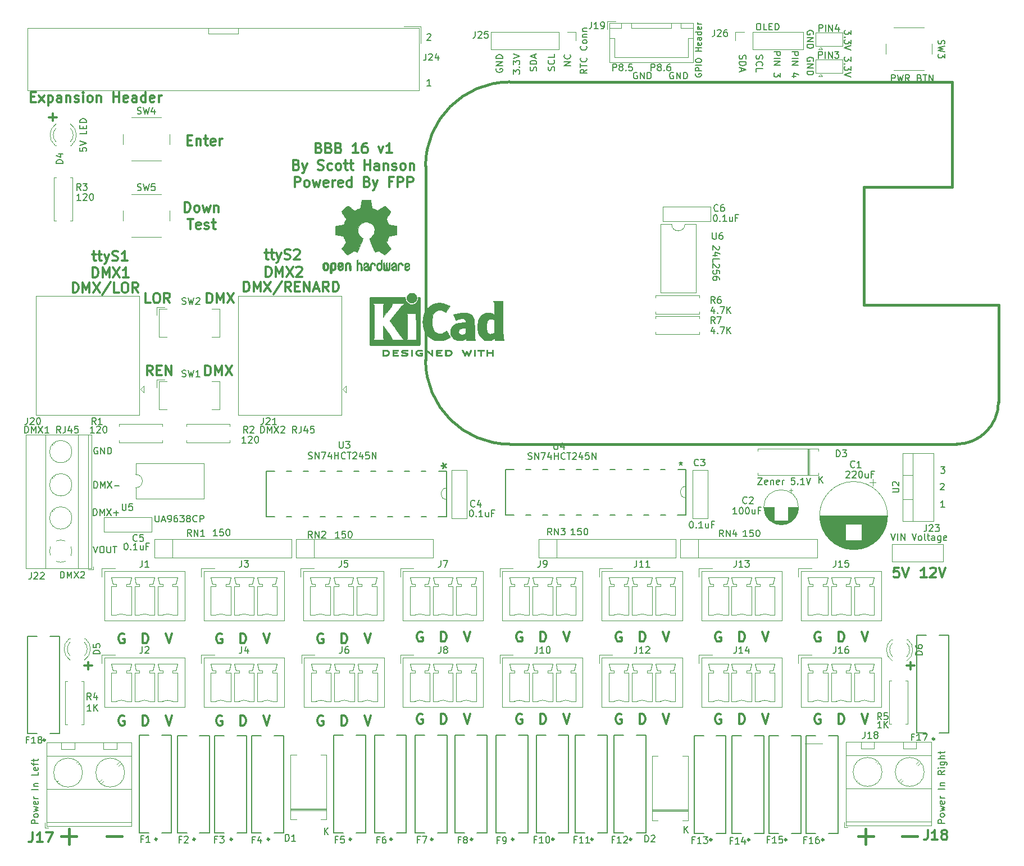
<source format=gbr>
G04 #@! TF.GenerationSoftware,KiCad,Pcbnew,(5.1.5)-3*
G04 #@! TF.CreationDate,2020-04-03T23:56:41-04:00*
G04 #@! TF.ProjectId,BBB_16,4242425f-3136-42e6-9b69-6361645f7063,v1*
G04 #@! TF.SameCoordinates,Original*
G04 #@! TF.FileFunction,Legend,Top*
G04 #@! TF.FilePolarity,Positive*
%FSLAX46Y46*%
G04 Gerber Fmt 4.6, Leading zero omitted, Abs format (unit mm)*
G04 Created by KiCad (PCBNEW (5.1.5)-3) date 2020-04-03 23:56:41*
%MOMM*%
%LPD*%
G04 APERTURE LIST*
%ADD10C,0.150000*%
%ADD11C,0.300000*%
%ADD12C,0.120000*%
%ADD13C,0.400000*%
%ADD14C,0.127000*%
%ADD15C,0.381000*%
%ADD16C,0.010000*%
%ADD17C,0.152400*%
%ADD18C,0.250000*%
G04 APERTURE END LIST*
D10*
X193411100Y-35331295D02*
X193458719Y-35236057D01*
X193458719Y-35093200D01*
X193411100Y-34950342D01*
X193315861Y-34855104D01*
X193220623Y-34807485D01*
X193030147Y-34759866D01*
X192887290Y-34759866D01*
X192696814Y-34807485D01*
X192601576Y-34855104D01*
X192506338Y-34950342D01*
X192458719Y-35093200D01*
X192458719Y-35188438D01*
X192506338Y-35331295D01*
X192553957Y-35378914D01*
X192887290Y-35378914D01*
X192887290Y-35188438D01*
X192458719Y-35807485D02*
X193458719Y-35807485D01*
X192458719Y-36378914D01*
X193458719Y-36378914D01*
X192458719Y-36855104D02*
X193458719Y-36855104D01*
X193458719Y-37093200D01*
X193411100Y-37236057D01*
X193315861Y-37331295D01*
X193220623Y-37378914D01*
X193030147Y-37426533D01*
X192887290Y-37426533D01*
X192696814Y-37378914D01*
X192601576Y-37331295D01*
X192506338Y-37236057D01*
X192458719Y-37093200D01*
X192458719Y-36855104D01*
X199110219Y-30692709D02*
X199110219Y-31311757D01*
X198729266Y-30978423D01*
X198729266Y-31121280D01*
X198681647Y-31216519D01*
X198634028Y-31264138D01*
X198538790Y-31311757D01*
X198300695Y-31311757D01*
X198205457Y-31264138D01*
X198157838Y-31216519D01*
X198110219Y-31121280D01*
X198110219Y-30835566D01*
X198157838Y-30740328D01*
X198205457Y-30692709D01*
X198205457Y-31740328D02*
X198157838Y-31787947D01*
X198110219Y-31740328D01*
X198157838Y-31692709D01*
X198205457Y-31740328D01*
X198110219Y-31740328D01*
X199110219Y-32121280D02*
X199110219Y-32740328D01*
X198729266Y-32406995D01*
X198729266Y-32549852D01*
X198681647Y-32645090D01*
X198634028Y-32692709D01*
X198538790Y-32740328D01*
X198300695Y-32740328D01*
X198205457Y-32692709D01*
X198157838Y-32645090D01*
X198110219Y-32549852D01*
X198110219Y-32264138D01*
X198157838Y-32168900D01*
X198205457Y-32121280D01*
X199110219Y-33026042D02*
X198110219Y-33359376D01*
X199110219Y-33692709D01*
X190160019Y-33920147D02*
X191160019Y-33920147D01*
X191160019Y-34301100D01*
X191112400Y-34396338D01*
X191064780Y-34443957D01*
X190969542Y-34491576D01*
X190826685Y-34491576D01*
X190731447Y-34443957D01*
X190683828Y-34396338D01*
X190636209Y-34301100D01*
X190636209Y-33920147D01*
X190160019Y-34920147D02*
X191160019Y-34920147D01*
X190160019Y-35396338D02*
X191160019Y-35396338D01*
X190160019Y-35967766D01*
X191160019Y-35967766D01*
X190826685Y-37634433D02*
X190160019Y-37634433D01*
X191207638Y-37396338D02*
X190493352Y-37158242D01*
X190493352Y-37777290D01*
X187454919Y-33920147D02*
X188454919Y-33920147D01*
X188454919Y-34301100D01*
X188407300Y-34396338D01*
X188359680Y-34443957D01*
X188264442Y-34491576D01*
X188121585Y-34491576D01*
X188026347Y-34443957D01*
X187978728Y-34396338D01*
X187931109Y-34301100D01*
X187931109Y-33920147D01*
X187454919Y-34920147D02*
X188454919Y-34920147D01*
X187454919Y-35396338D02*
X188454919Y-35396338D01*
X187454919Y-35967766D01*
X188454919Y-35967766D01*
X188454919Y-37110623D02*
X188454919Y-37729671D01*
X188073966Y-37396338D01*
X188073966Y-37539195D01*
X188026347Y-37634433D01*
X187978728Y-37682052D01*
X187883490Y-37729671D01*
X187645395Y-37729671D01*
X187550157Y-37682052D01*
X187502538Y-37634433D01*
X187454919Y-37539195D01*
X187454919Y-37253480D01*
X187502538Y-37158242D01*
X187550157Y-37110623D01*
D11*
X110707514Y-64219771D02*
X111278942Y-64219771D01*
X110921800Y-63719771D02*
X110921800Y-65005485D01*
X110993228Y-65148342D01*
X111136085Y-65219771D01*
X111278942Y-65219771D01*
X111564657Y-64219771D02*
X112136085Y-64219771D01*
X111778942Y-63719771D02*
X111778942Y-65005485D01*
X111850371Y-65148342D01*
X111993228Y-65219771D01*
X112136085Y-65219771D01*
X112493228Y-64219771D02*
X112850371Y-65219771D01*
X113207514Y-64219771D02*
X112850371Y-65219771D01*
X112707514Y-65576914D01*
X112636085Y-65648342D01*
X112493228Y-65719771D01*
X113707514Y-65148342D02*
X113921800Y-65219771D01*
X114278942Y-65219771D01*
X114421800Y-65148342D01*
X114493228Y-65076914D01*
X114564657Y-64934057D01*
X114564657Y-64791200D01*
X114493228Y-64648342D01*
X114421800Y-64576914D01*
X114278942Y-64505485D01*
X113993228Y-64434057D01*
X113850371Y-64362628D01*
X113778942Y-64291200D01*
X113707514Y-64148342D01*
X113707514Y-64005485D01*
X113778942Y-63862628D01*
X113850371Y-63791200D01*
X113993228Y-63719771D01*
X114350371Y-63719771D01*
X114564657Y-63791200D01*
X115136085Y-63862628D02*
X115207514Y-63791200D01*
X115350371Y-63719771D01*
X115707514Y-63719771D01*
X115850371Y-63791200D01*
X115921800Y-63862628D01*
X115993228Y-64005485D01*
X115993228Y-64148342D01*
X115921800Y-64362628D01*
X115064657Y-65219771D01*
X115993228Y-65219771D01*
X84748714Y-64448371D02*
X85320142Y-64448371D01*
X84963000Y-63948371D02*
X84963000Y-65234085D01*
X85034428Y-65376942D01*
X85177285Y-65448371D01*
X85320142Y-65448371D01*
X85605857Y-64448371D02*
X86177285Y-64448371D01*
X85820142Y-63948371D02*
X85820142Y-65234085D01*
X85891571Y-65376942D01*
X86034428Y-65448371D01*
X86177285Y-65448371D01*
X86534428Y-64448371D02*
X86891571Y-65448371D01*
X87248714Y-64448371D02*
X86891571Y-65448371D01*
X86748714Y-65805514D01*
X86677285Y-65876942D01*
X86534428Y-65948371D01*
X87748714Y-65376942D02*
X87963000Y-65448371D01*
X88320142Y-65448371D01*
X88463000Y-65376942D01*
X88534428Y-65305514D01*
X88605857Y-65162657D01*
X88605857Y-65019800D01*
X88534428Y-64876942D01*
X88463000Y-64805514D01*
X88320142Y-64734085D01*
X88034428Y-64662657D01*
X87891571Y-64591228D01*
X87820142Y-64519800D01*
X87748714Y-64376942D01*
X87748714Y-64234085D01*
X87820142Y-64091228D01*
X87891571Y-64019800D01*
X88034428Y-63948371D01*
X88391571Y-63948371D01*
X88605857Y-64019800D01*
X90034428Y-65448371D02*
X89177285Y-65448371D01*
X89605857Y-65448371D02*
X89605857Y-63948371D01*
X89463000Y-64162657D01*
X89320142Y-64305514D01*
X89177285Y-64376942D01*
X98676305Y-58100231D02*
X98676305Y-56600231D01*
X99033448Y-56600231D01*
X99247734Y-56671660D01*
X99390591Y-56814517D01*
X99462020Y-56957374D01*
X99533448Y-57243088D01*
X99533448Y-57457374D01*
X99462020Y-57743088D01*
X99390591Y-57885945D01*
X99247734Y-58028802D01*
X99033448Y-58100231D01*
X98676305Y-58100231D01*
X100390591Y-58100231D02*
X100247734Y-58028802D01*
X100176305Y-57957374D01*
X100104877Y-57814517D01*
X100104877Y-57385945D01*
X100176305Y-57243088D01*
X100247734Y-57171660D01*
X100390591Y-57100231D01*
X100604877Y-57100231D01*
X100747734Y-57171660D01*
X100819162Y-57243088D01*
X100890591Y-57385945D01*
X100890591Y-57814517D01*
X100819162Y-57957374D01*
X100747734Y-58028802D01*
X100604877Y-58100231D01*
X100390591Y-58100231D01*
X101390591Y-57100231D02*
X101676305Y-58100231D01*
X101962020Y-57385945D01*
X102247734Y-58100231D01*
X102533448Y-57100231D01*
X103104877Y-57100231D02*
X103104877Y-58100231D01*
X103104877Y-57243088D02*
X103176305Y-57171660D01*
X103319162Y-57100231D01*
X103533448Y-57100231D01*
X103676305Y-57171660D01*
X103747734Y-57314517D01*
X103747734Y-58100231D01*
X99104877Y-59150231D02*
X99962020Y-59150231D01*
X99533448Y-60650231D02*
X99533448Y-59150231D01*
X101033448Y-60578802D02*
X100890591Y-60650231D01*
X100604877Y-60650231D01*
X100462020Y-60578802D01*
X100390591Y-60435945D01*
X100390591Y-59864517D01*
X100462020Y-59721660D01*
X100604877Y-59650231D01*
X100890591Y-59650231D01*
X101033448Y-59721660D01*
X101104877Y-59864517D01*
X101104877Y-60007374D01*
X100390591Y-60150231D01*
X101676305Y-60578802D02*
X101819162Y-60650231D01*
X102104877Y-60650231D01*
X102247734Y-60578802D01*
X102319162Y-60435945D01*
X102319162Y-60364517D01*
X102247734Y-60221660D01*
X102104877Y-60150231D01*
X101890591Y-60150231D01*
X101747734Y-60078802D01*
X101676305Y-59935945D01*
X101676305Y-59864517D01*
X101747734Y-59721660D01*
X101890591Y-59650231D01*
X102104877Y-59650231D01*
X102247734Y-59721660D01*
X102747734Y-59650231D02*
X103319162Y-59650231D01*
X102962020Y-59150231D02*
X102962020Y-60435945D01*
X103033448Y-60578802D01*
X103176305Y-60650231D01*
X103319162Y-60650231D01*
X99080165Y-47283977D02*
X99580165Y-47283977D01*
X99794451Y-48069691D02*
X99080165Y-48069691D01*
X99080165Y-46569691D01*
X99794451Y-46569691D01*
X100437308Y-47069691D02*
X100437308Y-48069691D01*
X100437308Y-47212548D02*
X100508737Y-47141120D01*
X100651594Y-47069691D01*
X100865880Y-47069691D01*
X101008737Y-47141120D01*
X101080165Y-47283977D01*
X101080165Y-48069691D01*
X101580165Y-47069691D02*
X102151594Y-47069691D01*
X101794451Y-46569691D02*
X101794451Y-47855405D01*
X101865880Y-47998262D01*
X102008737Y-48069691D01*
X102151594Y-48069691D01*
X103223022Y-47998262D02*
X103080165Y-48069691D01*
X102794451Y-48069691D01*
X102651594Y-47998262D01*
X102580165Y-47855405D01*
X102580165Y-47283977D01*
X102651594Y-47141120D01*
X102794451Y-47069691D01*
X103080165Y-47069691D01*
X103223022Y-47141120D01*
X103294451Y-47283977D01*
X103294451Y-47426834D01*
X102580165Y-47569691D01*
X103937308Y-48069691D02*
X103937308Y-47069691D01*
X103937308Y-47355405D02*
X104008737Y-47212548D01*
X104080165Y-47141120D01*
X104223022Y-47069691D01*
X104365880Y-47069691D01*
D10*
X163196139Y-36797040D02*
X163196139Y-35797040D01*
X163577091Y-35797040D01*
X163672329Y-35844660D01*
X163719948Y-35892279D01*
X163767567Y-35987517D01*
X163767567Y-36130374D01*
X163719948Y-36225612D01*
X163672329Y-36273231D01*
X163577091Y-36320850D01*
X163196139Y-36320850D01*
X164338996Y-36225612D02*
X164243758Y-36177993D01*
X164196139Y-36130374D01*
X164148520Y-36035136D01*
X164148520Y-35987517D01*
X164196139Y-35892279D01*
X164243758Y-35844660D01*
X164338996Y-35797040D01*
X164529472Y-35797040D01*
X164624710Y-35844660D01*
X164672329Y-35892279D01*
X164719948Y-35987517D01*
X164719948Y-36035136D01*
X164672329Y-36130374D01*
X164624710Y-36177993D01*
X164529472Y-36225612D01*
X164338996Y-36225612D01*
X164243758Y-36273231D01*
X164196139Y-36320850D01*
X164148520Y-36416088D01*
X164148520Y-36606564D01*
X164196139Y-36701802D01*
X164243758Y-36749421D01*
X164338996Y-36797040D01*
X164529472Y-36797040D01*
X164624710Y-36749421D01*
X164672329Y-36701802D01*
X164719948Y-36606564D01*
X164719948Y-36416088D01*
X164672329Y-36320850D01*
X164624710Y-36273231D01*
X164529472Y-36225612D01*
X165148520Y-36701802D02*
X165196139Y-36749421D01*
X165148520Y-36797040D01*
X165100900Y-36749421D01*
X165148520Y-36701802D01*
X165148520Y-36797040D01*
X166100900Y-35797040D02*
X165624710Y-35797040D01*
X165577091Y-36273231D01*
X165624710Y-36225612D01*
X165719948Y-36177993D01*
X165958043Y-36177993D01*
X166053281Y-36225612D01*
X166100900Y-36273231D01*
X166148520Y-36368469D01*
X166148520Y-36606564D01*
X166100900Y-36701802D01*
X166053281Y-36749421D01*
X165958043Y-36797040D01*
X165719948Y-36797040D01*
X165624710Y-36749421D01*
X165577091Y-36701802D01*
X168967019Y-36797040D02*
X168967019Y-35797040D01*
X169347971Y-35797040D01*
X169443209Y-35844660D01*
X169490828Y-35892279D01*
X169538447Y-35987517D01*
X169538447Y-36130374D01*
X169490828Y-36225612D01*
X169443209Y-36273231D01*
X169347971Y-36320850D01*
X168967019Y-36320850D01*
X170109876Y-36225612D02*
X170014638Y-36177993D01*
X169967019Y-36130374D01*
X169919400Y-36035136D01*
X169919400Y-35987517D01*
X169967019Y-35892279D01*
X170014638Y-35844660D01*
X170109876Y-35797040D01*
X170300352Y-35797040D01*
X170395590Y-35844660D01*
X170443209Y-35892279D01*
X170490828Y-35987517D01*
X170490828Y-36035136D01*
X170443209Y-36130374D01*
X170395590Y-36177993D01*
X170300352Y-36225612D01*
X170109876Y-36225612D01*
X170014638Y-36273231D01*
X169967019Y-36320850D01*
X169919400Y-36416088D01*
X169919400Y-36606564D01*
X169967019Y-36701802D01*
X170014638Y-36749421D01*
X170109876Y-36797040D01*
X170300352Y-36797040D01*
X170395590Y-36749421D01*
X170443209Y-36701802D01*
X170490828Y-36606564D01*
X170490828Y-36416088D01*
X170443209Y-36320850D01*
X170395590Y-36273231D01*
X170300352Y-36225612D01*
X170919400Y-36701802D02*
X170967019Y-36749421D01*
X170919400Y-36797040D01*
X170871780Y-36749421D01*
X170919400Y-36701802D01*
X170919400Y-36797040D01*
X171824161Y-35797040D02*
X171633685Y-35797040D01*
X171538447Y-35844660D01*
X171490828Y-35892279D01*
X171395590Y-36035136D01*
X171347971Y-36225612D01*
X171347971Y-36606564D01*
X171395590Y-36701802D01*
X171443209Y-36749421D01*
X171538447Y-36797040D01*
X171728923Y-36797040D01*
X171824161Y-36749421D01*
X171871780Y-36701802D01*
X171919400Y-36606564D01*
X171919400Y-36368469D01*
X171871780Y-36273231D01*
X171824161Y-36225612D01*
X171728923Y-36177993D01*
X171538447Y-36177993D01*
X171443209Y-36225612D01*
X171395590Y-36273231D01*
X171347971Y-36368469D01*
X172327035Y-37058780D02*
X172231797Y-37011160D01*
X172088940Y-37011160D01*
X171946082Y-37058780D01*
X171850844Y-37154018D01*
X171803225Y-37249256D01*
X171755606Y-37439732D01*
X171755606Y-37582589D01*
X171803225Y-37773065D01*
X171850844Y-37868303D01*
X171946082Y-37963541D01*
X172088940Y-38011160D01*
X172184178Y-38011160D01*
X172327035Y-37963541D01*
X172374654Y-37915922D01*
X172374654Y-37582589D01*
X172184178Y-37582589D01*
X172803225Y-38011160D02*
X172803225Y-37011160D01*
X173374654Y-38011160D01*
X173374654Y-37011160D01*
X173850844Y-38011160D02*
X173850844Y-37011160D01*
X174088940Y-37011160D01*
X174231797Y-37058780D01*
X174327035Y-37154018D01*
X174374654Y-37249256D01*
X174422273Y-37439732D01*
X174422273Y-37582589D01*
X174374654Y-37773065D01*
X174327035Y-37868303D01*
X174231797Y-37963541D01*
X174088940Y-38011160D01*
X173850844Y-38011160D01*
X166866035Y-37058780D02*
X166770797Y-37011160D01*
X166627940Y-37011160D01*
X166485082Y-37058780D01*
X166389844Y-37154018D01*
X166342225Y-37249256D01*
X166294606Y-37439732D01*
X166294606Y-37582589D01*
X166342225Y-37773065D01*
X166389844Y-37868303D01*
X166485082Y-37963541D01*
X166627940Y-38011160D01*
X166723178Y-38011160D01*
X166866035Y-37963541D01*
X166913654Y-37915922D01*
X166913654Y-37582589D01*
X166723178Y-37582589D01*
X167342225Y-38011160D02*
X167342225Y-37011160D01*
X167913654Y-38011160D01*
X167913654Y-37011160D01*
X168389844Y-38011160D02*
X168389844Y-37011160D01*
X168627940Y-37011160D01*
X168770797Y-37058780D01*
X168866035Y-37154018D01*
X168913654Y-37249256D01*
X168961273Y-37439732D01*
X168961273Y-37582589D01*
X168913654Y-37773065D01*
X168866035Y-37868303D01*
X168770797Y-37963541D01*
X168627940Y-38011160D01*
X168389844Y-38011160D01*
D11*
X78230171Y-43789862D02*
X79373028Y-43789862D01*
X78801600Y-44361291D02*
X78801600Y-43218434D01*
X93829000Y-82720371D02*
X93329000Y-82006085D01*
X92971857Y-82720371D02*
X92971857Y-81220371D01*
X93543285Y-81220371D01*
X93686142Y-81291800D01*
X93757571Y-81363228D01*
X93829000Y-81506085D01*
X93829000Y-81720371D01*
X93757571Y-81863228D01*
X93686142Y-81934657D01*
X93543285Y-82006085D01*
X92971857Y-82006085D01*
X94471857Y-81934657D02*
X94971857Y-81934657D01*
X95186142Y-82720371D02*
X94471857Y-82720371D01*
X94471857Y-81220371D01*
X95186142Y-81220371D01*
X95829000Y-82720371D02*
X95829000Y-81220371D01*
X96686142Y-82720371D01*
X96686142Y-81220371D01*
X101754714Y-82720371D02*
X101754714Y-81220371D01*
X102111857Y-81220371D01*
X102326142Y-81291800D01*
X102469000Y-81434657D01*
X102540428Y-81577514D01*
X102611857Y-81863228D01*
X102611857Y-82077514D01*
X102540428Y-82363228D01*
X102469000Y-82506085D01*
X102326142Y-82648942D01*
X102111857Y-82720371D01*
X101754714Y-82720371D01*
X103254714Y-82720371D02*
X103254714Y-81220371D01*
X103754714Y-82291800D01*
X104254714Y-81220371D01*
X104254714Y-82720371D01*
X104826142Y-81220371D02*
X105826142Y-82720371D01*
X105826142Y-81220371D02*
X104826142Y-82720371D01*
X102008714Y-71798371D02*
X102008714Y-70298371D01*
X102365857Y-70298371D01*
X102580142Y-70369800D01*
X102723000Y-70512657D01*
X102794428Y-70655514D01*
X102865857Y-70941228D01*
X102865857Y-71155514D01*
X102794428Y-71441228D01*
X102723000Y-71584085D01*
X102580142Y-71726942D01*
X102365857Y-71798371D01*
X102008714Y-71798371D01*
X103508714Y-71798371D02*
X103508714Y-70298371D01*
X104008714Y-71369800D01*
X104508714Y-70298371D01*
X104508714Y-71798371D01*
X105080142Y-70298371D02*
X106080142Y-71798371D01*
X106080142Y-70298371D02*
X105080142Y-71798371D01*
X93503571Y-71798371D02*
X92789285Y-71798371D01*
X92789285Y-70298371D01*
X94289285Y-70298371D02*
X94575000Y-70298371D01*
X94717857Y-70369800D01*
X94860714Y-70512657D01*
X94932142Y-70798371D01*
X94932142Y-71298371D01*
X94860714Y-71584085D01*
X94717857Y-71726942D01*
X94575000Y-71798371D01*
X94289285Y-71798371D01*
X94146428Y-71726942D01*
X94003571Y-71584085D01*
X93932142Y-71298371D01*
X93932142Y-70798371D01*
X94003571Y-70512657D01*
X94146428Y-70369800D01*
X94289285Y-70298371D01*
X96432142Y-71798371D02*
X95932142Y-71084085D01*
X95575000Y-71798371D02*
X95575000Y-70298371D01*
X96146428Y-70298371D01*
X96289285Y-70369800D01*
X96360714Y-70441228D01*
X96432142Y-70584085D01*
X96432142Y-70798371D01*
X96360714Y-70941228D01*
X96289285Y-71012657D01*
X96146428Y-71084085D01*
X95575000Y-71084085D01*
X110910868Y-67828351D02*
X110910868Y-66328351D01*
X111268011Y-66328351D01*
X111482297Y-66399780D01*
X111625154Y-66542637D01*
X111696582Y-66685494D01*
X111768011Y-66971208D01*
X111768011Y-67185494D01*
X111696582Y-67471208D01*
X111625154Y-67614065D01*
X111482297Y-67756922D01*
X111268011Y-67828351D01*
X110910868Y-67828351D01*
X112410868Y-67828351D02*
X112410868Y-66328351D01*
X112910868Y-67399780D01*
X113410868Y-66328351D01*
X113410868Y-67828351D01*
X113982297Y-66328351D02*
X114982297Y-67828351D01*
X114982297Y-66328351D02*
X113982297Y-67828351D01*
X115482297Y-66471208D02*
X115553725Y-66399780D01*
X115696582Y-66328351D01*
X116053725Y-66328351D01*
X116196582Y-66399780D01*
X116268011Y-66471208D01*
X116339440Y-66614065D01*
X116339440Y-66756922D01*
X116268011Y-66971208D01*
X115410868Y-67828351D01*
X116339440Y-67828351D01*
X81803062Y-70215951D02*
X81803062Y-68715951D01*
X82160205Y-68715951D01*
X82374491Y-68787380D01*
X82517348Y-68930237D01*
X82588777Y-69073094D01*
X82660205Y-69358808D01*
X82660205Y-69573094D01*
X82588777Y-69858808D01*
X82517348Y-70001665D01*
X82374491Y-70144522D01*
X82160205Y-70215951D01*
X81803062Y-70215951D01*
X83303062Y-70215951D02*
X83303062Y-68715951D01*
X83803062Y-69787380D01*
X84303062Y-68715951D01*
X84303062Y-70215951D01*
X84874491Y-68715951D02*
X85874491Y-70215951D01*
X85874491Y-68715951D02*
X84874491Y-70215951D01*
X87517348Y-68644522D02*
X86231634Y-70573094D01*
X88731634Y-70215951D02*
X88017348Y-70215951D01*
X88017348Y-68715951D01*
X89517348Y-68715951D02*
X89803062Y-68715951D01*
X89945920Y-68787380D01*
X90088777Y-68930237D01*
X90160205Y-69215951D01*
X90160205Y-69715951D01*
X90088777Y-70001665D01*
X89945920Y-70144522D01*
X89803062Y-70215951D01*
X89517348Y-70215951D01*
X89374491Y-70144522D01*
X89231634Y-70001665D01*
X89160205Y-69715951D01*
X89160205Y-69215951D01*
X89231634Y-68930237D01*
X89374491Y-68787380D01*
X89517348Y-68715951D01*
X91660205Y-70215951D02*
X91160205Y-69501665D01*
X90803062Y-70215951D02*
X90803062Y-68715951D01*
X91374491Y-68715951D01*
X91517348Y-68787380D01*
X91588777Y-68858808D01*
X91660205Y-69001665D01*
X91660205Y-69215951D01*
X91588777Y-69358808D01*
X91517348Y-69430237D01*
X91374491Y-69501665D01*
X90803062Y-69501665D01*
D10*
X135178205Y-31312659D02*
X135225824Y-31265040D01*
X135321062Y-31217420D01*
X135559158Y-31217420D01*
X135654396Y-31265040D01*
X135702015Y-31312659D01*
X135749634Y-31407897D01*
X135749634Y-31503135D01*
X135702015Y-31645992D01*
X135130586Y-32217420D01*
X135749634Y-32217420D01*
X135754714Y-39060180D02*
X135183285Y-39060180D01*
X135469000Y-39060180D02*
X135469000Y-38060180D01*
X135373761Y-38203038D01*
X135278523Y-38298276D01*
X135183285Y-38345895D01*
X212605666Y-96480180D02*
X213224714Y-96480180D01*
X212891380Y-96861133D01*
X213034238Y-96861133D01*
X213129476Y-96908752D01*
X213177095Y-96956371D01*
X213224714Y-97051609D01*
X213224714Y-97289704D01*
X213177095Y-97384942D01*
X213129476Y-97432561D01*
X213034238Y-97480180D01*
X212748523Y-97480180D01*
X212653285Y-97432561D01*
X212605666Y-97384942D01*
X212568885Y-99081419D02*
X212616504Y-99033800D01*
X212711742Y-98986180D01*
X212949838Y-98986180D01*
X213045076Y-99033800D01*
X213092695Y-99081419D01*
X213140314Y-99176657D01*
X213140314Y-99271895D01*
X213092695Y-99414752D01*
X212521266Y-99986180D01*
X213140314Y-99986180D01*
X213190314Y-102586180D02*
X212618885Y-102586180D01*
X212904600Y-102586180D02*
X212904600Y-101586180D01*
X212809361Y-101729038D01*
X212714123Y-101824276D01*
X212618885Y-101871895D01*
D12*
X106735180Y-31192680D02*
X106735180Y-30392680D01*
X102235180Y-31192680D02*
X106735180Y-31192680D01*
X102235180Y-30392680D02*
X102235180Y-31192680D01*
D10*
X193398400Y-31305395D02*
X193446019Y-31210157D01*
X193446019Y-31067300D01*
X193398400Y-30924442D01*
X193303161Y-30829204D01*
X193207923Y-30781585D01*
X193017447Y-30733966D01*
X192874590Y-30733966D01*
X192684114Y-30781585D01*
X192588876Y-30829204D01*
X192493638Y-30924442D01*
X192446019Y-31067300D01*
X192446019Y-31162538D01*
X192493638Y-31305395D01*
X192541257Y-31353014D01*
X192874590Y-31353014D01*
X192874590Y-31162538D01*
X192446019Y-31781585D02*
X193446019Y-31781585D01*
X192446019Y-32353014D01*
X193446019Y-32353014D01*
X192446019Y-32829204D02*
X193446019Y-32829204D01*
X193446019Y-33067300D01*
X193398400Y-33210157D01*
X193303161Y-33305395D01*
X193207923Y-33353014D01*
X193017447Y-33400633D01*
X192874590Y-33400633D01*
X192684114Y-33353014D01*
X192588876Y-33305395D01*
X192493638Y-33210157D01*
X192446019Y-33067300D01*
X192446019Y-32829204D01*
X199084819Y-34705909D02*
X199084819Y-35324957D01*
X198703866Y-34991623D01*
X198703866Y-35134480D01*
X198656247Y-35229719D01*
X198608628Y-35277338D01*
X198513390Y-35324957D01*
X198275295Y-35324957D01*
X198180057Y-35277338D01*
X198132438Y-35229719D01*
X198084819Y-35134480D01*
X198084819Y-34848766D01*
X198132438Y-34753528D01*
X198180057Y-34705909D01*
X198180057Y-35753528D02*
X198132438Y-35801147D01*
X198084819Y-35753528D01*
X198132438Y-35705909D01*
X198180057Y-35753528D01*
X198084819Y-35753528D01*
X199084819Y-36134480D02*
X199084819Y-36753528D01*
X198703866Y-36420195D01*
X198703866Y-36563052D01*
X198656247Y-36658290D01*
X198608628Y-36705909D01*
X198513390Y-36753528D01*
X198275295Y-36753528D01*
X198180057Y-36705909D01*
X198132438Y-36658290D01*
X198084819Y-36563052D01*
X198084819Y-36277338D01*
X198132438Y-36182100D01*
X198180057Y-36134480D01*
X199084819Y-37039242D02*
X198084819Y-37372576D01*
X199084819Y-37705909D01*
D11*
X83524371Y-126494142D02*
X84667228Y-126494142D01*
X84095800Y-127065571D02*
X84095800Y-125922714D01*
X207501771Y-126494142D02*
X208644628Y-126494142D01*
X208073200Y-127065571D02*
X208073200Y-125922714D01*
X84802208Y-67942651D02*
X84802208Y-66442651D01*
X85159351Y-66442651D01*
X85373637Y-66514080D01*
X85516494Y-66656937D01*
X85587922Y-66799794D01*
X85659351Y-67085508D01*
X85659351Y-67299794D01*
X85587922Y-67585508D01*
X85516494Y-67728365D01*
X85373637Y-67871222D01*
X85159351Y-67942651D01*
X84802208Y-67942651D01*
X86302208Y-67942651D02*
X86302208Y-66442651D01*
X86802208Y-67514080D01*
X87302208Y-66442651D01*
X87302208Y-67942651D01*
X87873637Y-66442651D02*
X88873637Y-67942651D01*
X88873637Y-66442651D02*
X87873637Y-67942651D01*
X90230780Y-67942651D02*
X89373637Y-67942651D01*
X89802208Y-67942651D02*
X89802208Y-66442651D01*
X89659351Y-66656937D01*
X89516494Y-66799794D01*
X89373637Y-66871222D01*
D13*
X200179742Y-152233285D02*
X202465457Y-152233285D01*
X201322600Y-153376142D02*
X201322600Y-151090428D01*
D10*
X184843838Y-34457266D02*
X184796219Y-34600123D01*
X184796219Y-34838219D01*
X184843838Y-34933457D01*
X184891457Y-34981076D01*
X184986695Y-35028695D01*
X185081933Y-35028695D01*
X185177171Y-34981076D01*
X185224790Y-34933457D01*
X185272409Y-34838219D01*
X185320028Y-34647743D01*
X185367647Y-34552504D01*
X185415266Y-34504885D01*
X185510504Y-34457266D01*
X185605742Y-34457266D01*
X185700980Y-34504885D01*
X185748600Y-34552504D01*
X185796219Y-34647743D01*
X185796219Y-34885838D01*
X185748600Y-35028695D01*
X184891457Y-36028695D02*
X184843838Y-35981076D01*
X184796219Y-35838219D01*
X184796219Y-35742981D01*
X184843838Y-35600123D01*
X184939076Y-35504885D01*
X185034314Y-35457266D01*
X185224790Y-35409647D01*
X185367647Y-35409647D01*
X185558123Y-35457266D01*
X185653361Y-35504885D01*
X185748600Y-35600123D01*
X185796219Y-35742981D01*
X185796219Y-35838219D01*
X185748600Y-35981076D01*
X185700980Y-36028695D01*
X184796219Y-36933457D02*
X184796219Y-36457266D01*
X185796219Y-36457266D01*
X182313838Y-34457267D02*
X182266219Y-34600124D01*
X182266219Y-34838219D01*
X182313838Y-34933457D01*
X182361457Y-34981076D01*
X182456695Y-35028695D01*
X182551933Y-35028695D01*
X182647171Y-34981076D01*
X182694790Y-34933457D01*
X182742409Y-34838219D01*
X182790028Y-34647743D01*
X182837647Y-34552505D01*
X182885266Y-34504886D01*
X182980504Y-34457267D01*
X183075742Y-34457267D01*
X183170980Y-34504886D01*
X183218600Y-34552505D01*
X183266219Y-34647743D01*
X183266219Y-34885838D01*
X183218600Y-35028695D01*
X182266219Y-35457267D02*
X183266219Y-35457267D01*
X183266219Y-35695362D01*
X183218600Y-35838219D01*
X183123361Y-35933457D01*
X183028123Y-35981076D01*
X182837647Y-36028695D01*
X182694790Y-36028695D01*
X182504314Y-35981076D01*
X182409076Y-35933457D01*
X182313838Y-35838219D01*
X182266219Y-35695362D01*
X182266219Y-35457267D01*
X182551933Y-36409648D02*
X182551933Y-36885838D01*
X182266219Y-36314410D02*
X183266219Y-36647743D01*
X182266219Y-36981076D01*
D11*
X107584657Y-70099111D02*
X107584657Y-68599111D01*
X107941800Y-68599111D01*
X108156085Y-68670540D01*
X108298942Y-68813397D01*
X108370371Y-68956254D01*
X108441800Y-69241968D01*
X108441800Y-69456254D01*
X108370371Y-69741968D01*
X108298942Y-69884825D01*
X108156085Y-70027682D01*
X107941800Y-70099111D01*
X107584657Y-70099111D01*
X109084657Y-70099111D02*
X109084657Y-68599111D01*
X109584657Y-69670540D01*
X110084657Y-68599111D01*
X110084657Y-70099111D01*
X110656085Y-68599111D02*
X111656085Y-70099111D01*
X111656085Y-68599111D02*
X110656085Y-70099111D01*
X113298942Y-68527682D02*
X112013228Y-70456254D01*
X114656085Y-70099111D02*
X114156085Y-69384825D01*
X113798942Y-70099111D02*
X113798942Y-68599111D01*
X114370371Y-68599111D01*
X114513228Y-68670540D01*
X114584657Y-68741968D01*
X114656085Y-68884825D01*
X114656085Y-69099111D01*
X114584657Y-69241968D01*
X114513228Y-69313397D01*
X114370371Y-69384825D01*
X113798942Y-69384825D01*
X115298942Y-69313397D02*
X115798942Y-69313397D01*
X116013228Y-70099111D02*
X115298942Y-70099111D01*
X115298942Y-68599111D01*
X116013228Y-68599111D01*
X116656085Y-70099111D02*
X116656085Y-68599111D01*
X117513228Y-70099111D01*
X117513228Y-68599111D01*
X118156085Y-69670540D02*
X118870371Y-69670540D01*
X118013228Y-70099111D02*
X118513228Y-68599111D01*
X119013228Y-70099111D01*
X120370371Y-70099111D02*
X119870371Y-69384825D01*
X119513228Y-70099111D02*
X119513228Y-68599111D01*
X120084657Y-68599111D01*
X120227514Y-68670540D01*
X120298942Y-68741968D01*
X120370371Y-68884825D01*
X120370371Y-69099111D01*
X120298942Y-69241968D01*
X120227514Y-69313397D01*
X120084657Y-69384825D01*
X119513228Y-69384825D01*
X121013228Y-70099111D02*
X121013228Y-68599111D01*
X121370371Y-68599111D01*
X121584657Y-68670540D01*
X121727514Y-68813397D01*
X121798942Y-68956254D01*
X121870371Y-69241968D01*
X121870371Y-69456254D01*
X121798942Y-69741968D01*
X121727514Y-69884825D01*
X121584657Y-70027682D01*
X121370371Y-70099111D01*
X121013228Y-70099111D01*
X118885520Y-48406817D02*
X119099805Y-48478245D01*
X119171234Y-48549674D01*
X119242662Y-48692531D01*
X119242662Y-48906817D01*
X119171234Y-49049674D01*
X119099805Y-49121102D01*
X118956948Y-49192531D01*
X118385520Y-49192531D01*
X118385520Y-47692531D01*
X118885520Y-47692531D01*
X119028377Y-47763960D01*
X119099805Y-47835388D01*
X119171234Y-47978245D01*
X119171234Y-48121102D01*
X119099805Y-48263960D01*
X119028377Y-48335388D01*
X118885520Y-48406817D01*
X118385520Y-48406817D01*
X120385520Y-48406817D02*
X120599805Y-48478245D01*
X120671234Y-48549674D01*
X120742662Y-48692531D01*
X120742662Y-48906817D01*
X120671234Y-49049674D01*
X120599805Y-49121102D01*
X120456948Y-49192531D01*
X119885520Y-49192531D01*
X119885520Y-47692531D01*
X120385520Y-47692531D01*
X120528377Y-47763960D01*
X120599805Y-47835388D01*
X120671234Y-47978245D01*
X120671234Y-48121102D01*
X120599805Y-48263960D01*
X120528377Y-48335388D01*
X120385520Y-48406817D01*
X119885520Y-48406817D01*
X121885520Y-48406817D02*
X122099805Y-48478245D01*
X122171234Y-48549674D01*
X122242662Y-48692531D01*
X122242662Y-48906817D01*
X122171234Y-49049674D01*
X122099805Y-49121102D01*
X121956948Y-49192531D01*
X121385520Y-49192531D01*
X121385520Y-47692531D01*
X121885520Y-47692531D01*
X122028377Y-47763960D01*
X122099805Y-47835388D01*
X122171234Y-47978245D01*
X122171234Y-48121102D01*
X122099805Y-48263960D01*
X122028377Y-48335388D01*
X121885520Y-48406817D01*
X121385520Y-48406817D01*
X124814091Y-49192531D02*
X123956948Y-49192531D01*
X124385520Y-49192531D02*
X124385520Y-47692531D01*
X124242662Y-47906817D01*
X124099805Y-48049674D01*
X123956948Y-48121102D01*
X126099805Y-47692531D02*
X125814091Y-47692531D01*
X125671234Y-47763960D01*
X125599805Y-47835388D01*
X125456948Y-48049674D01*
X125385520Y-48335388D01*
X125385520Y-48906817D01*
X125456948Y-49049674D01*
X125528377Y-49121102D01*
X125671234Y-49192531D01*
X125956948Y-49192531D01*
X126099805Y-49121102D01*
X126171234Y-49049674D01*
X126242662Y-48906817D01*
X126242662Y-48549674D01*
X126171234Y-48406817D01*
X126099805Y-48335388D01*
X125956948Y-48263960D01*
X125671234Y-48263960D01*
X125528377Y-48335388D01*
X125456948Y-48406817D01*
X125385520Y-48549674D01*
X127885520Y-48192531D02*
X128242662Y-49192531D01*
X128599805Y-48192531D01*
X129956948Y-49192531D02*
X129099805Y-49192531D01*
X129528377Y-49192531D02*
X129528377Y-47692531D01*
X129385520Y-47906817D01*
X129242662Y-48049674D01*
X129099805Y-48121102D01*
X115528377Y-50956817D02*
X115742662Y-51028245D01*
X115814091Y-51099674D01*
X115885520Y-51242531D01*
X115885520Y-51456817D01*
X115814091Y-51599674D01*
X115742662Y-51671102D01*
X115599805Y-51742531D01*
X115028377Y-51742531D01*
X115028377Y-50242531D01*
X115528377Y-50242531D01*
X115671234Y-50313960D01*
X115742662Y-50385388D01*
X115814091Y-50528245D01*
X115814091Y-50671102D01*
X115742662Y-50813960D01*
X115671234Y-50885388D01*
X115528377Y-50956817D01*
X115028377Y-50956817D01*
X116385520Y-50742531D02*
X116742662Y-51742531D01*
X117099805Y-50742531D02*
X116742662Y-51742531D01*
X116599805Y-52099674D01*
X116528377Y-52171102D01*
X116385520Y-52242531D01*
X118742662Y-51671102D02*
X118956948Y-51742531D01*
X119314091Y-51742531D01*
X119456948Y-51671102D01*
X119528377Y-51599674D01*
X119599805Y-51456817D01*
X119599805Y-51313960D01*
X119528377Y-51171102D01*
X119456948Y-51099674D01*
X119314091Y-51028245D01*
X119028377Y-50956817D01*
X118885520Y-50885388D01*
X118814091Y-50813960D01*
X118742662Y-50671102D01*
X118742662Y-50528245D01*
X118814091Y-50385388D01*
X118885520Y-50313960D01*
X119028377Y-50242531D01*
X119385520Y-50242531D01*
X119599805Y-50313960D01*
X120885520Y-51671102D02*
X120742662Y-51742531D01*
X120456948Y-51742531D01*
X120314091Y-51671102D01*
X120242662Y-51599674D01*
X120171234Y-51456817D01*
X120171234Y-51028245D01*
X120242662Y-50885388D01*
X120314091Y-50813960D01*
X120456948Y-50742531D01*
X120742662Y-50742531D01*
X120885520Y-50813960D01*
X121742662Y-51742531D02*
X121599805Y-51671102D01*
X121528377Y-51599674D01*
X121456948Y-51456817D01*
X121456948Y-51028245D01*
X121528377Y-50885388D01*
X121599805Y-50813960D01*
X121742662Y-50742531D01*
X121956948Y-50742531D01*
X122099805Y-50813960D01*
X122171234Y-50885388D01*
X122242662Y-51028245D01*
X122242662Y-51456817D01*
X122171234Y-51599674D01*
X122099805Y-51671102D01*
X121956948Y-51742531D01*
X121742662Y-51742531D01*
X122671234Y-50742531D02*
X123242662Y-50742531D01*
X122885520Y-50242531D02*
X122885520Y-51528245D01*
X122956948Y-51671102D01*
X123099805Y-51742531D01*
X123242662Y-51742531D01*
X123528377Y-50742531D02*
X124099805Y-50742531D01*
X123742662Y-50242531D02*
X123742662Y-51528245D01*
X123814091Y-51671102D01*
X123956948Y-51742531D01*
X124099805Y-51742531D01*
X125742662Y-51742531D02*
X125742662Y-50242531D01*
X125742662Y-50956817D02*
X126599805Y-50956817D01*
X126599805Y-51742531D02*
X126599805Y-50242531D01*
X127956948Y-51742531D02*
X127956948Y-50956817D01*
X127885520Y-50813960D01*
X127742662Y-50742531D01*
X127456948Y-50742531D01*
X127314091Y-50813960D01*
X127956948Y-51671102D02*
X127814091Y-51742531D01*
X127456948Y-51742531D01*
X127314091Y-51671102D01*
X127242662Y-51528245D01*
X127242662Y-51385388D01*
X127314091Y-51242531D01*
X127456948Y-51171102D01*
X127814091Y-51171102D01*
X127956948Y-51099674D01*
X128671234Y-50742531D02*
X128671234Y-51742531D01*
X128671234Y-50885388D02*
X128742662Y-50813960D01*
X128885520Y-50742531D01*
X129099805Y-50742531D01*
X129242662Y-50813960D01*
X129314091Y-50956817D01*
X129314091Y-51742531D01*
X129956948Y-51671102D02*
X130099805Y-51742531D01*
X130385520Y-51742531D01*
X130528377Y-51671102D01*
X130599805Y-51528245D01*
X130599805Y-51456817D01*
X130528377Y-51313960D01*
X130385520Y-51242531D01*
X130171234Y-51242531D01*
X130028377Y-51171102D01*
X129956948Y-51028245D01*
X129956948Y-50956817D01*
X130028377Y-50813960D01*
X130171234Y-50742531D01*
X130385520Y-50742531D01*
X130528377Y-50813960D01*
X131456948Y-51742531D02*
X131314091Y-51671102D01*
X131242662Y-51599674D01*
X131171234Y-51456817D01*
X131171234Y-51028245D01*
X131242662Y-50885388D01*
X131314091Y-50813960D01*
X131456948Y-50742531D01*
X131671234Y-50742531D01*
X131814091Y-50813960D01*
X131885520Y-50885388D01*
X131956948Y-51028245D01*
X131956948Y-51456817D01*
X131885520Y-51599674D01*
X131814091Y-51671102D01*
X131671234Y-51742531D01*
X131456948Y-51742531D01*
X132599805Y-50742531D02*
X132599805Y-51742531D01*
X132599805Y-50885388D02*
X132671234Y-50813960D01*
X132814091Y-50742531D01*
X133028377Y-50742531D01*
X133171234Y-50813960D01*
X133242662Y-50956817D01*
X133242662Y-51742531D01*
X115242662Y-54292531D02*
X115242662Y-52792531D01*
X115814091Y-52792531D01*
X115956948Y-52863960D01*
X116028377Y-52935388D01*
X116099805Y-53078245D01*
X116099805Y-53292531D01*
X116028377Y-53435388D01*
X115956948Y-53506817D01*
X115814091Y-53578245D01*
X115242662Y-53578245D01*
X116956948Y-54292531D02*
X116814091Y-54221102D01*
X116742662Y-54149674D01*
X116671234Y-54006817D01*
X116671234Y-53578245D01*
X116742662Y-53435388D01*
X116814091Y-53363960D01*
X116956948Y-53292531D01*
X117171234Y-53292531D01*
X117314091Y-53363960D01*
X117385520Y-53435388D01*
X117456948Y-53578245D01*
X117456948Y-54006817D01*
X117385520Y-54149674D01*
X117314091Y-54221102D01*
X117171234Y-54292531D01*
X116956948Y-54292531D01*
X117956948Y-53292531D02*
X118242662Y-54292531D01*
X118528377Y-53578245D01*
X118814091Y-54292531D01*
X119099805Y-53292531D01*
X120242662Y-54221102D02*
X120099805Y-54292531D01*
X119814091Y-54292531D01*
X119671234Y-54221102D01*
X119599805Y-54078245D01*
X119599805Y-53506817D01*
X119671234Y-53363960D01*
X119814091Y-53292531D01*
X120099805Y-53292531D01*
X120242662Y-53363960D01*
X120314091Y-53506817D01*
X120314091Y-53649674D01*
X119599805Y-53792531D01*
X120956948Y-54292531D02*
X120956948Y-53292531D01*
X120956948Y-53578245D02*
X121028377Y-53435388D01*
X121099805Y-53363960D01*
X121242662Y-53292531D01*
X121385520Y-53292531D01*
X122456948Y-54221102D02*
X122314091Y-54292531D01*
X122028377Y-54292531D01*
X121885520Y-54221102D01*
X121814091Y-54078245D01*
X121814091Y-53506817D01*
X121885520Y-53363960D01*
X122028377Y-53292531D01*
X122314091Y-53292531D01*
X122456948Y-53363960D01*
X122528377Y-53506817D01*
X122528377Y-53649674D01*
X121814091Y-53792531D01*
X123814091Y-54292531D02*
X123814091Y-52792531D01*
X123814091Y-54221102D02*
X123671234Y-54292531D01*
X123385520Y-54292531D01*
X123242662Y-54221102D01*
X123171234Y-54149674D01*
X123099805Y-54006817D01*
X123099805Y-53578245D01*
X123171234Y-53435388D01*
X123242662Y-53363960D01*
X123385520Y-53292531D01*
X123671234Y-53292531D01*
X123814091Y-53363960D01*
X126171234Y-53506817D02*
X126385520Y-53578245D01*
X126456948Y-53649674D01*
X126528377Y-53792531D01*
X126528377Y-54006817D01*
X126456948Y-54149674D01*
X126385520Y-54221102D01*
X126242662Y-54292531D01*
X125671234Y-54292531D01*
X125671234Y-52792531D01*
X126171234Y-52792531D01*
X126314091Y-52863960D01*
X126385520Y-52935388D01*
X126456948Y-53078245D01*
X126456948Y-53221102D01*
X126385520Y-53363960D01*
X126314091Y-53435388D01*
X126171234Y-53506817D01*
X125671234Y-53506817D01*
X127028377Y-53292531D02*
X127385520Y-54292531D01*
X127742662Y-53292531D02*
X127385520Y-54292531D01*
X127242662Y-54649674D01*
X127171234Y-54721102D01*
X127028377Y-54792531D01*
X129956948Y-53506817D02*
X129456948Y-53506817D01*
X129456948Y-54292531D02*
X129456948Y-52792531D01*
X130171234Y-52792531D01*
X130742662Y-54292531D02*
X130742662Y-52792531D01*
X131314091Y-52792531D01*
X131456948Y-52863960D01*
X131528377Y-52935388D01*
X131599805Y-53078245D01*
X131599805Y-53292531D01*
X131528377Y-53435388D01*
X131456948Y-53506817D01*
X131314091Y-53578245D01*
X130742662Y-53578245D01*
X132242662Y-54292531D02*
X132242662Y-52792531D01*
X132814091Y-52792531D01*
X132956948Y-52863960D01*
X133028377Y-52935388D01*
X133099805Y-53078245D01*
X133099805Y-53292531D01*
X133028377Y-53435388D01*
X132956948Y-53506817D01*
X132814091Y-53578245D01*
X132242662Y-53578245D01*
X210486428Y-113200371D02*
X209629285Y-113200371D01*
X210057857Y-113200371D02*
X210057857Y-111700371D01*
X209915000Y-111914657D01*
X209772142Y-112057514D01*
X209629285Y-112128942D01*
X211057857Y-111843228D02*
X211129285Y-111771800D01*
X211272142Y-111700371D01*
X211629285Y-111700371D01*
X211772142Y-111771800D01*
X211843571Y-111843228D01*
X211915000Y-111986085D01*
X211915000Y-112128942D01*
X211843571Y-112343228D01*
X210986428Y-113200371D01*
X211915000Y-113200371D01*
X212343571Y-111700371D02*
X212843571Y-113200371D01*
X213343571Y-111700371D01*
X206303285Y-111700371D02*
X205589000Y-111700371D01*
X205517571Y-112414657D01*
X205589000Y-112343228D01*
X205731857Y-112271800D01*
X206089000Y-112271800D01*
X206231857Y-112343228D01*
X206303285Y-112414657D01*
X206374714Y-112557514D01*
X206374714Y-112914657D01*
X206303285Y-113057514D01*
X206231857Y-113128942D01*
X206089000Y-113200371D01*
X205731857Y-113200371D01*
X205589000Y-113128942D01*
X205517571Y-113057514D01*
X206803285Y-111700371D02*
X207303285Y-113200371D01*
X207803285Y-111700371D01*
D10*
X156826980Y-35997314D02*
X155826980Y-35997314D01*
X156826980Y-35425885D01*
X155826980Y-35425885D01*
X156731742Y-34378266D02*
X156779361Y-34425885D01*
X156826980Y-34568742D01*
X156826980Y-34663980D01*
X156779361Y-34806838D01*
X156684123Y-34902076D01*
X156588885Y-34949695D01*
X156398409Y-34997314D01*
X156255552Y-34997314D01*
X156065076Y-34949695D01*
X155969838Y-34902076D01*
X155874600Y-34806838D01*
X155826980Y-34663980D01*
X155826980Y-34568742D01*
X155874600Y-34425885D01*
X155922219Y-34378266D01*
X151659361Y-36806838D02*
X151706980Y-36663981D01*
X151706980Y-36425886D01*
X151659361Y-36330648D01*
X151611742Y-36283029D01*
X151516504Y-36235410D01*
X151421266Y-36235410D01*
X151326028Y-36283029D01*
X151278409Y-36330648D01*
X151230790Y-36425886D01*
X151183171Y-36616362D01*
X151135552Y-36711600D01*
X151087933Y-36759219D01*
X150992695Y-36806838D01*
X150897457Y-36806838D01*
X150802219Y-36759219D01*
X150754600Y-36711600D01*
X150706980Y-36616362D01*
X150706980Y-36378267D01*
X150754600Y-36235410D01*
X151706980Y-35806838D02*
X150706980Y-35806838D01*
X150706980Y-35568743D01*
X150754600Y-35425886D01*
X150849838Y-35330648D01*
X150945076Y-35283029D01*
X151135552Y-35235410D01*
X151278409Y-35235410D01*
X151468885Y-35283029D01*
X151564123Y-35330648D01*
X151659361Y-35425886D01*
X151706980Y-35568743D01*
X151706980Y-35806838D01*
X151421266Y-34854457D02*
X151421266Y-34378267D01*
X151706980Y-34949695D02*
X150706980Y-34616362D01*
X151706980Y-34283029D01*
X154369361Y-36759219D02*
X154416980Y-36616362D01*
X154416980Y-36378266D01*
X154369361Y-36283028D01*
X154321742Y-36235409D01*
X154226504Y-36187790D01*
X154131266Y-36187790D01*
X154036028Y-36235409D01*
X153988409Y-36283028D01*
X153940790Y-36378266D01*
X153893171Y-36568743D01*
X153845552Y-36663981D01*
X153797933Y-36711600D01*
X153702695Y-36759219D01*
X153607457Y-36759219D01*
X153512219Y-36711600D01*
X153464600Y-36663981D01*
X153416980Y-36568743D01*
X153416980Y-36330647D01*
X153464600Y-36187790D01*
X154321742Y-35187790D02*
X154369361Y-35235409D01*
X154416980Y-35378266D01*
X154416980Y-35473504D01*
X154369361Y-35616362D01*
X154274123Y-35711600D01*
X154178885Y-35759219D01*
X153988409Y-35806838D01*
X153845552Y-35806838D01*
X153655076Y-35759219D01*
X153559838Y-35711600D01*
X153464600Y-35616362D01*
X153416980Y-35473504D01*
X153416980Y-35378266D01*
X153464600Y-35235409D01*
X153512219Y-35187790D01*
X154416980Y-34283028D02*
X154416980Y-34759219D01*
X153416980Y-34759219D01*
X148166980Y-37283028D02*
X148166980Y-36663980D01*
X148547933Y-36997314D01*
X148547933Y-36854457D01*
X148595552Y-36759218D01*
X148643171Y-36711599D01*
X148738409Y-36663980D01*
X148976504Y-36663980D01*
X149071742Y-36711599D01*
X149119361Y-36759218D01*
X149166980Y-36854457D01*
X149166980Y-37140171D01*
X149119361Y-37235409D01*
X149071742Y-37283028D01*
X149071742Y-36235409D02*
X149119361Y-36187790D01*
X149166980Y-36235409D01*
X149119361Y-36283028D01*
X149071742Y-36235409D01*
X149166980Y-36235409D01*
X148166980Y-35854457D02*
X148166980Y-35235409D01*
X148547933Y-35568742D01*
X148547933Y-35425885D01*
X148595552Y-35330647D01*
X148643171Y-35283028D01*
X148738409Y-35235409D01*
X148976504Y-35235409D01*
X149071742Y-35283028D01*
X149119361Y-35330647D01*
X149166980Y-35425885D01*
X149166980Y-35711599D01*
X149119361Y-35806838D01*
X149071742Y-35854457D01*
X148166980Y-34949695D02*
X149166980Y-34616361D01*
X148166980Y-34283028D01*
X145634600Y-36473504D02*
X145586980Y-36568742D01*
X145586980Y-36711600D01*
X145634600Y-36854457D01*
X145729838Y-36949695D01*
X145825076Y-36997314D01*
X146015552Y-37044933D01*
X146158409Y-37044933D01*
X146348885Y-36997314D01*
X146444123Y-36949695D01*
X146539361Y-36854457D01*
X146586980Y-36711600D01*
X146586980Y-36616361D01*
X146539361Y-36473504D01*
X146491742Y-36425885D01*
X146158409Y-36425885D01*
X146158409Y-36616361D01*
X146586980Y-35997314D02*
X145586980Y-35997314D01*
X146586980Y-35425885D01*
X145586980Y-35425885D01*
X146586980Y-34949695D02*
X145586980Y-34949695D01*
X145586980Y-34711600D01*
X145634600Y-34568742D01*
X145729838Y-34473504D01*
X145825076Y-34425885D01*
X146015552Y-34378266D01*
X146158409Y-34378266D01*
X146348885Y-34425885D01*
X146444123Y-34473504D01*
X146539361Y-34568742D01*
X146586980Y-34711600D01*
X146586980Y-34949695D01*
D11*
X164476857Y-133824000D02*
X164334000Y-133752571D01*
X164119714Y-133752571D01*
X163905428Y-133824000D01*
X163762571Y-133966857D01*
X163691142Y-134109714D01*
X163619714Y-134395428D01*
X163619714Y-134609714D01*
X163691142Y-134895428D01*
X163762571Y-135038285D01*
X163905428Y-135181142D01*
X164119714Y-135252571D01*
X164262571Y-135252571D01*
X164476857Y-135181142D01*
X164548285Y-135109714D01*
X164548285Y-134609714D01*
X164262571Y-134609714D01*
X152261142Y-135252571D02*
X152261142Y-133752571D01*
X152618285Y-133752571D01*
X152832571Y-133824000D01*
X152975428Y-133966857D01*
X153046857Y-134109714D01*
X153118285Y-134395428D01*
X153118285Y-134609714D01*
X153046857Y-134895428D01*
X152975428Y-135038285D01*
X152832571Y-135181142D01*
X152618285Y-135252571D01*
X152261142Y-135252571D01*
X125738000Y-134006571D02*
X126238000Y-135506571D01*
X126738000Y-134006571D01*
X140724000Y-133752571D02*
X141224000Y-135252571D01*
X141724000Y-133752571D01*
X92317142Y-135506571D02*
X92317142Y-134006571D01*
X92674285Y-134006571D01*
X92888571Y-134078000D01*
X93031428Y-134220857D01*
X93102857Y-134363714D01*
X93174285Y-134649428D01*
X93174285Y-134863714D01*
X93102857Y-135149428D01*
X93031428Y-135292285D01*
X92888571Y-135435142D01*
X92674285Y-135506571D01*
X92317142Y-135506571D01*
X89546857Y-134078000D02*
X89404000Y-134006571D01*
X89189714Y-134006571D01*
X88975428Y-134078000D01*
X88832571Y-134220857D01*
X88761142Y-134363714D01*
X88689714Y-134649428D01*
X88689714Y-134863714D01*
X88761142Y-135149428D01*
X88832571Y-135292285D01*
X88975428Y-135435142D01*
X89189714Y-135506571D01*
X89332571Y-135506571D01*
X89546857Y-135435142D01*
X89618285Y-135363714D01*
X89618285Y-134863714D01*
X89332571Y-134863714D01*
X110498000Y-134006571D02*
X110998000Y-135506571D01*
X111498000Y-134006571D01*
X134504857Y-133824000D02*
X134362000Y-133752571D01*
X134147714Y-133752571D01*
X133933428Y-133824000D01*
X133790571Y-133966857D01*
X133719142Y-134109714D01*
X133647714Y-134395428D01*
X133647714Y-134609714D01*
X133719142Y-134895428D01*
X133790571Y-135038285D01*
X133933428Y-135181142D01*
X134147714Y-135252571D01*
X134290571Y-135252571D01*
X134504857Y-135181142D01*
X134576285Y-135109714D01*
X134576285Y-134609714D01*
X134290571Y-134609714D01*
X149490857Y-133824000D02*
X149348000Y-133752571D01*
X149133714Y-133752571D01*
X148919428Y-133824000D01*
X148776571Y-133966857D01*
X148705142Y-134109714D01*
X148633714Y-134395428D01*
X148633714Y-134609714D01*
X148705142Y-134895428D01*
X148776571Y-135038285D01*
X148919428Y-135181142D01*
X149133714Y-135252571D01*
X149276571Y-135252571D01*
X149490857Y-135181142D01*
X149562285Y-135109714D01*
X149562285Y-134609714D01*
X149276571Y-134609714D01*
X155710000Y-133752571D02*
X156210000Y-135252571D01*
X156710000Y-133752571D01*
X95766000Y-134006571D02*
X96266000Y-135506571D01*
X96766000Y-134006571D01*
X182233142Y-135252571D02*
X182233142Y-133752571D01*
X182590285Y-133752571D01*
X182804571Y-133824000D01*
X182947428Y-133966857D01*
X183018857Y-134109714D01*
X183090285Y-134395428D01*
X183090285Y-134609714D01*
X183018857Y-134895428D01*
X182947428Y-135038285D01*
X182804571Y-135181142D01*
X182590285Y-135252571D01*
X182233142Y-135252571D01*
X107049142Y-135506571D02*
X107049142Y-134006571D01*
X107406285Y-134006571D01*
X107620571Y-134078000D01*
X107763428Y-134220857D01*
X107834857Y-134363714D01*
X107906285Y-134649428D01*
X107906285Y-134863714D01*
X107834857Y-135149428D01*
X107763428Y-135292285D01*
X107620571Y-135435142D01*
X107406285Y-135506571D01*
X107049142Y-135506571D01*
X137275142Y-135252571D02*
X137275142Y-133752571D01*
X137632285Y-133752571D01*
X137846571Y-133824000D01*
X137989428Y-133966857D01*
X138060857Y-134109714D01*
X138132285Y-134395428D01*
X138132285Y-134609714D01*
X138060857Y-134895428D01*
X137989428Y-135038285D01*
X137846571Y-135181142D01*
X137632285Y-135252571D01*
X137275142Y-135252571D01*
X194448857Y-133824000D02*
X194306000Y-133752571D01*
X194091714Y-133752571D01*
X193877428Y-133824000D01*
X193734571Y-133966857D01*
X193663142Y-134109714D01*
X193591714Y-134395428D01*
X193591714Y-134609714D01*
X193663142Y-134895428D01*
X193734571Y-135038285D01*
X193877428Y-135181142D01*
X194091714Y-135252571D01*
X194234571Y-135252571D01*
X194448857Y-135181142D01*
X194520285Y-135109714D01*
X194520285Y-134609714D01*
X194234571Y-134609714D01*
X197219142Y-135252571D02*
X197219142Y-133752571D01*
X197576285Y-133752571D01*
X197790571Y-133824000D01*
X197933428Y-133966857D01*
X198004857Y-134109714D01*
X198076285Y-134395428D01*
X198076285Y-134609714D01*
X198004857Y-134895428D01*
X197933428Y-135038285D01*
X197790571Y-135181142D01*
X197576285Y-135252571D01*
X197219142Y-135252571D01*
X200668000Y-133752571D02*
X201168000Y-135252571D01*
X201668000Y-133752571D01*
X179462857Y-133824000D02*
X179320000Y-133752571D01*
X179105714Y-133752571D01*
X178891428Y-133824000D01*
X178748571Y-133966857D01*
X178677142Y-134109714D01*
X178605714Y-134395428D01*
X178605714Y-134609714D01*
X178677142Y-134895428D01*
X178748571Y-135038285D01*
X178891428Y-135181142D01*
X179105714Y-135252571D01*
X179248571Y-135252571D01*
X179462857Y-135181142D01*
X179534285Y-135109714D01*
X179534285Y-134609714D01*
X179248571Y-134609714D01*
X119518857Y-134078000D02*
X119376000Y-134006571D01*
X119161714Y-134006571D01*
X118947428Y-134078000D01*
X118804571Y-134220857D01*
X118733142Y-134363714D01*
X118661714Y-134649428D01*
X118661714Y-134863714D01*
X118733142Y-135149428D01*
X118804571Y-135292285D01*
X118947428Y-135435142D01*
X119161714Y-135506571D01*
X119304571Y-135506571D01*
X119518857Y-135435142D01*
X119590285Y-135363714D01*
X119590285Y-134863714D01*
X119304571Y-134863714D01*
X185682000Y-133752571D02*
X186182000Y-135252571D01*
X186682000Y-133752571D01*
X167247142Y-135252571D02*
X167247142Y-133752571D01*
X167604285Y-133752571D01*
X167818571Y-133824000D01*
X167961428Y-133966857D01*
X168032857Y-134109714D01*
X168104285Y-134395428D01*
X168104285Y-134609714D01*
X168032857Y-134895428D01*
X167961428Y-135038285D01*
X167818571Y-135181142D01*
X167604285Y-135252571D01*
X167247142Y-135252571D01*
X170696000Y-133752571D02*
X171196000Y-135252571D01*
X171696000Y-133752571D01*
X122289142Y-135506571D02*
X122289142Y-134006571D01*
X122646285Y-134006571D01*
X122860571Y-134078000D01*
X123003428Y-134220857D01*
X123074857Y-134363714D01*
X123146285Y-134649428D01*
X123146285Y-134863714D01*
X123074857Y-135149428D01*
X123003428Y-135292285D01*
X122860571Y-135435142D01*
X122646285Y-135506571D01*
X122289142Y-135506571D01*
X104278857Y-134078000D02*
X104136000Y-134006571D01*
X103921714Y-134006571D01*
X103707428Y-134078000D01*
X103564571Y-134220857D01*
X103493142Y-134363714D01*
X103421714Y-134649428D01*
X103421714Y-134863714D01*
X103493142Y-135149428D01*
X103564571Y-135292285D01*
X103707428Y-135435142D01*
X103921714Y-135506571D01*
X104064571Y-135506571D01*
X104278857Y-135435142D01*
X104350285Y-135363714D01*
X104350285Y-134863714D01*
X104064571Y-134863714D01*
D12*
X194741800Y-138188700D02*
X192112900Y-138188700D01*
D14*
X85546257Y-93622500D02*
X85451914Y-93575328D01*
X85310400Y-93575328D01*
X85168885Y-93622500D01*
X85074542Y-93716842D01*
X85027371Y-93811185D01*
X84980200Y-93999871D01*
X84980200Y-94141385D01*
X85027371Y-94330071D01*
X85074542Y-94424414D01*
X85168885Y-94518757D01*
X85310400Y-94565928D01*
X85404742Y-94565928D01*
X85546257Y-94518757D01*
X85593428Y-94471585D01*
X85593428Y-94141385D01*
X85404742Y-94141385D01*
X86017971Y-94565928D02*
X86017971Y-93575328D01*
X86584028Y-94565928D01*
X86584028Y-93575328D01*
X87055742Y-94565928D02*
X87055742Y-93575328D01*
X87291600Y-93575328D01*
X87433114Y-93622500D01*
X87527457Y-93716842D01*
X87574628Y-93811185D01*
X87621800Y-93999871D01*
X87621800Y-94141385D01*
X87574628Y-94330071D01*
X87527457Y-94424414D01*
X87433114Y-94518757D01*
X87291600Y-94565928D01*
X87055742Y-94565928D01*
X84990557Y-99715928D02*
X84990557Y-98725328D01*
X85226414Y-98725328D01*
X85367928Y-98772500D01*
X85462271Y-98866842D01*
X85509442Y-98961185D01*
X85556614Y-99149871D01*
X85556614Y-99291385D01*
X85509442Y-99480071D01*
X85462271Y-99574414D01*
X85367928Y-99668757D01*
X85226414Y-99715928D01*
X84990557Y-99715928D01*
X85981157Y-99715928D02*
X85981157Y-98725328D01*
X86311357Y-99432900D01*
X86641557Y-98725328D01*
X86641557Y-99715928D01*
X87018928Y-98725328D02*
X87679328Y-99715928D01*
X87679328Y-98725328D02*
X87018928Y-99715928D01*
X88056700Y-99338557D02*
X88811442Y-99338557D01*
X84890557Y-103815928D02*
X84890557Y-102825328D01*
X85126414Y-102825328D01*
X85267928Y-102872500D01*
X85362271Y-102966842D01*
X85409442Y-103061185D01*
X85456614Y-103249871D01*
X85456614Y-103391385D01*
X85409442Y-103580071D01*
X85362271Y-103674414D01*
X85267928Y-103768757D01*
X85126414Y-103815928D01*
X84890557Y-103815928D01*
X85881157Y-103815928D02*
X85881157Y-102825328D01*
X86211357Y-103532900D01*
X86541557Y-102825328D01*
X86541557Y-103815928D01*
X86918928Y-102825328D02*
X87579328Y-103815928D01*
X87579328Y-102825328D02*
X86918928Y-103815928D01*
X87956700Y-103438557D02*
X88711442Y-103438557D01*
X88334071Y-103815928D02*
X88334071Y-103061185D01*
X84915857Y-108475328D02*
X85246057Y-109465928D01*
X85576257Y-108475328D01*
X86095142Y-108475328D02*
X86283828Y-108475328D01*
X86378171Y-108522500D01*
X86472514Y-108616842D01*
X86519685Y-108805528D01*
X86519685Y-109135728D01*
X86472514Y-109324414D01*
X86378171Y-109418757D01*
X86283828Y-109465928D01*
X86095142Y-109465928D01*
X86000800Y-109418757D01*
X85906457Y-109324414D01*
X85859285Y-109135728D01*
X85859285Y-108805528D01*
X85906457Y-108616842D01*
X86000800Y-108522500D01*
X86095142Y-108475328D01*
X86944228Y-108475328D02*
X86944228Y-109277242D01*
X86991400Y-109371585D01*
X87038571Y-109418757D01*
X87132914Y-109465928D01*
X87321600Y-109465928D01*
X87415942Y-109418757D01*
X87463114Y-109371585D01*
X87510285Y-109277242D01*
X87510285Y-108475328D01*
X87840485Y-108475328D02*
X88406542Y-108475328D01*
X88123514Y-109465928D02*
X88123514Y-108475328D01*
D13*
X80072242Y-152213285D02*
X82357957Y-152213285D01*
X81215100Y-153356142D02*
X81215100Y-151070428D01*
X86930242Y-152213285D02*
X89215957Y-152213285D01*
X206794242Y-152233285D02*
X209079957Y-152233285D01*
D11*
X95766000Y-121606571D02*
X96266000Y-123106571D01*
X96766000Y-121606571D01*
X89546857Y-121678000D02*
X89404000Y-121606571D01*
X89189714Y-121606571D01*
X88975428Y-121678000D01*
X88832571Y-121820857D01*
X88761142Y-121963714D01*
X88689714Y-122249428D01*
X88689714Y-122463714D01*
X88761142Y-122749428D01*
X88832571Y-122892285D01*
X88975428Y-123035142D01*
X89189714Y-123106571D01*
X89332571Y-123106571D01*
X89546857Y-123035142D01*
X89618285Y-122963714D01*
X89618285Y-122463714D01*
X89332571Y-122463714D01*
X92317142Y-123106571D02*
X92317142Y-121606571D01*
X92674285Y-121606571D01*
X92888571Y-121678000D01*
X93031428Y-121820857D01*
X93102857Y-121963714D01*
X93174285Y-122249428D01*
X93174285Y-122463714D01*
X93102857Y-122749428D01*
X93031428Y-122892285D01*
X92888571Y-123035142D01*
X92674285Y-123106571D01*
X92317142Y-123106571D01*
X110498000Y-121606571D02*
X110998000Y-123106571D01*
X111498000Y-121606571D01*
X104278857Y-121678000D02*
X104136000Y-121606571D01*
X103921714Y-121606571D01*
X103707428Y-121678000D01*
X103564571Y-121820857D01*
X103493142Y-121963714D01*
X103421714Y-122249428D01*
X103421714Y-122463714D01*
X103493142Y-122749428D01*
X103564571Y-122892285D01*
X103707428Y-123035142D01*
X103921714Y-123106571D01*
X104064571Y-123106571D01*
X104278857Y-123035142D01*
X104350285Y-122963714D01*
X104350285Y-122463714D01*
X104064571Y-122463714D01*
X107049142Y-123106571D02*
X107049142Y-121606571D01*
X107406285Y-121606571D01*
X107620571Y-121678000D01*
X107763428Y-121820857D01*
X107834857Y-121963714D01*
X107906285Y-122249428D01*
X107906285Y-122463714D01*
X107834857Y-122749428D01*
X107763428Y-122892285D01*
X107620571Y-123035142D01*
X107406285Y-123106571D01*
X107049142Y-123106571D01*
X125738000Y-121606571D02*
X126238000Y-123106571D01*
X126738000Y-121606571D01*
X119518857Y-121678000D02*
X119376000Y-121606571D01*
X119161714Y-121606571D01*
X118947428Y-121678000D01*
X118804571Y-121820857D01*
X118733142Y-121963714D01*
X118661714Y-122249428D01*
X118661714Y-122463714D01*
X118733142Y-122749428D01*
X118804571Y-122892285D01*
X118947428Y-123035142D01*
X119161714Y-123106571D01*
X119304571Y-123106571D01*
X119518857Y-123035142D01*
X119590285Y-122963714D01*
X119590285Y-122463714D01*
X119304571Y-122463714D01*
X122289142Y-123106571D02*
X122289142Y-121606571D01*
X122646285Y-121606571D01*
X122860571Y-121678000D01*
X123003428Y-121820857D01*
X123074857Y-121963714D01*
X123146285Y-122249428D01*
X123146285Y-122463714D01*
X123074857Y-122749428D01*
X123003428Y-122892285D01*
X122860571Y-123035142D01*
X122646285Y-123106571D01*
X122289142Y-123106571D01*
X140724000Y-121352571D02*
X141224000Y-122852571D01*
X141724000Y-121352571D01*
X134504857Y-121424000D02*
X134362000Y-121352571D01*
X134147714Y-121352571D01*
X133933428Y-121424000D01*
X133790571Y-121566857D01*
X133719142Y-121709714D01*
X133647714Y-121995428D01*
X133647714Y-122209714D01*
X133719142Y-122495428D01*
X133790571Y-122638285D01*
X133933428Y-122781142D01*
X134147714Y-122852571D01*
X134290571Y-122852571D01*
X134504857Y-122781142D01*
X134576285Y-122709714D01*
X134576285Y-122209714D01*
X134290571Y-122209714D01*
X137275142Y-122852571D02*
X137275142Y-121352571D01*
X137632285Y-121352571D01*
X137846571Y-121424000D01*
X137989428Y-121566857D01*
X138060857Y-121709714D01*
X138132285Y-121995428D01*
X138132285Y-122209714D01*
X138060857Y-122495428D01*
X137989428Y-122638285D01*
X137846571Y-122781142D01*
X137632285Y-122852571D01*
X137275142Y-122852571D01*
X155710000Y-121352571D02*
X156210000Y-122852571D01*
X156710000Y-121352571D01*
X149490857Y-121424000D02*
X149348000Y-121352571D01*
X149133714Y-121352571D01*
X148919428Y-121424000D01*
X148776571Y-121566857D01*
X148705142Y-121709714D01*
X148633714Y-121995428D01*
X148633714Y-122209714D01*
X148705142Y-122495428D01*
X148776571Y-122638285D01*
X148919428Y-122781142D01*
X149133714Y-122852571D01*
X149276571Y-122852571D01*
X149490857Y-122781142D01*
X149562285Y-122709714D01*
X149562285Y-122209714D01*
X149276571Y-122209714D01*
X152261142Y-122852571D02*
X152261142Y-121352571D01*
X152618285Y-121352571D01*
X152832571Y-121424000D01*
X152975428Y-121566857D01*
X153046857Y-121709714D01*
X153118285Y-121995428D01*
X153118285Y-122209714D01*
X153046857Y-122495428D01*
X152975428Y-122638285D01*
X152832571Y-122781142D01*
X152618285Y-122852571D01*
X152261142Y-122852571D01*
X170696000Y-121352571D02*
X171196000Y-122852571D01*
X171696000Y-121352571D01*
X164476857Y-121424000D02*
X164334000Y-121352571D01*
X164119714Y-121352571D01*
X163905428Y-121424000D01*
X163762571Y-121566857D01*
X163691142Y-121709714D01*
X163619714Y-121995428D01*
X163619714Y-122209714D01*
X163691142Y-122495428D01*
X163762571Y-122638285D01*
X163905428Y-122781142D01*
X164119714Y-122852571D01*
X164262571Y-122852571D01*
X164476857Y-122781142D01*
X164548285Y-122709714D01*
X164548285Y-122209714D01*
X164262571Y-122209714D01*
X167247142Y-122852571D02*
X167247142Y-121352571D01*
X167604285Y-121352571D01*
X167818571Y-121424000D01*
X167961428Y-121566857D01*
X168032857Y-121709714D01*
X168104285Y-121995428D01*
X168104285Y-122209714D01*
X168032857Y-122495428D01*
X167961428Y-122638285D01*
X167818571Y-122781142D01*
X167604285Y-122852571D01*
X167247142Y-122852571D01*
X185682000Y-121352571D02*
X186182000Y-122852571D01*
X186682000Y-121352571D01*
X179462857Y-121424000D02*
X179320000Y-121352571D01*
X179105714Y-121352571D01*
X178891428Y-121424000D01*
X178748571Y-121566857D01*
X178677142Y-121709714D01*
X178605714Y-121995428D01*
X178605714Y-122209714D01*
X178677142Y-122495428D01*
X178748571Y-122638285D01*
X178891428Y-122781142D01*
X179105714Y-122852571D01*
X179248571Y-122852571D01*
X179462857Y-122781142D01*
X179534285Y-122709714D01*
X179534285Y-122209714D01*
X179248571Y-122209714D01*
X182233142Y-122852571D02*
X182233142Y-121352571D01*
X182590285Y-121352571D01*
X182804571Y-121424000D01*
X182947428Y-121566857D01*
X183018857Y-121709714D01*
X183090285Y-121995428D01*
X183090285Y-122209714D01*
X183018857Y-122495428D01*
X182947428Y-122638285D01*
X182804571Y-122781142D01*
X182590285Y-122852571D01*
X182233142Y-122852571D01*
X200668000Y-121352571D02*
X201168000Y-122852571D01*
X201668000Y-121352571D01*
X197219142Y-122852571D02*
X197219142Y-121352571D01*
X197576285Y-121352571D01*
X197790571Y-121424000D01*
X197933428Y-121566857D01*
X198004857Y-121709714D01*
X198076285Y-121995428D01*
X198076285Y-122209714D01*
X198004857Y-122495428D01*
X197933428Y-122638285D01*
X197790571Y-122781142D01*
X197576285Y-122852571D01*
X197219142Y-122852571D01*
X194448857Y-121424000D02*
X194306000Y-121352571D01*
X194091714Y-121352571D01*
X193877428Y-121424000D01*
X193734571Y-121566857D01*
X193663142Y-121709714D01*
X193591714Y-121995428D01*
X193591714Y-122209714D01*
X193663142Y-122495428D01*
X193734571Y-122638285D01*
X193877428Y-122781142D01*
X194091714Y-122852571D01*
X194234571Y-122852571D01*
X194448857Y-122781142D01*
X194520285Y-122709714D01*
X194520285Y-122209714D01*
X194234571Y-122209714D01*
D12*
X193731300Y-35105900D02*
X197831300Y-35105900D01*
X197831300Y-35105900D02*
X197831300Y-37105900D01*
X197831300Y-37105900D02*
X193731300Y-37105900D01*
X193731300Y-37105900D02*
X193731300Y-35105900D01*
X194481300Y-37305900D02*
X194181300Y-37605900D01*
X194181300Y-37605900D02*
X194781300Y-37605900D01*
X194481300Y-37305900D02*
X194781300Y-37605900D01*
X193731300Y-31054600D02*
X197831300Y-31054600D01*
X197831300Y-31054600D02*
X197831300Y-33054600D01*
X197831300Y-33054600D02*
X193731300Y-33054600D01*
X193731300Y-33054600D02*
X193731300Y-31054600D01*
X194481300Y-33254600D02*
X194181300Y-33554600D01*
X194181300Y-33554600D02*
X194781300Y-33554600D01*
X194481300Y-33254600D02*
X194781300Y-33554600D01*
X96374540Y-59385260D02*
X96374540Y-57885260D01*
X95124540Y-55385260D02*
X90624540Y-55385260D01*
X89374540Y-57885260D02*
X89374540Y-59385260D01*
X90624540Y-61885260D02*
X95124540Y-61885260D01*
X96374540Y-47853660D02*
X96374540Y-46353660D01*
X95124540Y-43853660D02*
X90624540Y-43853660D01*
X89374540Y-46353660D02*
X89374540Y-47853660D01*
X90624540Y-50353660D02*
X95124540Y-50353660D01*
X162363020Y-29307140D02*
X162363020Y-30557140D01*
X163613020Y-29307140D02*
X162363020Y-29307140D01*
X174513020Y-34807140D02*
X168963020Y-34807140D01*
X174513020Y-31857140D02*
X174513020Y-34807140D01*
X175263020Y-31857140D02*
X174513020Y-31857140D01*
X163413020Y-34807140D02*
X168963020Y-34807140D01*
X163413020Y-31857140D02*
X163413020Y-34807140D01*
X162663020Y-31857140D02*
X163413020Y-31857140D01*
X175263020Y-29607140D02*
X173463020Y-29607140D01*
X175263020Y-30357140D02*
X175263020Y-29607140D01*
X173463020Y-30357140D02*
X175263020Y-30357140D01*
X173463020Y-29607140D02*
X173463020Y-30357140D01*
X164463020Y-29607140D02*
X162663020Y-29607140D01*
X164463020Y-30357140D02*
X164463020Y-29607140D01*
X162663020Y-30357140D02*
X164463020Y-30357140D01*
X162663020Y-29607140D02*
X162663020Y-30357140D01*
X171963020Y-29607140D02*
X165963020Y-29607140D01*
X171963020Y-30357140D02*
X171963020Y-29607140D01*
X165963020Y-30357140D02*
X171963020Y-30357140D01*
X165963020Y-29607140D02*
X165963020Y-30357140D01*
X175273020Y-29597140D02*
X162653020Y-29597140D01*
X175273020Y-35567140D02*
X175273020Y-29597140D01*
X162653020Y-35567140D02*
X175273020Y-35567140D01*
X162653020Y-29597140D02*
X162653020Y-35567140D01*
D15*
X221321000Y-86740800D02*
G75*
G02X214971000Y-93090800I-6350000J0D01*
G01*
X134961000Y-51180800D02*
G75*
G02X147661000Y-38480800I12700000J0D01*
G01*
X147661000Y-93090800D02*
G75*
G02X134961000Y-80390800I0J12700000D01*
G01*
X134961000Y-80390800D02*
X134961000Y-51180800D01*
X147661000Y-93090800D02*
X214971000Y-93090800D01*
X221321000Y-86740800D02*
X221321000Y-85470800D01*
X221321000Y-72516800D02*
X221321000Y-85470800D01*
X214336000Y-38480800D02*
X214336000Y-53974800D01*
X147661000Y-38480800D02*
X214336000Y-38480800D01*
X221321000Y-72135800D02*
X221321000Y-72516800D01*
X201001000Y-72135800D02*
X221321000Y-72135800D01*
X201001000Y-54355800D02*
X201001000Y-72135800D01*
X214336000Y-54355800D02*
X201001000Y-54355800D01*
X214336000Y-53974800D02*
X214336000Y-54355800D01*
D12*
X134211000Y-30126800D02*
X134211000Y-32666800D01*
X134211000Y-30126800D02*
X131671000Y-30126800D01*
X133961000Y-30376800D02*
X133961000Y-39726800D01*
X75001000Y-30376800D02*
X133961000Y-30376800D01*
X75001000Y-39726800D02*
X75001000Y-30376800D01*
X133961000Y-39726800D02*
X75001000Y-39726800D01*
D16*
G36*
X126213974Y-56245918D02*
G01*
X126371966Y-56246783D01*
X126486307Y-56249125D01*
X126564367Y-56253682D01*
X126613514Y-56261190D01*
X126641119Y-56272386D01*
X126654552Y-56288008D01*
X126661181Y-56308793D01*
X126661825Y-56311483D01*
X126671895Y-56360033D01*
X126690535Y-56455825D01*
X126715805Y-56588663D01*
X126745767Y-56748351D01*
X126778482Y-56924694D01*
X126779624Y-56930887D01*
X126812393Y-57103702D01*
X126843053Y-57256389D01*
X126869624Y-57379791D01*
X126890127Y-57464751D01*
X126902586Y-57502110D01*
X126903180Y-57502772D01*
X126939879Y-57521015D01*
X127015546Y-57551417D01*
X127113838Y-57587413D01*
X127114385Y-57587605D01*
X127238193Y-57634142D01*
X127384156Y-57693424D01*
X127521741Y-57753029D01*
X127528253Y-57755976D01*
X127752350Y-57857685D01*
X128248579Y-57518817D01*
X128400806Y-57415512D01*
X128538701Y-57323157D01*
X128654275Y-57247004D01*
X128739539Y-57192305D01*
X128786504Y-57164313D01*
X128790964Y-57162237D01*
X128825094Y-57171480D01*
X128888841Y-57216076D01*
X128984691Y-57298129D01*
X129115129Y-57419741D01*
X129248288Y-57549125D01*
X129376654Y-57676622D01*
X129491541Y-57792966D01*
X129586033Y-57890972D01*
X129653213Y-57963456D01*
X129686166Y-58003233D01*
X129687392Y-58005281D01*
X129691034Y-58032576D01*
X129677310Y-58077154D01*
X129642829Y-58145032D01*
X129584199Y-58242231D01*
X129498030Y-58374771D01*
X129383160Y-58545396D01*
X129281214Y-58695575D01*
X129190083Y-58830270D01*
X129115033Y-58941660D01*
X129061329Y-59021925D01*
X129034240Y-59063245D01*
X129032534Y-59066050D01*
X129035842Y-59105641D01*
X129060913Y-59182589D01*
X129102758Y-59282352D01*
X129117672Y-59314211D01*
X129182746Y-59456146D01*
X129252172Y-59617193D01*
X129308569Y-59756541D01*
X129349207Y-59859964D01*
X129381486Y-59938562D01*
X129400138Y-59979640D01*
X129402457Y-59982805D01*
X129436763Y-59988048D01*
X129517629Y-60002414D01*
X129634303Y-60023857D01*
X129776035Y-60050333D01*
X129932070Y-60079797D01*
X130091658Y-60110203D01*
X130244045Y-60139508D01*
X130378481Y-60165665D01*
X130484212Y-60186630D01*
X130550486Y-60200359D01*
X130566742Y-60204240D01*
X130583533Y-60213820D01*
X130596209Y-60235456D01*
X130605338Y-60276451D01*
X130611491Y-60344109D01*
X130615240Y-60445732D01*
X130617152Y-60588623D01*
X130617800Y-60780085D01*
X130617834Y-60858565D01*
X130617834Y-61496826D01*
X130464558Y-61527080D01*
X130379282Y-61543484D01*
X130252030Y-61567429D01*
X130098275Y-61596027D01*
X129933494Y-61626387D01*
X129887949Y-61634726D01*
X129735892Y-61664290D01*
X129603428Y-61693362D01*
X129501674Y-61719249D01*
X129441748Y-61739257D01*
X129431765Y-61745221D01*
X129407253Y-61787454D01*
X129372108Y-61869290D01*
X129333133Y-61974603D01*
X129325402Y-61997288D01*
X129274320Y-62137938D01*
X129210914Y-62296634D01*
X129148864Y-62439145D01*
X129148558Y-62439806D01*
X129045227Y-62663360D01*
X129724921Y-63663152D01*
X129288581Y-64100220D01*
X129156609Y-64230301D01*
X129036239Y-64344968D01*
X128934233Y-64438101D01*
X128857351Y-64503578D01*
X128812353Y-64535277D01*
X128805898Y-64537288D01*
X128768000Y-64521449D01*
X128690668Y-64477416D01*
X128582349Y-64410410D01*
X128451492Y-64325654D01*
X128310012Y-64230736D01*
X128166421Y-64133918D01*
X128038395Y-64049671D01*
X127934065Y-63983178D01*
X127861560Y-63939622D01*
X127829118Y-63924184D01*
X127789536Y-63937248D01*
X127714479Y-63971670D01*
X127619428Y-64020300D01*
X127609352Y-64025705D01*
X127481351Y-64089900D01*
X127393578Y-64121383D01*
X127338988Y-64121718D01*
X127310535Y-64092468D01*
X127310370Y-64092058D01*
X127296148Y-64057418D01*
X127262229Y-63975189D01*
X127211244Y-63851734D01*
X127145822Y-63693418D01*
X127068594Y-63506606D01*
X126982189Y-63297662D01*
X126898511Y-63095366D01*
X126806548Y-62872120D01*
X126722110Y-62665312D01*
X126647729Y-62481282D01*
X126585934Y-62326371D01*
X126539257Y-62206916D01*
X126510228Y-62129259D01*
X126501282Y-62100276D01*
X126523716Y-62067030D01*
X126582399Y-62014043D01*
X126660649Y-61955624D01*
X126883494Y-61770872D01*
X127057678Y-61559102D01*
X127181114Y-61324776D01*
X127251714Y-61072354D01*
X127267391Y-60806297D01*
X127255996Y-60683495D01*
X127193910Y-60428713D01*
X127086983Y-60203721D01*
X126941849Y-60010737D01*
X126765138Y-59851981D01*
X126563482Y-59729670D01*
X126343514Y-59646025D01*
X126111866Y-59603264D01*
X125875169Y-59603607D01*
X125640055Y-59649272D01*
X125413156Y-59742479D01*
X125201104Y-59885447D01*
X125112596Y-59966303D01*
X124942849Y-60173927D01*
X124824659Y-60400815D01*
X124757238Y-60640353D01*
X124739800Y-60885927D01*
X124771558Y-61130923D01*
X124851725Y-61368728D01*
X124979515Y-61592727D01*
X125154140Y-61796307D01*
X125349272Y-61955624D01*
X125430551Y-62016522D01*
X125487969Y-62068935D01*
X125508638Y-62100326D01*
X125497816Y-62134559D01*
X125467037Y-62216339D01*
X125418834Y-62339327D01*
X125355738Y-62497183D01*
X125280282Y-62683569D01*
X125194998Y-62892146D01*
X125111179Y-63095416D01*
X125018705Y-63318853D01*
X124933049Y-63525904D01*
X124856842Y-63710206D01*
X124792713Y-63865395D01*
X124743292Y-63985108D01*
X124711208Y-64062981D01*
X124699319Y-64092058D01*
X124671234Y-64121597D01*
X124616909Y-64121511D01*
X124529355Y-64090246D01*
X124401579Y-64026249D01*
X124400568Y-64025705D01*
X124304362Y-63976041D01*
X124226591Y-63939865D01*
X124182737Y-63924328D01*
X124180802Y-63924184D01*
X124147789Y-63939944D01*
X124074906Y-63983770D01*
X123970282Y-64050477D01*
X123842050Y-64134884D01*
X123699908Y-64230736D01*
X123555193Y-64327787D01*
X123424764Y-64412190D01*
X123317070Y-64478721D01*
X123240558Y-64522158D01*
X123204022Y-64537288D01*
X123170378Y-64517402D01*
X123102736Y-64461823D01*
X123007853Y-64376674D01*
X122892490Y-64268073D01*
X122763405Y-64142141D01*
X122721189Y-64100069D01*
X122284699Y-63662851D01*
X122616937Y-63175260D01*
X122717906Y-63025525D01*
X122806522Y-62891140D01*
X122877814Y-62779889D01*
X122926810Y-62699559D01*
X122948538Y-62657934D01*
X122949175Y-62654973D01*
X122937720Y-62615738D01*
X122906909Y-62536815D01*
X122862076Y-62431429D01*
X122830607Y-62360874D01*
X122771768Y-62225796D01*
X122716356Y-62089329D01*
X122673396Y-61974023D01*
X122661726Y-61938897D01*
X122628571Y-61845094D01*
X122596161Y-61772614D01*
X122578359Y-61745221D01*
X122539074Y-61728456D01*
X122453334Y-61704690D01*
X122332263Y-61676617D01*
X122186987Y-61646929D01*
X122121972Y-61634726D01*
X121956873Y-61604388D01*
X121798512Y-61575013D01*
X121662364Y-61549489D01*
X121563903Y-61530705D01*
X121545362Y-61527080D01*
X121392087Y-61496826D01*
X121392087Y-60858565D01*
X121392431Y-60648690D01*
X121393844Y-60489900D01*
X121396896Y-60374893D01*
X121402157Y-60296366D01*
X121410197Y-60247016D01*
X121421587Y-60219539D01*
X121436897Y-60206633D01*
X121443178Y-60204240D01*
X121481064Y-60195753D01*
X121564765Y-60178820D01*
X121683527Y-60155486D01*
X121826599Y-60127795D01*
X121983228Y-60097793D01*
X122142663Y-60067524D01*
X122294151Y-60039035D01*
X122426941Y-60014369D01*
X122530279Y-59995571D01*
X122593415Y-59984687D01*
X122607463Y-59982805D01*
X122620190Y-59957624D01*
X122648360Y-59890542D01*
X122686708Y-59794253D01*
X122701351Y-59756541D01*
X122760412Y-59610841D01*
X122829960Y-59449871D01*
X122892248Y-59314211D01*
X122938081Y-59210481D01*
X122968573Y-59125246D01*
X122978752Y-59073046D01*
X122977129Y-59066050D01*
X122955617Y-59033022D01*
X122906495Y-58959563D01*
X122835037Y-58853497D01*
X122746515Y-58722646D01*
X122646201Y-58574832D01*
X122626366Y-58545654D01*
X122509972Y-58372783D01*
X122424412Y-58241146D01*
X122366276Y-58144681D01*
X122332152Y-58077328D01*
X122318629Y-58033026D01*
X122322296Y-58005714D01*
X122322390Y-58005540D01*
X122351253Y-57969666D01*
X122415093Y-57900311D01*
X122506991Y-57804665D01*
X122620027Y-57689919D01*
X122747281Y-57563261D01*
X122761632Y-57549125D01*
X122922003Y-57393823D01*
X123045765Y-57279790D01*
X123135405Y-57204922D01*
X123193408Y-57167116D01*
X123218956Y-57162237D01*
X123256242Y-57183523D01*
X123333617Y-57232693D01*
X123443093Y-57304495D01*
X123576680Y-57393675D01*
X123726390Y-57494983D01*
X123761342Y-57518817D01*
X124257570Y-57857685D01*
X124481667Y-57755976D01*
X124617949Y-57696703D01*
X124764236Y-57637090D01*
X124889995Y-57589560D01*
X124895535Y-57587605D01*
X124993903Y-57551597D01*
X125069731Y-57521149D01*
X125106678Y-57502825D01*
X125106740Y-57502772D01*
X125118464Y-57469649D01*
X125138392Y-57388187D01*
X125164547Y-57267545D01*
X125194950Y-57116879D01*
X125227623Y-56945348D01*
X125230296Y-56930887D01*
X125263070Y-56754155D01*
X125293158Y-56593730D01*
X125318621Y-56459808D01*
X125337519Y-56362583D01*
X125347913Y-56312252D01*
X125348095Y-56311483D01*
X125354421Y-56290073D01*
X125366721Y-56273908D01*
X125392366Y-56262251D01*
X125438725Y-56254365D01*
X125513168Y-56249513D01*
X125623065Y-56246959D01*
X125775785Y-56245965D01*
X125978698Y-56245794D01*
X126004960Y-56245794D01*
X126213974Y-56245918D01*
G37*
X126213974Y-56245918D02*
X126371966Y-56246783D01*
X126486307Y-56249125D01*
X126564367Y-56253682D01*
X126613514Y-56261190D01*
X126641119Y-56272386D01*
X126654552Y-56288008D01*
X126661181Y-56308793D01*
X126661825Y-56311483D01*
X126671895Y-56360033D01*
X126690535Y-56455825D01*
X126715805Y-56588663D01*
X126745767Y-56748351D01*
X126778482Y-56924694D01*
X126779624Y-56930887D01*
X126812393Y-57103702D01*
X126843053Y-57256389D01*
X126869624Y-57379791D01*
X126890127Y-57464751D01*
X126902586Y-57502110D01*
X126903180Y-57502772D01*
X126939879Y-57521015D01*
X127015546Y-57551417D01*
X127113838Y-57587413D01*
X127114385Y-57587605D01*
X127238193Y-57634142D01*
X127384156Y-57693424D01*
X127521741Y-57753029D01*
X127528253Y-57755976D01*
X127752350Y-57857685D01*
X128248579Y-57518817D01*
X128400806Y-57415512D01*
X128538701Y-57323157D01*
X128654275Y-57247004D01*
X128739539Y-57192305D01*
X128786504Y-57164313D01*
X128790964Y-57162237D01*
X128825094Y-57171480D01*
X128888841Y-57216076D01*
X128984691Y-57298129D01*
X129115129Y-57419741D01*
X129248288Y-57549125D01*
X129376654Y-57676622D01*
X129491541Y-57792966D01*
X129586033Y-57890972D01*
X129653213Y-57963456D01*
X129686166Y-58003233D01*
X129687392Y-58005281D01*
X129691034Y-58032576D01*
X129677310Y-58077154D01*
X129642829Y-58145032D01*
X129584199Y-58242231D01*
X129498030Y-58374771D01*
X129383160Y-58545396D01*
X129281214Y-58695575D01*
X129190083Y-58830270D01*
X129115033Y-58941660D01*
X129061329Y-59021925D01*
X129034240Y-59063245D01*
X129032534Y-59066050D01*
X129035842Y-59105641D01*
X129060913Y-59182589D01*
X129102758Y-59282352D01*
X129117672Y-59314211D01*
X129182746Y-59456146D01*
X129252172Y-59617193D01*
X129308569Y-59756541D01*
X129349207Y-59859964D01*
X129381486Y-59938562D01*
X129400138Y-59979640D01*
X129402457Y-59982805D01*
X129436763Y-59988048D01*
X129517629Y-60002414D01*
X129634303Y-60023857D01*
X129776035Y-60050333D01*
X129932070Y-60079797D01*
X130091658Y-60110203D01*
X130244045Y-60139508D01*
X130378481Y-60165665D01*
X130484212Y-60186630D01*
X130550486Y-60200359D01*
X130566742Y-60204240D01*
X130583533Y-60213820D01*
X130596209Y-60235456D01*
X130605338Y-60276451D01*
X130611491Y-60344109D01*
X130615240Y-60445732D01*
X130617152Y-60588623D01*
X130617800Y-60780085D01*
X130617834Y-60858565D01*
X130617834Y-61496826D01*
X130464558Y-61527080D01*
X130379282Y-61543484D01*
X130252030Y-61567429D01*
X130098275Y-61596027D01*
X129933494Y-61626387D01*
X129887949Y-61634726D01*
X129735892Y-61664290D01*
X129603428Y-61693362D01*
X129501674Y-61719249D01*
X129441748Y-61739257D01*
X129431765Y-61745221D01*
X129407253Y-61787454D01*
X129372108Y-61869290D01*
X129333133Y-61974603D01*
X129325402Y-61997288D01*
X129274320Y-62137938D01*
X129210914Y-62296634D01*
X129148864Y-62439145D01*
X129148558Y-62439806D01*
X129045227Y-62663360D01*
X129724921Y-63663152D01*
X129288581Y-64100220D01*
X129156609Y-64230301D01*
X129036239Y-64344968D01*
X128934233Y-64438101D01*
X128857351Y-64503578D01*
X128812353Y-64535277D01*
X128805898Y-64537288D01*
X128768000Y-64521449D01*
X128690668Y-64477416D01*
X128582349Y-64410410D01*
X128451492Y-64325654D01*
X128310012Y-64230736D01*
X128166421Y-64133918D01*
X128038395Y-64049671D01*
X127934065Y-63983178D01*
X127861560Y-63939622D01*
X127829118Y-63924184D01*
X127789536Y-63937248D01*
X127714479Y-63971670D01*
X127619428Y-64020300D01*
X127609352Y-64025705D01*
X127481351Y-64089900D01*
X127393578Y-64121383D01*
X127338988Y-64121718D01*
X127310535Y-64092468D01*
X127310370Y-64092058D01*
X127296148Y-64057418D01*
X127262229Y-63975189D01*
X127211244Y-63851734D01*
X127145822Y-63693418D01*
X127068594Y-63506606D01*
X126982189Y-63297662D01*
X126898511Y-63095366D01*
X126806548Y-62872120D01*
X126722110Y-62665312D01*
X126647729Y-62481282D01*
X126585934Y-62326371D01*
X126539257Y-62206916D01*
X126510228Y-62129259D01*
X126501282Y-62100276D01*
X126523716Y-62067030D01*
X126582399Y-62014043D01*
X126660649Y-61955624D01*
X126883494Y-61770872D01*
X127057678Y-61559102D01*
X127181114Y-61324776D01*
X127251714Y-61072354D01*
X127267391Y-60806297D01*
X127255996Y-60683495D01*
X127193910Y-60428713D01*
X127086983Y-60203721D01*
X126941849Y-60010737D01*
X126765138Y-59851981D01*
X126563482Y-59729670D01*
X126343514Y-59646025D01*
X126111866Y-59603264D01*
X125875169Y-59603607D01*
X125640055Y-59649272D01*
X125413156Y-59742479D01*
X125201104Y-59885447D01*
X125112596Y-59966303D01*
X124942849Y-60173927D01*
X124824659Y-60400815D01*
X124757238Y-60640353D01*
X124739800Y-60885927D01*
X124771558Y-61130923D01*
X124851725Y-61368728D01*
X124979515Y-61592727D01*
X125154140Y-61796307D01*
X125349272Y-61955624D01*
X125430551Y-62016522D01*
X125487969Y-62068935D01*
X125508638Y-62100326D01*
X125497816Y-62134559D01*
X125467037Y-62216339D01*
X125418834Y-62339327D01*
X125355738Y-62497183D01*
X125280282Y-62683569D01*
X125194998Y-62892146D01*
X125111179Y-63095416D01*
X125018705Y-63318853D01*
X124933049Y-63525904D01*
X124856842Y-63710206D01*
X124792713Y-63865395D01*
X124743292Y-63985108D01*
X124711208Y-64062981D01*
X124699319Y-64092058D01*
X124671234Y-64121597D01*
X124616909Y-64121511D01*
X124529355Y-64090246D01*
X124401579Y-64026249D01*
X124400568Y-64025705D01*
X124304362Y-63976041D01*
X124226591Y-63939865D01*
X124182737Y-63924328D01*
X124180802Y-63924184D01*
X124147789Y-63939944D01*
X124074906Y-63983770D01*
X123970282Y-64050477D01*
X123842050Y-64134884D01*
X123699908Y-64230736D01*
X123555193Y-64327787D01*
X123424764Y-64412190D01*
X123317070Y-64478721D01*
X123240558Y-64522158D01*
X123204022Y-64537288D01*
X123170378Y-64517402D01*
X123102736Y-64461823D01*
X123007853Y-64376674D01*
X122892490Y-64268073D01*
X122763405Y-64142141D01*
X122721189Y-64100069D01*
X122284699Y-63662851D01*
X122616937Y-63175260D01*
X122717906Y-63025525D01*
X122806522Y-62891140D01*
X122877814Y-62779889D01*
X122926810Y-62699559D01*
X122948538Y-62657934D01*
X122949175Y-62654973D01*
X122937720Y-62615738D01*
X122906909Y-62536815D01*
X122862076Y-62431429D01*
X122830607Y-62360874D01*
X122771768Y-62225796D01*
X122716356Y-62089329D01*
X122673396Y-61974023D01*
X122661726Y-61938897D01*
X122628571Y-61845094D01*
X122596161Y-61772614D01*
X122578359Y-61745221D01*
X122539074Y-61728456D01*
X122453334Y-61704690D01*
X122332263Y-61676617D01*
X122186987Y-61646929D01*
X122121972Y-61634726D01*
X121956873Y-61604388D01*
X121798512Y-61575013D01*
X121662364Y-61549489D01*
X121563903Y-61530705D01*
X121545362Y-61527080D01*
X121392087Y-61496826D01*
X121392087Y-60858565D01*
X121392431Y-60648690D01*
X121393844Y-60489900D01*
X121396896Y-60374893D01*
X121402157Y-60296366D01*
X121410197Y-60247016D01*
X121421587Y-60219539D01*
X121436897Y-60206633D01*
X121443178Y-60204240D01*
X121481064Y-60195753D01*
X121564765Y-60178820D01*
X121683527Y-60155486D01*
X121826599Y-60127795D01*
X121983228Y-60097793D01*
X122142663Y-60067524D01*
X122294151Y-60039035D01*
X122426941Y-60014369D01*
X122530279Y-59995571D01*
X122593415Y-59984687D01*
X122607463Y-59982805D01*
X122620190Y-59957624D01*
X122648360Y-59890542D01*
X122686708Y-59794253D01*
X122701351Y-59756541D01*
X122760412Y-59610841D01*
X122829960Y-59449871D01*
X122892248Y-59314211D01*
X122938081Y-59210481D01*
X122968573Y-59125246D01*
X122978752Y-59073046D01*
X122977129Y-59066050D01*
X122955617Y-59033022D01*
X122906495Y-58959563D01*
X122835037Y-58853497D01*
X122746515Y-58722646D01*
X122646201Y-58574832D01*
X122626366Y-58545654D01*
X122509972Y-58372783D01*
X122424412Y-58241146D01*
X122366276Y-58144681D01*
X122332152Y-58077328D01*
X122318629Y-58033026D01*
X122322296Y-58005714D01*
X122322390Y-58005540D01*
X122351253Y-57969666D01*
X122415093Y-57900311D01*
X122506991Y-57804665D01*
X122620027Y-57689919D01*
X122747281Y-57563261D01*
X122761632Y-57549125D01*
X122922003Y-57393823D01*
X123045765Y-57279790D01*
X123135405Y-57204922D01*
X123193408Y-57167116D01*
X123218956Y-57162237D01*
X123256242Y-57183523D01*
X123333617Y-57232693D01*
X123443093Y-57304495D01*
X123576680Y-57393675D01*
X123726390Y-57494983D01*
X123761342Y-57518817D01*
X124257570Y-57857685D01*
X124481667Y-57755976D01*
X124617949Y-57696703D01*
X124764236Y-57637090D01*
X124889995Y-57589560D01*
X124895535Y-57587605D01*
X124993903Y-57551597D01*
X125069731Y-57521149D01*
X125106678Y-57502825D01*
X125106740Y-57502772D01*
X125118464Y-57469649D01*
X125138392Y-57388187D01*
X125164547Y-57267545D01*
X125194950Y-57116879D01*
X125227623Y-56945348D01*
X125230296Y-56930887D01*
X125263070Y-56754155D01*
X125293158Y-56593730D01*
X125318621Y-56459808D01*
X125337519Y-56362583D01*
X125347913Y-56312252D01*
X125348095Y-56311483D01*
X125354421Y-56290073D01*
X125366721Y-56273908D01*
X125392366Y-56262251D01*
X125438725Y-56254365D01*
X125513168Y-56249513D01*
X125623065Y-56246959D01*
X125775785Y-56245965D01*
X125978698Y-56245794D01*
X126004960Y-56245794D01*
X126213974Y-56245918D01*
G36*
X132348399Y-65749460D02*
G01*
X132463910Y-65824954D01*
X132519624Y-65892537D01*
X132563764Y-66015175D01*
X132567269Y-66112218D01*
X132559328Y-66241976D01*
X132260075Y-66372959D01*
X132114571Y-66439878D01*
X132019497Y-66493710D01*
X131970061Y-66540336D01*
X131961471Y-66585640D01*
X131988932Y-66635502D01*
X132019213Y-66668552D01*
X132107323Y-66721553D01*
X132203156Y-66725267D01*
X132291172Y-66683961D01*
X132355829Y-66601903D01*
X132367393Y-66572928D01*
X132422785Y-66482429D01*
X132486513Y-66443860D01*
X132573926Y-66410866D01*
X132573926Y-66535954D01*
X132566198Y-66621076D01*
X132535926Y-66692858D01*
X132472478Y-66775276D01*
X132463048Y-66785986D01*
X132392473Y-66859311D01*
X132331807Y-66898662D01*
X132255910Y-66916765D01*
X132192990Y-66922694D01*
X132080447Y-66924171D01*
X132000330Y-66905455D01*
X131950350Y-66877667D01*
X131871798Y-66816561D01*
X131817423Y-66750474D01*
X131783012Y-66667361D01*
X131764348Y-66555174D01*
X131757216Y-66401866D01*
X131756647Y-66324056D01*
X131758582Y-66230773D01*
X131934859Y-66230773D01*
X131936904Y-66280816D01*
X131941999Y-66289012D01*
X131975626Y-66277878D01*
X132047990Y-66248413D01*
X132144707Y-66206521D01*
X132164933Y-66197517D01*
X132287163Y-66135362D01*
X132354507Y-66080735D01*
X132369308Y-66029569D01*
X132333907Y-65977796D01*
X132304671Y-65954920D01*
X132199176Y-65909170D01*
X132100436Y-65916728D01*
X132017772Y-65972571D01*
X131960508Y-66071673D01*
X131942148Y-66150334D01*
X131934859Y-66230773D01*
X131758582Y-66230773D01*
X131760419Y-66142271D01*
X131774319Y-66007773D01*
X131801854Y-65909836D01*
X131846532Y-65837731D01*
X131911861Y-65780733D01*
X131940343Y-65762313D01*
X132069723Y-65714342D01*
X132211372Y-65711323D01*
X132348399Y-65749460D01*
G37*
X132348399Y-65749460D02*
X132463910Y-65824954D01*
X132519624Y-65892537D01*
X132563764Y-66015175D01*
X132567269Y-66112218D01*
X132559328Y-66241976D01*
X132260075Y-66372959D01*
X132114571Y-66439878D01*
X132019497Y-66493710D01*
X131970061Y-66540336D01*
X131961471Y-66585640D01*
X131988932Y-66635502D01*
X132019213Y-66668552D01*
X132107323Y-66721553D01*
X132203156Y-66725267D01*
X132291172Y-66683961D01*
X132355829Y-66601903D01*
X132367393Y-66572928D01*
X132422785Y-66482429D01*
X132486513Y-66443860D01*
X132573926Y-66410866D01*
X132573926Y-66535954D01*
X132566198Y-66621076D01*
X132535926Y-66692858D01*
X132472478Y-66775276D01*
X132463048Y-66785986D01*
X132392473Y-66859311D01*
X132331807Y-66898662D01*
X132255910Y-66916765D01*
X132192990Y-66922694D01*
X132080447Y-66924171D01*
X132000330Y-66905455D01*
X131950350Y-66877667D01*
X131871798Y-66816561D01*
X131817423Y-66750474D01*
X131783012Y-66667361D01*
X131764348Y-66555174D01*
X131757216Y-66401866D01*
X131756647Y-66324056D01*
X131758582Y-66230773D01*
X131934859Y-66230773D01*
X131936904Y-66280816D01*
X131941999Y-66289012D01*
X131975626Y-66277878D01*
X132047990Y-66248413D01*
X132144707Y-66206521D01*
X132164933Y-66197517D01*
X132287163Y-66135362D01*
X132354507Y-66080735D01*
X132369308Y-66029569D01*
X132333907Y-65977796D01*
X132304671Y-65954920D01*
X132199176Y-65909170D01*
X132100436Y-65916728D01*
X132017772Y-65972571D01*
X131960508Y-66071673D01*
X131942148Y-66150334D01*
X131934859Y-66230773D01*
X131758582Y-66230773D01*
X131760419Y-66142271D01*
X131774319Y-66007773D01*
X131801854Y-65909836D01*
X131846532Y-65837731D01*
X131911861Y-65780733D01*
X131940343Y-65762313D01*
X132069723Y-65714342D01*
X132211372Y-65711323D01*
X132348399Y-65749460D01*
G36*
X131340650Y-65732938D02*
G01*
X131375545Y-65748189D01*
X131458837Y-65814155D01*
X131530063Y-65909538D01*
X131574113Y-66011326D01*
X131581282Y-66061507D01*
X131557245Y-66131567D01*
X131504521Y-66168637D01*
X131447991Y-66191084D01*
X131422106Y-66195220D01*
X131409502Y-66165203D01*
X131384614Y-66099881D01*
X131373695Y-66070365D01*
X131312468Y-65968268D01*
X131223821Y-65917343D01*
X131110153Y-65918909D01*
X131101734Y-65920914D01*
X131041048Y-65949687D01*
X130996434Y-66005779D01*
X130965962Y-66096083D01*
X130947704Y-66227491D01*
X130939731Y-66406894D01*
X130938983Y-66502353D01*
X130938612Y-66652833D01*
X130936183Y-66755415D01*
X130929720Y-66820592D01*
X130917248Y-66858858D01*
X130896793Y-66880705D01*
X130866379Y-66896627D01*
X130864621Y-66897429D01*
X130806051Y-66922192D01*
X130777035Y-66931311D01*
X130772576Y-66903742D01*
X130768759Y-66827540D01*
X130765859Y-66712461D01*
X130764151Y-66568261D01*
X130763811Y-66462734D01*
X130765548Y-66258533D01*
X130772342Y-66103617D01*
X130786567Y-65988944D01*
X130810598Y-65905471D01*
X130846808Y-65844156D01*
X130897572Y-65795954D01*
X130947699Y-65762313D01*
X131068235Y-65717539D01*
X131208517Y-65707441D01*
X131340650Y-65732938D01*
G37*
X131340650Y-65732938D02*
X131375545Y-65748189D01*
X131458837Y-65814155D01*
X131530063Y-65909538D01*
X131574113Y-66011326D01*
X131581282Y-66061507D01*
X131557245Y-66131567D01*
X131504521Y-66168637D01*
X131447991Y-66191084D01*
X131422106Y-66195220D01*
X131409502Y-66165203D01*
X131384614Y-66099881D01*
X131373695Y-66070365D01*
X131312468Y-65968268D01*
X131223821Y-65917343D01*
X131110153Y-65918909D01*
X131101734Y-65920914D01*
X131041048Y-65949687D01*
X130996434Y-66005779D01*
X130965962Y-66096083D01*
X130947704Y-66227491D01*
X130939731Y-66406894D01*
X130938983Y-66502353D01*
X130938612Y-66652833D01*
X130936183Y-66755415D01*
X130929720Y-66820592D01*
X130917248Y-66858858D01*
X130896793Y-66880705D01*
X130866379Y-66896627D01*
X130864621Y-66897429D01*
X130806051Y-66922192D01*
X130777035Y-66931311D01*
X130772576Y-66903742D01*
X130768759Y-66827540D01*
X130765859Y-66712461D01*
X130764151Y-66568261D01*
X130763811Y-66462734D01*
X130765548Y-66258533D01*
X130772342Y-66103617D01*
X130786567Y-65988944D01*
X130810598Y-65905471D01*
X130846808Y-65844156D01*
X130897572Y-65795954D01*
X130947699Y-65762313D01*
X131068235Y-65717539D01*
X131208517Y-65707441D01*
X131340650Y-65732938D01*
G36*
X130319366Y-65728076D02*
G01*
X130403429Y-65766313D01*
X130469410Y-65812646D01*
X130517754Y-65864452D01*
X130551132Y-65931283D01*
X130572213Y-66022689D01*
X130583667Y-66148221D01*
X130588163Y-66317428D01*
X130588638Y-66428853D01*
X130588638Y-66863547D01*
X130514276Y-66897429D01*
X130455706Y-66922192D01*
X130426690Y-66931311D01*
X130421139Y-66904177D01*
X130416735Y-66831014D01*
X130414038Y-66724183D01*
X130413466Y-66639357D01*
X130411006Y-66516807D01*
X130404372Y-66419588D01*
X130394686Y-66360054D01*
X130386992Y-66347403D01*
X130335271Y-66360322D01*
X130254077Y-66393459D01*
X130160062Y-66438381D01*
X130069877Y-66486655D01*
X130000175Y-66529848D01*
X129967608Y-66559528D01*
X129967479Y-66559849D01*
X129970280Y-66614777D01*
X129995399Y-66667212D01*
X130039501Y-66709801D01*
X130103869Y-66724046D01*
X130158881Y-66722386D01*
X130236795Y-66721165D01*
X130277692Y-66739418D01*
X130302255Y-66787646D01*
X130305352Y-66796740D01*
X130316000Y-66865518D01*
X130287525Y-66907280D01*
X130213304Y-66927183D01*
X130133128Y-66930864D01*
X129988850Y-66903578D01*
X129914163Y-66864610D01*
X129821923Y-66773068D01*
X129773003Y-66660702D01*
X129768614Y-66541971D01*
X129809961Y-66431331D01*
X129872157Y-66362000D01*
X129934254Y-66323185D01*
X130031855Y-66274045D01*
X130145592Y-66224212D01*
X130164550Y-66216597D01*
X130289481Y-66161465D01*
X130361499Y-66112874D01*
X130384660Y-66064567D01*
X130363024Y-66010290D01*
X130325880Y-65967863D01*
X130238087Y-65915622D01*
X130141490Y-65911704D01*
X130052904Y-65951961D01*
X129989146Y-66032246D01*
X129980777Y-66052960D01*
X129932056Y-66129145D01*
X129860925Y-66185705D01*
X129771167Y-66232121D01*
X129771167Y-66100504D01*
X129776450Y-66020088D01*
X129799102Y-65956706D01*
X129849327Y-65889083D01*
X129897542Y-65836996D01*
X129972514Y-65763242D01*
X130030766Y-65723622D01*
X130093332Y-65707730D01*
X130164153Y-65705104D01*
X130319366Y-65728076D01*
G37*
X130319366Y-65728076D02*
X130403429Y-65766313D01*
X130469410Y-65812646D01*
X130517754Y-65864452D01*
X130551132Y-65931283D01*
X130572213Y-66022689D01*
X130583667Y-66148221D01*
X130588163Y-66317428D01*
X130588638Y-66428853D01*
X130588638Y-66863547D01*
X130514276Y-66897429D01*
X130455706Y-66922192D01*
X130426690Y-66931311D01*
X130421139Y-66904177D01*
X130416735Y-66831014D01*
X130414038Y-66724183D01*
X130413466Y-66639357D01*
X130411006Y-66516807D01*
X130404372Y-66419588D01*
X130394686Y-66360054D01*
X130386992Y-66347403D01*
X130335271Y-66360322D01*
X130254077Y-66393459D01*
X130160062Y-66438381D01*
X130069877Y-66486655D01*
X130000175Y-66529848D01*
X129967608Y-66559528D01*
X129967479Y-66559849D01*
X129970280Y-66614777D01*
X129995399Y-66667212D01*
X130039501Y-66709801D01*
X130103869Y-66724046D01*
X130158881Y-66722386D01*
X130236795Y-66721165D01*
X130277692Y-66739418D01*
X130302255Y-66787646D01*
X130305352Y-66796740D01*
X130316000Y-66865518D01*
X130287525Y-66907280D01*
X130213304Y-66927183D01*
X130133128Y-66930864D01*
X129988850Y-66903578D01*
X129914163Y-66864610D01*
X129821923Y-66773068D01*
X129773003Y-66660702D01*
X129768614Y-66541971D01*
X129809961Y-66431331D01*
X129872157Y-66362000D01*
X129934254Y-66323185D01*
X130031855Y-66274045D01*
X130145592Y-66224212D01*
X130164550Y-66216597D01*
X130289481Y-66161465D01*
X130361499Y-66112874D01*
X130384660Y-66064567D01*
X130363024Y-66010290D01*
X130325880Y-65967863D01*
X130238087Y-65915622D01*
X130141490Y-65911704D01*
X130052904Y-65951961D01*
X129989146Y-66032246D01*
X129980777Y-66052960D01*
X129932056Y-66129145D01*
X129860925Y-66185705D01*
X129771167Y-66232121D01*
X129771167Y-66100504D01*
X129776450Y-66020088D01*
X129799102Y-65956706D01*
X129849327Y-65889083D01*
X129897542Y-65836996D01*
X129972514Y-65763242D01*
X130030766Y-65723622D01*
X130093332Y-65707730D01*
X130164153Y-65705104D01*
X130319366Y-65728076D01*
G36*
X129585084Y-65732760D02*
G01*
X129589539Y-65809573D01*
X129593031Y-65926311D01*
X129595275Y-66073741D01*
X129595995Y-66228375D01*
X129595995Y-66751647D01*
X129503605Y-66844037D01*
X129439938Y-66900967D01*
X129384049Y-66924027D01*
X129307662Y-66922567D01*
X129277340Y-66918854D01*
X129182570Y-66908046D01*
X129104182Y-66901853D01*
X129085075Y-66901281D01*
X129020659Y-66905022D01*
X128928531Y-66914414D01*
X128892810Y-66918854D01*
X128805074Y-66925721D01*
X128746113Y-66910805D01*
X128687650Y-66864755D01*
X128666545Y-66844037D01*
X128574155Y-66751647D01*
X128574155Y-65772867D01*
X128648518Y-65738986D01*
X128712550Y-65713890D01*
X128750012Y-65705104D01*
X128759617Y-65732870D01*
X128768595Y-65810450D01*
X128776346Y-65929268D01*
X128782274Y-66080748D01*
X128785133Y-66208725D01*
X128793121Y-66712345D01*
X128862808Y-66722198D01*
X128926189Y-66715309D01*
X128957246Y-66693003D01*
X128965927Y-66651299D01*
X128973338Y-66562464D01*
X128978891Y-66437754D01*
X128981996Y-66288427D01*
X128982444Y-66211581D01*
X128982891Y-65769207D01*
X129074834Y-65737155D01*
X129139909Y-65715363D01*
X129175307Y-65705201D01*
X129176328Y-65705104D01*
X129179880Y-65732729D01*
X129183783Y-65809331D01*
X129187711Y-65925499D01*
X129191336Y-66071824D01*
X129193868Y-66208725D01*
X129201857Y-66712345D01*
X129377029Y-66712345D01*
X129385067Y-66252885D01*
X129393106Y-65793425D01*
X129478503Y-65749264D01*
X129541553Y-65718939D01*
X129578870Y-65705178D01*
X129579947Y-65705104D01*
X129585084Y-65732760D01*
G37*
X129585084Y-65732760D02*
X129589539Y-65809573D01*
X129593031Y-65926311D01*
X129595275Y-66073741D01*
X129595995Y-66228375D01*
X129595995Y-66751647D01*
X129503605Y-66844037D01*
X129439938Y-66900967D01*
X129384049Y-66924027D01*
X129307662Y-66922567D01*
X129277340Y-66918854D01*
X129182570Y-66908046D01*
X129104182Y-66901853D01*
X129085075Y-66901281D01*
X129020659Y-66905022D01*
X128928531Y-66914414D01*
X128892810Y-66918854D01*
X128805074Y-66925721D01*
X128746113Y-66910805D01*
X128687650Y-66864755D01*
X128666545Y-66844037D01*
X128574155Y-66751647D01*
X128574155Y-65772867D01*
X128648518Y-65738986D01*
X128712550Y-65713890D01*
X128750012Y-65705104D01*
X128759617Y-65732870D01*
X128768595Y-65810450D01*
X128776346Y-65929268D01*
X128782274Y-66080748D01*
X128785133Y-66208725D01*
X128793121Y-66712345D01*
X128862808Y-66722198D01*
X128926189Y-66715309D01*
X128957246Y-66693003D01*
X128965927Y-66651299D01*
X128973338Y-66562464D01*
X128978891Y-66437754D01*
X128981996Y-66288427D01*
X128982444Y-66211581D01*
X128982891Y-65769207D01*
X129074834Y-65737155D01*
X129139909Y-65715363D01*
X129175307Y-65705201D01*
X129176328Y-65705104D01*
X129179880Y-65732729D01*
X129183783Y-65809331D01*
X129187711Y-65925499D01*
X129191336Y-66071824D01*
X129193868Y-66208725D01*
X129201857Y-66712345D01*
X129377029Y-66712345D01*
X129385067Y-66252885D01*
X129393106Y-65793425D01*
X129478503Y-65749264D01*
X129541553Y-65718939D01*
X129578870Y-65705178D01*
X129579947Y-65705104D01*
X129585084Y-65732760D01*
G36*
X128398874Y-65947375D02*
G01*
X128398503Y-66165581D01*
X128397068Y-66333439D01*
X128393962Y-66458990D01*
X128388582Y-66550275D01*
X128380322Y-66615335D01*
X128368576Y-66662211D01*
X128352741Y-66698944D01*
X128340750Y-66719911D01*
X128241450Y-66833614D01*
X128115548Y-66904885D01*
X127976251Y-66930458D01*
X127836765Y-66907070D01*
X127753703Y-66865039D01*
X127666505Y-66792331D01*
X127607077Y-66703532D01*
X127571221Y-66587240D01*
X127554741Y-66432055D01*
X127552407Y-66318207D01*
X127552721Y-66310026D01*
X127756684Y-66310026D01*
X127757930Y-66440577D01*
X127763638Y-66527000D01*
X127776764Y-66583538D01*
X127800266Y-66624434D01*
X127828346Y-66655282D01*
X127922648Y-66714825D01*
X128023900Y-66719912D01*
X128119596Y-66670199D01*
X128127044Y-66663463D01*
X128158834Y-66628422D01*
X128178768Y-66586731D01*
X128189560Y-66524682D01*
X128193925Y-66428564D01*
X128194615Y-66322299D01*
X128193119Y-66188800D01*
X128186924Y-66099742D01*
X128173474Y-66041213D01*
X128150211Y-65999302D01*
X128131135Y-65977043D01*
X128042523Y-65920905D01*
X127940468Y-65914155D01*
X127843055Y-65957034D01*
X127824256Y-65972952D01*
X127792253Y-66008302D01*
X127772278Y-66050422D01*
X127761553Y-66113171D01*
X127757299Y-66210407D01*
X127756684Y-66310026D01*
X127552721Y-66310026D01*
X127559464Y-66134867D01*
X127583432Y-65997115D01*
X127628508Y-65893552D01*
X127698888Y-65812776D01*
X127753703Y-65771375D01*
X127853336Y-65726648D01*
X127968815Y-65705887D01*
X128076159Y-65711445D01*
X128136224Y-65733863D01*
X128159795Y-65740243D01*
X128175437Y-65716455D01*
X128186355Y-65652708D01*
X128194615Y-65555607D01*
X128203659Y-65447461D01*
X128216221Y-65382395D01*
X128239079Y-65345188D01*
X128279011Y-65320619D01*
X128304098Y-65309739D01*
X128398983Y-65269992D01*
X128398874Y-65947375D01*
G37*
X128398874Y-65947375D02*
X128398503Y-66165581D01*
X128397068Y-66333439D01*
X128393962Y-66458990D01*
X128388582Y-66550275D01*
X128380322Y-66615335D01*
X128368576Y-66662211D01*
X128352741Y-66698944D01*
X128340750Y-66719911D01*
X128241450Y-66833614D01*
X128115548Y-66904885D01*
X127976251Y-66930458D01*
X127836765Y-66907070D01*
X127753703Y-66865039D01*
X127666505Y-66792331D01*
X127607077Y-66703532D01*
X127571221Y-66587240D01*
X127554741Y-66432055D01*
X127552407Y-66318207D01*
X127552721Y-66310026D01*
X127756684Y-66310026D01*
X127757930Y-66440577D01*
X127763638Y-66527000D01*
X127776764Y-66583538D01*
X127800266Y-66624434D01*
X127828346Y-66655282D01*
X127922648Y-66714825D01*
X128023900Y-66719912D01*
X128119596Y-66670199D01*
X128127044Y-66663463D01*
X128158834Y-66628422D01*
X128178768Y-66586731D01*
X128189560Y-66524682D01*
X128193925Y-66428564D01*
X128194615Y-66322299D01*
X128193119Y-66188800D01*
X128186924Y-66099742D01*
X128173474Y-66041213D01*
X128150211Y-65999302D01*
X128131135Y-65977043D01*
X128042523Y-65920905D01*
X127940468Y-65914155D01*
X127843055Y-65957034D01*
X127824256Y-65972952D01*
X127792253Y-66008302D01*
X127772278Y-66050422D01*
X127761553Y-66113171D01*
X127757299Y-66210407D01*
X127756684Y-66310026D01*
X127552721Y-66310026D01*
X127559464Y-66134867D01*
X127583432Y-65997115D01*
X127628508Y-65893552D01*
X127698888Y-65812776D01*
X127753703Y-65771375D01*
X127853336Y-65726648D01*
X127968815Y-65705887D01*
X128076159Y-65711445D01*
X128136224Y-65733863D01*
X128159795Y-65740243D01*
X128175437Y-65716455D01*
X128186355Y-65652708D01*
X128194615Y-65555607D01*
X128203659Y-65447461D01*
X128216221Y-65382395D01*
X128239079Y-65345188D01*
X128279011Y-65320619D01*
X128304098Y-65309739D01*
X128398983Y-65269992D01*
X128398874Y-65947375D01*
G36*
X127070903Y-65714840D02*
G01*
X127203525Y-65763779D01*
X127310970Y-65850339D01*
X127352992Y-65911272D01*
X127398803Y-66023081D01*
X127397851Y-66103926D01*
X127349768Y-66158298D01*
X127331977Y-66167544D01*
X127255164Y-66196370D01*
X127215936Y-66188985D01*
X127202649Y-66140578D01*
X127201972Y-66113840D01*
X127177646Y-66015468D01*
X127114241Y-65946654D01*
X127026114Y-65913418D01*
X126927623Y-65921781D01*
X126847562Y-65965216D01*
X126820521Y-65989992D01*
X126801354Y-66020049D01*
X126788406Y-66065485D01*
X126780024Y-66136396D01*
X126774553Y-66242880D01*
X126770338Y-66395032D01*
X126769247Y-66443207D01*
X126765267Y-66608015D01*
X126760741Y-66724008D01*
X126753955Y-66800753D01*
X126743191Y-66847813D01*
X126726733Y-66874755D01*
X126702866Y-66891143D01*
X126687586Y-66898383D01*
X126622693Y-66923140D01*
X126584494Y-66931311D01*
X126571872Y-66904023D01*
X126564168Y-66821523D01*
X126561340Y-66682861D01*
X126563346Y-66487082D01*
X126563971Y-66456885D01*
X126568381Y-66278269D01*
X126573595Y-66147843D01*
X126581015Y-66055412D01*
X126592042Y-65990778D01*
X126608077Y-65943745D01*
X126630521Y-65904116D01*
X126642262Y-65887135D01*
X126709579Y-65812000D01*
X126784870Y-65753558D01*
X126794088Y-65748456D01*
X126929093Y-65708180D01*
X127070903Y-65714840D01*
G37*
X127070903Y-65714840D02*
X127203525Y-65763779D01*
X127310970Y-65850339D01*
X127352992Y-65911272D01*
X127398803Y-66023081D01*
X127397851Y-66103926D01*
X127349768Y-66158298D01*
X127331977Y-66167544D01*
X127255164Y-66196370D01*
X127215936Y-66188985D01*
X127202649Y-66140578D01*
X127201972Y-66113840D01*
X127177646Y-66015468D01*
X127114241Y-65946654D01*
X127026114Y-65913418D01*
X126927623Y-65921781D01*
X126847562Y-65965216D01*
X126820521Y-65989992D01*
X126801354Y-66020049D01*
X126788406Y-66065485D01*
X126780024Y-66136396D01*
X126774553Y-66242880D01*
X126770338Y-66395032D01*
X126769247Y-66443207D01*
X126765267Y-66608015D01*
X126760741Y-66724008D01*
X126753955Y-66800753D01*
X126743191Y-66847813D01*
X126726733Y-66874755D01*
X126702866Y-66891143D01*
X126687586Y-66898383D01*
X126622693Y-66923140D01*
X126584494Y-66931311D01*
X126571872Y-66904023D01*
X126564168Y-66821523D01*
X126561340Y-66682861D01*
X126563346Y-66487082D01*
X126563971Y-66456885D01*
X126568381Y-66278269D01*
X126573595Y-66147843D01*
X126581015Y-66055412D01*
X126592042Y-65990778D01*
X126608077Y-65943745D01*
X126630521Y-65904116D01*
X126642262Y-65887135D01*
X126709579Y-65812000D01*
X126784870Y-65753558D01*
X126794088Y-65748456D01*
X126929093Y-65708180D01*
X127070903Y-65714840D01*
G36*
X126084904Y-65717280D02*
G01*
X126199303Y-65759762D01*
X126200612Y-65760578D01*
X126271363Y-65812650D01*
X126323596Y-65873504D01*
X126360331Y-65952807D01*
X126384594Y-66060229D01*
X126399405Y-66205437D01*
X126407789Y-66398099D01*
X126408524Y-66425548D01*
X126419080Y-66839441D01*
X126330251Y-66885376D01*
X126265978Y-66916418D01*
X126227170Y-66931126D01*
X126225375Y-66931311D01*
X126218660Y-66904170D01*
X126213325Y-66830961D01*
X126210043Y-66724001D01*
X126209328Y-66637389D01*
X126209311Y-66497082D01*
X126202897Y-66408971D01*
X126180540Y-66366945D01*
X126132692Y-66364895D01*
X126049809Y-66396710D01*
X125924673Y-66455192D01*
X125832657Y-66503765D01*
X125785331Y-66545906D01*
X125771418Y-66591836D01*
X125771397Y-66594109D01*
X125794355Y-66673231D01*
X125862330Y-66715975D01*
X125966358Y-66722166D01*
X126041290Y-66721092D01*
X126080799Y-66742673D01*
X126105438Y-66794511D01*
X126119619Y-66860552D01*
X126099183Y-66898024D01*
X126091488Y-66903387D01*
X126019043Y-66924926D01*
X125917593Y-66927975D01*
X125813117Y-66913698D01*
X125739085Y-66887608D01*
X125636732Y-66800705D01*
X125578551Y-66679736D01*
X125567029Y-66585228D01*
X125575822Y-66499982D01*
X125607640Y-66430396D01*
X125670644Y-66368592D01*
X125772991Y-66306692D01*
X125922842Y-66236817D01*
X125931972Y-66232868D01*
X126066957Y-66170508D01*
X126150254Y-66119366D01*
X126185957Y-66073408D01*
X126178163Y-66026603D01*
X126130967Y-65972918D01*
X126116854Y-65960564D01*
X126022319Y-65912661D01*
X125924366Y-65914678D01*
X125839057Y-65961644D01*
X125782456Y-66048589D01*
X125777197Y-66065654D01*
X125725983Y-66148424D01*
X125660997Y-66188292D01*
X125567029Y-66227802D01*
X125567029Y-66125578D01*
X125595613Y-65976992D01*
X125680455Y-65840704D01*
X125724605Y-65795111D01*
X125824965Y-65736594D01*
X125952595Y-65710104D01*
X126084904Y-65717280D01*
G37*
X126084904Y-65717280D02*
X126199303Y-65759762D01*
X126200612Y-65760578D01*
X126271363Y-65812650D01*
X126323596Y-65873504D01*
X126360331Y-65952807D01*
X126384594Y-66060229D01*
X126399405Y-66205437D01*
X126407789Y-66398099D01*
X126408524Y-66425548D01*
X126419080Y-66839441D01*
X126330251Y-66885376D01*
X126265978Y-66916418D01*
X126227170Y-66931126D01*
X126225375Y-66931311D01*
X126218660Y-66904170D01*
X126213325Y-66830961D01*
X126210043Y-66724001D01*
X126209328Y-66637389D01*
X126209311Y-66497082D01*
X126202897Y-66408971D01*
X126180540Y-66366945D01*
X126132692Y-66364895D01*
X126049809Y-66396710D01*
X125924673Y-66455192D01*
X125832657Y-66503765D01*
X125785331Y-66545906D01*
X125771418Y-66591836D01*
X125771397Y-66594109D01*
X125794355Y-66673231D01*
X125862330Y-66715975D01*
X125966358Y-66722166D01*
X126041290Y-66721092D01*
X126080799Y-66742673D01*
X126105438Y-66794511D01*
X126119619Y-66860552D01*
X126099183Y-66898024D01*
X126091488Y-66903387D01*
X126019043Y-66924926D01*
X125917593Y-66927975D01*
X125813117Y-66913698D01*
X125739085Y-66887608D01*
X125636732Y-66800705D01*
X125578551Y-66679736D01*
X125567029Y-66585228D01*
X125575822Y-66499982D01*
X125607640Y-66430396D01*
X125670644Y-66368592D01*
X125772991Y-66306692D01*
X125922842Y-66236817D01*
X125931972Y-66232868D01*
X126066957Y-66170508D01*
X126150254Y-66119366D01*
X126185957Y-66073408D01*
X126178163Y-66026603D01*
X126130967Y-65972918D01*
X126116854Y-65960564D01*
X126022319Y-65912661D01*
X125924366Y-65914678D01*
X125839057Y-65961644D01*
X125782456Y-66048589D01*
X125777197Y-66065654D01*
X125725983Y-66148424D01*
X125660997Y-66188292D01*
X125567029Y-66227802D01*
X125567029Y-66125578D01*
X125595613Y-65976992D01*
X125680455Y-65840704D01*
X125724605Y-65795111D01*
X125824965Y-65736594D01*
X125952595Y-65710104D01*
X126084904Y-65717280D01*
G36*
X124749558Y-65516777D02*
G01*
X124758114Y-65636108D01*
X124767941Y-65706426D01*
X124781559Y-65737099D01*
X124801487Y-65737491D01*
X124807949Y-65733830D01*
X124893900Y-65707318D01*
X125005705Y-65708866D01*
X125119374Y-65736119D01*
X125190470Y-65771375D01*
X125263365Y-65827698D01*
X125316653Y-65891439D01*
X125353235Y-65972430D01*
X125376010Y-66080506D01*
X125387879Y-66225500D01*
X125391742Y-66417246D01*
X125391811Y-66454029D01*
X125391857Y-66867208D01*
X125299914Y-66899259D01*
X125234612Y-66921064D01*
X125198784Y-66931217D01*
X125197730Y-66931311D01*
X125194202Y-66903780D01*
X125191199Y-66827843D01*
X125188950Y-66713485D01*
X125187684Y-66570689D01*
X125187489Y-66483871D01*
X125187083Y-66312693D01*
X125184992Y-66190008D01*
X125179907Y-66105920D01*
X125170520Y-66050534D01*
X125155521Y-66013952D01*
X125133602Y-65986279D01*
X125119917Y-65972952D01*
X125025909Y-65919248D01*
X124923324Y-65915227D01*
X124830250Y-65960645D01*
X124813038Y-65977043D01*
X124787792Y-66007877D01*
X124770280Y-66044451D01*
X124759102Y-66097335D01*
X124752856Y-66177097D01*
X124750142Y-66294305D01*
X124749558Y-66455911D01*
X124749558Y-66867208D01*
X124657615Y-66899259D01*
X124592313Y-66921064D01*
X124556485Y-66931217D01*
X124555431Y-66931311D01*
X124552735Y-66903368D01*
X124550305Y-66824550D01*
X124548238Y-66702373D01*
X124546631Y-66544352D01*
X124545583Y-66358003D01*
X124545191Y-66150840D01*
X124545190Y-66141626D01*
X124545190Y-65351940D01*
X124640075Y-65311917D01*
X124734960Y-65271893D01*
X124749558Y-65516777D01*
G37*
X124749558Y-65516777D02*
X124758114Y-65636108D01*
X124767941Y-65706426D01*
X124781559Y-65737099D01*
X124801487Y-65737491D01*
X124807949Y-65733830D01*
X124893900Y-65707318D01*
X125005705Y-65708866D01*
X125119374Y-65736119D01*
X125190470Y-65771375D01*
X125263365Y-65827698D01*
X125316653Y-65891439D01*
X125353235Y-65972430D01*
X125376010Y-66080506D01*
X125387879Y-66225500D01*
X125391742Y-66417246D01*
X125391811Y-66454029D01*
X125391857Y-66867208D01*
X125299914Y-66899259D01*
X125234612Y-66921064D01*
X125198784Y-66931217D01*
X125197730Y-66931311D01*
X125194202Y-66903780D01*
X125191199Y-66827843D01*
X125188950Y-66713485D01*
X125187684Y-66570689D01*
X125187489Y-66483871D01*
X125187083Y-66312693D01*
X125184992Y-66190008D01*
X125179907Y-66105920D01*
X125170520Y-66050534D01*
X125155521Y-66013952D01*
X125133602Y-65986279D01*
X125119917Y-65972952D01*
X125025909Y-65919248D01*
X124923324Y-65915227D01*
X124830250Y-65960645D01*
X124813038Y-65977043D01*
X124787792Y-66007877D01*
X124770280Y-66044451D01*
X124759102Y-66097335D01*
X124752856Y-66177097D01*
X124750142Y-66294305D01*
X124749558Y-66455911D01*
X124749558Y-66867208D01*
X124657615Y-66899259D01*
X124592313Y-66921064D01*
X124556485Y-66931217D01*
X124555431Y-66931311D01*
X124552735Y-66903368D01*
X124550305Y-66824550D01*
X124548238Y-66702373D01*
X124546631Y-66544352D01*
X124545583Y-66358003D01*
X124545191Y-66150840D01*
X124545190Y-66141626D01*
X124545190Y-65351940D01*
X124640075Y-65311917D01*
X124734960Y-65271893D01*
X124749558Y-65516777D01*
G36*
X122320512Y-65677596D02*
G01*
X122435618Y-65755031D01*
X122524571Y-65866869D01*
X122577709Y-66009185D01*
X122588457Y-66113935D01*
X122587236Y-66157646D01*
X122577016Y-66191114D01*
X122548921Y-66221099D01*
X122494076Y-66254360D01*
X122403605Y-66297658D01*
X122268632Y-66357753D01*
X122267949Y-66358054D01*
X122143711Y-66414957D01*
X122041833Y-66465485D01*
X121972727Y-66504200D01*
X121946806Y-66525660D01*
X121946799Y-66525833D01*
X121969645Y-66572564D01*
X122023069Y-66624074D01*
X122084402Y-66661181D01*
X122115475Y-66668552D01*
X122200249Y-66643058D01*
X122273253Y-66579211D01*
X122308873Y-66509014D01*
X122343140Y-66457263D01*
X122410263Y-66398329D01*
X122489168Y-66347416D01*
X122558781Y-66319729D01*
X122573337Y-66318207D01*
X122589723Y-66343241D01*
X122590710Y-66407231D01*
X122578668Y-66493513D01*
X122555967Y-66585421D01*
X122524974Y-66666289D01*
X122523408Y-66669429D01*
X122430141Y-66799654D01*
X122309264Y-66888231D01*
X122171987Y-66931706D01*
X122029520Y-66926626D01*
X121893072Y-66869536D01*
X121887005Y-66865522D01*
X121779670Y-66768246D01*
X121709092Y-66641329D01*
X121670034Y-66474446D01*
X121664792Y-66427559D01*
X121655508Y-66206249D01*
X121666638Y-66103044D01*
X121946799Y-66103044D01*
X121950439Y-66167423D01*
X121970349Y-66186211D01*
X122019986Y-66172155D01*
X122098227Y-66138929D01*
X122185686Y-66097279D01*
X122187859Y-66096176D01*
X122261990Y-66057185D01*
X122291741Y-66031164D01*
X122284405Y-66003885D01*
X122253513Y-65968041D01*
X122174920Y-65916171D01*
X122090283Y-65912359D01*
X122014363Y-65950109D01*
X121961925Y-66022921D01*
X121946799Y-66103044D01*
X121666638Y-66103044D01*
X121674604Y-66029181D01*
X121723594Y-65888749D01*
X121791796Y-65790367D01*
X121914895Y-65690950D01*
X122050488Y-65641631D01*
X122188915Y-65638488D01*
X122320512Y-65677596D01*
G37*
X122320512Y-65677596D02*
X122435618Y-65755031D01*
X122524571Y-65866869D01*
X122577709Y-66009185D01*
X122588457Y-66113935D01*
X122587236Y-66157646D01*
X122577016Y-66191114D01*
X122548921Y-66221099D01*
X122494076Y-66254360D01*
X122403605Y-66297658D01*
X122268632Y-66357753D01*
X122267949Y-66358054D01*
X122143711Y-66414957D01*
X122041833Y-66465485D01*
X121972727Y-66504200D01*
X121946806Y-66525660D01*
X121946799Y-66525833D01*
X121969645Y-66572564D01*
X122023069Y-66624074D01*
X122084402Y-66661181D01*
X122115475Y-66668552D01*
X122200249Y-66643058D01*
X122273253Y-66579211D01*
X122308873Y-66509014D01*
X122343140Y-66457263D01*
X122410263Y-66398329D01*
X122489168Y-66347416D01*
X122558781Y-66319729D01*
X122573337Y-66318207D01*
X122589723Y-66343241D01*
X122590710Y-66407231D01*
X122578668Y-66493513D01*
X122555967Y-66585421D01*
X122524974Y-66666289D01*
X122523408Y-66669429D01*
X122430141Y-66799654D01*
X122309264Y-66888231D01*
X122171987Y-66931706D01*
X122029520Y-66926626D01*
X121893072Y-66869536D01*
X121887005Y-66865522D01*
X121779670Y-66768246D01*
X121709092Y-66641329D01*
X121670034Y-66474446D01*
X121664792Y-66427559D01*
X121655508Y-66206249D01*
X121666638Y-66103044D01*
X121946799Y-66103044D01*
X121950439Y-66167423D01*
X121970349Y-66186211D01*
X122019986Y-66172155D01*
X122098227Y-66138929D01*
X122185686Y-66097279D01*
X122187859Y-66096176D01*
X122261990Y-66057185D01*
X122291741Y-66031164D01*
X122284405Y-66003885D01*
X122253513Y-65968041D01*
X122174920Y-65916171D01*
X122090283Y-65912359D01*
X122014363Y-65950109D01*
X121961925Y-66022921D01*
X121946799Y-66103044D01*
X121666638Y-66103044D01*
X121674604Y-66029181D01*
X121723594Y-65888749D01*
X121791796Y-65790367D01*
X121914895Y-65690950D01*
X122050488Y-65641631D01*
X122188915Y-65638488D01*
X122320512Y-65677596D01*
G36*
X120053181Y-65658935D02*
G01*
X120190021Y-65730888D01*
X120291011Y-65846686D01*
X120326885Y-65921133D01*
X120354799Y-66032912D01*
X120369089Y-66174147D01*
X120370444Y-66328291D01*
X120359555Y-66478799D01*
X120337113Y-66609125D01*
X120303810Y-66702723D01*
X120293575Y-66718842D01*
X120172342Y-66839169D01*
X120028347Y-66911237D01*
X119872099Y-66932328D01*
X119714108Y-66899722D01*
X119670140Y-66880173D01*
X119584516Y-66819932D01*
X119509368Y-66740055D01*
X119502266Y-66729924D01*
X119473399Y-66681101D01*
X119454317Y-66628910D01*
X119443044Y-66560205D01*
X119437605Y-66461838D01*
X119436022Y-66320664D01*
X119435995Y-66289012D01*
X119436067Y-66278939D01*
X119727949Y-66278939D01*
X119729647Y-66412176D01*
X119736332Y-66500594D01*
X119750385Y-66557705D01*
X119774189Y-66597022D01*
X119786339Y-66610161D01*
X119856196Y-66660092D01*
X119924019Y-66657815D01*
X119992595Y-66614504D01*
X120033495Y-66568266D01*
X120057718Y-66500777D01*
X120071321Y-66394353D01*
X120072254Y-66381940D01*
X120074576Y-66189067D01*
X120050310Y-66045820D01*
X119999784Y-65953080D01*
X119923328Y-65911727D01*
X119896036Y-65909472D01*
X119824371Y-65920813D01*
X119775350Y-65960104D01*
X119745378Y-66035246D01*
X119730859Y-66154142D01*
X119727949Y-66278939D01*
X119436067Y-66278939D01*
X119437082Y-66138579D01*
X119441648Y-66033469D01*
X119451648Y-65960634D01*
X119469039Y-65907028D01*
X119495776Y-65859601D01*
X119501684Y-65850784D01*
X119600992Y-65731927D01*
X119709202Y-65662928D01*
X119840941Y-65635539D01*
X119885677Y-65634201D01*
X120053181Y-65658935D01*
G37*
X120053181Y-65658935D02*
X120190021Y-65730888D01*
X120291011Y-65846686D01*
X120326885Y-65921133D01*
X120354799Y-66032912D01*
X120369089Y-66174147D01*
X120370444Y-66328291D01*
X120359555Y-66478799D01*
X120337113Y-66609125D01*
X120303810Y-66702723D01*
X120293575Y-66718842D01*
X120172342Y-66839169D01*
X120028347Y-66911237D01*
X119872099Y-66932328D01*
X119714108Y-66899722D01*
X119670140Y-66880173D01*
X119584516Y-66819932D01*
X119509368Y-66740055D01*
X119502266Y-66729924D01*
X119473399Y-66681101D01*
X119454317Y-66628910D01*
X119443044Y-66560205D01*
X119437605Y-66461838D01*
X119436022Y-66320664D01*
X119435995Y-66289012D01*
X119436067Y-66278939D01*
X119727949Y-66278939D01*
X119729647Y-66412176D01*
X119736332Y-66500594D01*
X119750385Y-66557705D01*
X119774189Y-66597022D01*
X119786339Y-66610161D01*
X119856196Y-66660092D01*
X119924019Y-66657815D01*
X119992595Y-66614504D01*
X120033495Y-66568266D01*
X120057718Y-66500777D01*
X120071321Y-66394353D01*
X120072254Y-66381940D01*
X120074576Y-66189067D01*
X120050310Y-66045820D01*
X119999784Y-65953080D01*
X119923328Y-65911727D01*
X119896036Y-65909472D01*
X119824371Y-65920813D01*
X119775350Y-65960104D01*
X119745378Y-66035246D01*
X119730859Y-66154142D01*
X119727949Y-66278939D01*
X119436067Y-66278939D01*
X119437082Y-66138579D01*
X119441648Y-66033469D01*
X119451648Y-65960634D01*
X119469039Y-65907028D01*
X119495776Y-65859601D01*
X119501684Y-65850784D01*
X119600992Y-65731927D01*
X119709202Y-65662928D01*
X119840941Y-65635539D01*
X119885677Y-65634201D01*
X120053181Y-65658935D01*
G36*
X123422389Y-65670639D02*
G01*
X123516083Y-65724834D01*
X123581224Y-65778627D01*
X123628867Y-65834986D01*
X123661688Y-65903907D01*
X123682366Y-65995388D01*
X123693580Y-66119426D01*
X123698009Y-66286018D01*
X123698523Y-66405771D01*
X123698523Y-66846579D01*
X123574443Y-66902203D01*
X123450362Y-66957827D01*
X123435765Y-66475015D01*
X123429733Y-66294699D01*
X123423405Y-66163821D01*
X123415566Y-66073431D01*
X123404997Y-66014584D01*
X123390483Y-65978333D01*
X123370808Y-65955730D01*
X123364495Y-65950837D01*
X123268848Y-65912626D01*
X123172167Y-65927747D01*
X123114615Y-65967863D01*
X123091205Y-65996290D01*
X123074999Y-66033592D01*
X123064701Y-66090143D01*
X123059009Y-66176314D01*
X123056624Y-66302478D01*
X123056224Y-66433962D01*
X123056146Y-66598919D01*
X123053321Y-66715681D01*
X123043867Y-66794430D01*
X123023900Y-66845351D01*
X122989536Y-66878626D01*
X122936892Y-66904440D01*
X122866577Y-66931264D01*
X122789780Y-66960462D01*
X122798922Y-66442266D01*
X122802603Y-66255459D01*
X122806910Y-66117410D01*
X122813083Y-66018488D01*
X122822362Y-65949065D01*
X122835987Y-65899510D01*
X122855199Y-65860193D01*
X122878362Y-65825504D01*
X122990112Y-65714690D01*
X123126473Y-65650609D01*
X123274785Y-65635259D01*
X123422389Y-65670639D01*
G37*
X123422389Y-65670639D02*
X123516083Y-65724834D01*
X123581224Y-65778627D01*
X123628867Y-65834986D01*
X123661688Y-65903907D01*
X123682366Y-65995388D01*
X123693580Y-66119426D01*
X123698009Y-66286018D01*
X123698523Y-66405771D01*
X123698523Y-66846579D01*
X123574443Y-66902203D01*
X123450362Y-66957827D01*
X123435765Y-66475015D01*
X123429733Y-66294699D01*
X123423405Y-66163821D01*
X123415566Y-66073431D01*
X123404997Y-66014584D01*
X123390483Y-65978333D01*
X123370808Y-65955730D01*
X123364495Y-65950837D01*
X123268848Y-65912626D01*
X123172167Y-65927747D01*
X123114615Y-65967863D01*
X123091205Y-65996290D01*
X123074999Y-66033592D01*
X123064701Y-66090143D01*
X123059009Y-66176314D01*
X123056624Y-66302478D01*
X123056224Y-66433962D01*
X123056146Y-66598919D01*
X123053321Y-66715681D01*
X123043867Y-66794430D01*
X123023900Y-66845351D01*
X122989536Y-66878626D01*
X122936892Y-66904440D01*
X122866577Y-66931264D01*
X122789780Y-66960462D01*
X122798922Y-66442266D01*
X122802603Y-66255459D01*
X122806910Y-66117410D01*
X122813083Y-66018488D01*
X122822362Y-65949065D01*
X122835987Y-65899510D01*
X122855199Y-65860193D01*
X122878362Y-65825504D01*
X122990112Y-65714690D01*
X123126473Y-65650609D01*
X123274785Y-65635259D01*
X123422389Y-65670639D01*
G36*
X121176860Y-65654823D02*
G01*
X121288410Y-65710442D01*
X121386868Y-65812851D01*
X121413983Y-65850784D01*
X121443522Y-65900420D01*
X121462688Y-65954332D01*
X121473653Y-66026284D01*
X121478589Y-66130042D01*
X121479673Y-66267021D01*
X121474778Y-66454735D01*
X121457764Y-66595678D01*
X121425137Y-66700828D01*
X121373402Y-66781163D01*
X121299064Y-66847661D01*
X121293602Y-66851598D01*
X121220340Y-66891873D01*
X121132120Y-66911800D01*
X121019922Y-66916713D01*
X120837527Y-66916713D01*
X120837451Y-67093777D01*
X120835753Y-67192390D01*
X120825410Y-67250234D01*
X120798382Y-67284926D01*
X120746628Y-67314084D01*
X120734199Y-67320041D01*
X120676037Y-67347959D01*
X120631004Y-67365592D01*
X120597519Y-67367114D01*
X120573998Y-67346701D01*
X120558860Y-67298527D01*
X120550523Y-67216766D01*
X120547404Y-67095592D01*
X120547920Y-66929180D01*
X120550489Y-66711705D01*
X120551292Y-66646656D01*
X120554182Y-66422422D01*
X120556772Y-66275741D01*
X120837374Y-66275741D01*
X120838951Y-66400246D01*
X120845960Y-66481707D01*
X120861818Y-66535435D01*
X120889941Y-66576743D01*
X120909035Y-66596891D01*
X120987095Y-66655841D01*
X121056207Y-66660640D01*
X121127520Y-66611958D01*
X121129328Y-66610161D01*
X121158343Y-66572538D01*
X121175993Y-66521404D01*
X121184896Y-66442658D01*
X121187669Y-66322196D01*
X121187719Y-66295508D01*
X121181018Y-66129503D01*
X121159208Y-66014425D01*
X121119725Y-65944174D01*
X121060004Y-65912649D01*
X121025488Y-65909472D01*
X120943571Y-65924380D01*
X120887381Y-65973468D01*
X120853558Y-66063282D01*
X120838740Y-66200365D01*
X120837374Y-66275741D01*
X120556772Y-66275741D01*
X120557247Y-66248872D01*
X120561207Y-66118302D01*
X120566786Y-66023007D01*
X120574706Y-65955284D01*
X120585691Y-65907427D01*
X120600461Y-65871733D01*
X120619742Y-65840498D01*
X120628009Y-65828744D01*
X120737672Y-65717717D01*
X120876325Y-65654767D01*
X121036714Y-65637217D01*
X121176860Y-65654823D01*
G37*
X121176860Y-65654823D02*
X121288410Y-65710442D01*
X121386868Y-65812851D01*
X121413983Y-65850784D01*
X121443522Y-65900420D01*
X121462688Y-65954332D01*
X121473653Y-66026284D01*
X121478589Y-66130042D01*
X121479673Y-66267021D01*
X121474778Y-66454735D01*
X121457764Y-66595678D01*
X121425137Y-66700828D01*
X121373402Y-66781163D01*
X121299064Y-66847661D01*
X121293602Y-66851598D01*
X121220340Y-66891873D01*
X121132120Y-66911800D01*
X121019922Y-66916713D01*
X120837527Y-66916713D01*
X120837451Y-67093777D01*
X120835753Y-67192390D01*
X120825410Y-67250234D01*
X120798382Y-67284926D01*
X120746628Y-67314084D01*
X120734199Y-67320041D01*
X120676037Y-67347959D01*
X120631004Y-67365592D01*
X120597519Y-67367114D01*
X120573998Y-67346701D01*
X120558860Y-67298527D01*
X120550523Y-67216766D01*
X120547404Y-67095592D01*
X120547920Y-66929180D01*
X120550489Y-66711705D01*
X120551292Y-66646656D01*
X120554182Y-66422422D01*
X120556772Y-66275741D01*
X120837374Y-66275741D01*
X120838951Y-66400246D01*
X120845960Y-66481707D01*
X120861818Y-66535435D01*
X120889941Y-66576743D01*
X120909035Y-66596891D01*
X120987095Y-66655841D01*
X121056207Y-66660640D01*
X121127520Y-66611958D01*
X121129328Y-66610161D01*
X121158343Y-66572538D01*
X121175993Y-66521404D01*
X121184896Y-66442658D01*
X121187669Y-66322196D01*
X121187719Y-66295508D01*
X121181018Y-66129503D01*
X121159208Y-66014425D01*
X121119725Y-65944174D01*
X121060004Y-65912649D01*
X121025488Y-65909472D01*
X120943571Y-65924380D01*
X120887381Y-65973468D01*
X120853558Y-66063282D01*
X120838740Y-66200365D01*
X120837374Y-66275741D01*
X120556772Y-66275741D01*
X120557247Y-66248872D01*
X120561207Y-66118302D01*
X120566786Y-66023007D01*
X120574706Y-65955284D01*
X120585691Y-65907427D01*
X120600461Y-65871733D01*
X120619742Y-65840498D01*
X120628009Y-65828744D01*
X120737672Y-65717717D01*
X120876325Y-65654767D01*
X121036714Y-65637217D01*
X121176860Y-65654823D01*
G36*
X128677932Y-78835169D02*
G01*
X128730497Y-78835704D01*
X128884521Y-78839420D01*
X129013515Y-78850459D01*
X129121877Y-78870006D01*
X129214002Y-78899243D01*
X129294287Y-78939357D01*
X129367128Y-78991529D01*
X129393145Y-79014193D01*
X129436303Y-79067222D01*
X129475219Y-79139181D01*
X129505213Y-79218944D01*
X129521605Y-79295385D01*
X129523308Y-79323632D01*
X129512635Y-79401934D01*
X129484033Y-79487465D01*
X129442629Y-79568423D01*
X129393545Y-79633006D01*
X129385573Y-79640798D01*
X129318040Y-79695568D01*
X129244088Y-79738323D01*
X129159452Y-79770183D01*
X129059869Y-79792268D01*
X128941074Y-79805698D01*
X128798806Y-79811594D01*
X128733640Y-79812094D01*
X128650785Y-79811695D01*
X128592517Y-79810026D01*
X128553370Y-79806382D01*
X128527877Y-79800053D01*
X128510572Y-79790334D01*
X128501296Y-79782034D01*
X128492534Y-79771952D01*
X128485661Y-79758945D01*
X128480448Y-79739529D01*
X128476667Y-79710220D01*
X128474089Y-79667533D01*
X128472486Y-79607985D01*
X128471629Y-79528090D01*
X128471289Y-79424365D01*
X128471237Y-79323632D01*
X128470906Y-79189279D01*
X128470978Y-79081952D01*
X128472256Y-79030555D01*
X128666621Y-79030555D01*
X128666621Y-79616709D01*
X128790615Y-79616595D01*
X128865225Y-79614456D01*
X128943368Y-79608943D01*
X129008566Y-79601232D01*
X129010550Y-79600915D01*
X129115923Y-79575438D01*
X129197654Y-79535760D01*
X129259824Y-79479298D01*
X129299326Y-79418166D01*
X129323666Y-79350353D01*
X129321779Y-79286679D01*
X129293531Y-79218425D01*
X129238278Y-79147816D01*
X129161713Y-79095495D01*
X129062191Y-79060523D01*
X128995679Y-79048146D01*
X128920179Y-79039454D01*
X128840161Y-79033164D01*
X128772102Y-79030548D01*
X128768071Y-79030536D01*
X128666621Y-79030555D01*
X128472256Y-79030555D01*
X128473050Y-78998641D01*
X128478725Y-78936339D01*
X128489599Y-78892035D01*
X128507272Y-78862720D01*
X128533343Y-78845385D01*
X128569411Y-78837021D01*
X128617074Y-78834619D01*
X128677932Y-78835169D01*
G37*
X128677932Y-78835169D02*
X128730497Y-78835704D01*
X128884521Y-78839420D01*
X129013515Y-78850459D01*
X129121877Y-78870006D01*
X129214002Y-78899243D01*
X129294287Y-78939357D01*
X129367128Y-78991529D01*
X129393145Y-79014193D01*
X129436303Y-79067222D01*
X129475219Y-79139181D01*
X129505213Y-79218944D01*
X129521605Y-79295385D01*
X129523308Y-79323632D01*
X129512635Y-79401934D01*
X129484033Y-79487465D01*
X129442629Y-79568423D01*
X129393545Y-79633006D01*
X129385573Y-79640798D01*
X129318040Y-79695568D01*
X129244088Y-79738323D01*
X129159452Y-79770183D01*
X129059869Y-79792268D01*
X128941074Y-79805698D01*
X128798806Y-79811594D01*
X128733640Y-79812094D01*
X128650785Y-79811695D01*
X128592517Y-79810026D01*
X128553370Y-79806382D01*
X128527877Y-79800053D01*
X128510572Y-79790334D01*
X128501296Y-79782034D01*
X128492534Y-79771952D01*
X128485661Y-79758945D01*
X128480448Y-79739529D01*
X128476667Y-79710220D01*
X128474089Y-79667533D01*
X128472486Y-79607985D01*
X128471629Y-79528090D01*
X128471289Y-79424365D01*
X128471237Y-79323632D01*
X128470906Y-79189279D01*
X128470978Y-79081952D01*
X128472256Y-79030555D01*
X128666621Y-79030555D01*
X128666621Y-79616709D01*
X128790615Y-79616595D01*
X128865225Y-79614456D01*
X128943368Y-79608943D01*
X129008566Y-79601232D01*
X129010550Y-79600915D01*
X129115923Y-79575438D01*
X129197654Y-79535760D01*
X129259824Y-79479298D01*
X129299326Y-79418166D01*
X129323666Y-79350353D01*
X129321779Y-79286679D01*
X129293531Y-79218425D01*
X129238278Y-79147816D01*
X129161713Y-79095495D01*
X129062191Y-79060523D01*
X128995679Y-79048146D01*
X128920179Y-79039454D01*
X128840161Y-79033164D01*
X128772102Y-79030548D01*
X128768071Y-79030536D01*
X128666621Y-79030555D01*
X128472256Y-79030555D01*
X128473050Y-78998641D01*
X128478725Y-78936339D01*
X128489599Y-78892035D01*
X128507272Y-78862720D01*
X128533343Y-78845385D01*
X128569411Y-78837021D01*
X128617074Y-78834619D01*
X128677932Y-78835169D01*
G36*
X130553256Y-78835276D02*
G01*
X130645664Y-78835772D01*
X130715413Y-78836925D01*
X130766203Y-78839004D01*
X130801735Y-78842275D01*
X130825708Y-78847007D01*
X130841822Y-78853467D01*
X130853777Y-78861923D01*
X130858107Y-78865815D01*
X130884435Y-78907164D01*
X130889175Y-78954676D01*
X130871856Y-78996855D01*
X130863847Y-79005380D01*
X130850894Y-79013645D01*
X130830038Y-79020021D01*
X130797410Y-79024819D01*
X130749144Y-79028348D01*
X130681372Y-79030918D01*
X130590226Y-79032841D01*
X130506895Y-79034011D01*
X130177094Y-79038070D01*
X130168080Y-79210910D01*
X130391944Y-79210910D01*
X130489132Y-79211749D01*
X130560283Y-79215256D01*
X130609395Y-79222919D01*
X130640469Y-79236227D01*
X130657502Y-79256665D01*
X130664494Y-79285723D01*
X130665556Y-79312691D01*
X130662256Y-79345781D01*
X130649803Y-79370164D01*
X130624366Y-79387113D01*
X130582115Y-79397903D01*
X130519220Y-79403808D01*
X130431851Y-79406101D01*
X130384165Y-79406295D01*
X130169580Y-79406295D01*
X130169580Y-79616709D01*
X130500231Y-79616709D01*
X130608616Y-79616860D01*
X130690989Y-79617538D01*
X130751397Y-79619080D01*
X130793887Y-79621823D01*
X130822505Y-79626105D01*
X130841298Y-79632263D01*
X130854312Y-79640633D01*
X130860941Y-79646768D01*
X130883679Y-79682573D01*
X130891000Y-79714401D01*
X130880547Y-79753278D01*
X130860941Y-79782034D01*
X130850481Y-79791087D01*
X130836978Y-79798117D01*
X130816800Y-79803378D01*
X130786315Y-79807125D01*
X130741891Y-79809614D01*
X130679895Y-79811099D01*
X130596695Y-79811835D01*
X130488659Y-79812078D01*
X130432597Y-79812094D01*
X130312542Y-79811987D01*
X130218912Y-79811499D01*
X130148077Y-79810373D01*
X130096405Y-79808355D01*
X130060263Y-79805190D01*
X130036018Y-79800623D01*
X130020039Y-79794400D01*
X130008693Y-79786264D01*
X130004254Y-79782034D01*
X129995469Y-79771920D01*
X129988582Y-79758872D01*
X129983365Y-79739394D01*
X129979587Y-79709988D01*
X129977016Y-79667158D01*
X129975422Y-79607408D01*
X129974575Y-79527241D01*
X129974244Y-79423161D01*
X129974195Y-79326252D01*
X129974240Y-79202147D01*
X129974552Y-79104590D01*
X129975398Y-79030070D01*
X129977044Y-78975075D01*
X129979757Y-78936094D01*
X129983803Y-78909617D01*
X129989449Y-78892130D01*
X129996960Y-78880124D01*
X130006604Y-78870087D01*
X130008980Y-78867850D01*
X130020511Y-78857943D01*
X130033908Y-78850272D01*
X130052890Y-78844550D01*
X130081171Y-78840492D01*
X130122468Y-78837812D01*
X130180498Y-78836226D01*
X130258977Y-78835448D01*
X130361620Y-78835192D01*
X130434490Y-78835170D01*
X130553256Y-78835276D01*
G37*
X130553256Y-78835276D02*
X130645664Y-78835772D01*
X130715413Y-78836925D01*
X130766203Y-78839004D01*
X130801735Y-78842275D01*
X130825708Y-78847007D01*
X130841822Y-78853467D01*
X130853777Y-78861923D01*
X130858107Y-78865815D01*
X130884435Y-78907164D01*
X130889175Y-78954676D01*
X130871856Y-78996855D01*
X130863847Y-79005380D01*
X130850894Y-79013645D01*
X130830038Y-79020021D01*
X130797410Y-79024819D01*
X130749144Y-79028348D01*
X130681372Y-79030918D01*
X130590226Y-79032841D01*
X130506895Y-79034011D01*
X130177094Y-79038070D01*
X130168080Y-79210910D01*
X130391944Y-79210910D01*
X130489132Y-79211749D01*
X130560283Y-79215256D01*
X130609395Y-79222919D01*
X130640469Y-79236227D01*
X130657502Y-79256665D01*
X130664494Y-79285723D01*
X130665556Y-79312691D01*
X130662256Y-79345781D01*
X130649803Y-79370164D01*
X130624366Y-79387113D01*
X130582115Y-79397903D01*
X130519220Y-79403808D01*
X130431851Y-79406101D01*
X130384165Y-79406295D01*
X130169580Y-79406295D01*
X130169580Y-79616709D01*
X130500231Y-79616709D01*
X130608616Y-79616860D01*
X130690989Y-79617538D01*
X130751397Y-79619080D01*
X130793887Y-79621823D01*
X130822505Y-79626105D01*
X130841298Y-79632263D01*
X130854312Y-79640633D01*
X130860941Y-79646768D01*
X130883679Y-79682573D01*
X130891000Y-79714401D01*
X130880547Y-79753278D01*
X130860941Y-79782034D01*
X130850481Y-79791087D01*
X130836978Y-79798117D01*
X130816800Y-79803378D01*
X130786315Y-79807125D01*
X130741891Y-79809614D01*
X130679895Y-79811099D01*
X130596695Y-79811835D01*
X130488659Y-79812078D01*
X130432597Y-79812094D01*
X130312542Y-79811987D01*
X130218912Y-79811499D01*
X130148077Y-79810373D01*
X130096405Y-79808355D01*
X130060263Y-79805190D01*
X130036018Y-79800623D01*
X130020039Y-79794400D01*
X130008693Y-79786264D01*
X130004254Y-79782034D01*
X129995469Y-79771920D01*
X129988582Y-79758872D01*
X129983365Y-79739394D01*
X129979587Y-79709988D01*
X129977016Y-79667158D01*
X129975422Y-79607408D01*
X129974575Y-79527241D01*
X129974244Y-79423161D01*
X129974195Y-79326252D01*
X129974240Y-79202147D01*
X129974552Y-79104590D01*
X129975398Y-79030070D01*
X129977044Y-78975075D01*
X129979757Y-78936094D01*
X129983803Y-78909617D01*
X129989449Y-78892130D01*
X129996960Y-78880124D01*
X130006604Y-78870087D01*
X130008980Y-78867850D01*
X130020511Y-78857943D01*
X130033908Y-78850272D01*
X130052890Y-78844550D01*
X130081171Y-78840492D01*
X130122468Y-78837812D01*
X130180498Y-78836226D01*
X130258977Y-78835448D01*
X130361620Y-78835192D01*
X130434490Y-78835170D01*
X130553256Y-78835276D01*
G36*
X131912698Y-78836881D02*
G01*
X132012303Y-78843844D01*
X132104942Y-78854719D01*
X132185228Y-78869098D01*
X132247778Y-78886570D01*
X132287205Y-78906726D01*
X132293257Y-78912659D01*
X132314302Y-78958699D01*
X132307920Y-79005964D01*
X132275279Y-79046402D01*
X132273722Y-79047561D01*
X132254523Y-79060021D01*
X132234481Y-79066573D01*
X132206526Y-79067368D01*
X132163587Y-79062560D01*
X132098595Y-79052299D01*
X132093367Y-79051435D01*
X131996525Y-79039538D01*
X131892042Y-79033669D01*
X131787251Y-79033612D01*
X131689484Y-79039151D01*
X131606074Y-79050069D01*
X131544353Y-79066149D01*
X131540298Y-79067765D01*
X131495522Y-79092853D01*
X131479790Y-79118242D01*
X131492106Y-79143211D01*
X131531471Y-79167040D01*
X131596888Y-79189006D01*
X131687360Y-79208390D01*
X131747686Y-79217722D01*
X131873086Y-79235673D01*
X131972821Y-79252083D01*
X132051140Y-79268372D01*
X132112293Y-79285962D01*
X132160527Y-79306273D01*
X132200091Y-79330727D01*
X132235234Y-79360744D01*
X132263475Y-79390220D01*
X132296978Y-79431291D01*
X132313467Y-79466606D01*
X132318623Y-79510117D01*
X132318810Y-79526052D01*
X132314938Y-79578929D01*
X132299459Y-79618267D01*
X132272671Y-79653184D01*
X132218227Y-79706558D01*
X132157516Y-79747262D01*
X132086028Y-79776624D01*
X131999250Y-79795971D01*
X131892672Y-79806630D01*
X131761783Y-79809929D01*
X131740171Y-79809873D01*
X131652888Y-79808064D01*
X131566327Y-79803953D01*
X131489924Y-79798130D01*
X131433116Y-79791185D01*
X131428522Y-79790388D01*
X131372041Y-79777008D01*
X131324134Y-79760106D01*
X131297013Y-79744655D01*
X131271775Y-79703890D01*
X131270017Y-79656422D01*
X131291774Y-79614119D01*
X131296642Y-79609336D01*
X131316764Y-79595123D01*
X131341928Y-79589000D01*
X131380873Y-79590042D01*
X131428151Y-79595458D01*
X131480981Y-79600297D01*
X131555038Y-79604379D01*
X131641495Y-79607342D01*
X131731523Y-79608821D01*
X131755201Y-79608918D01*
X131845564Y-79608554D01*
X131911697Y-79606800D01*
X131959419Y-79603047D01*
X131994548Y-79596687D01*
X132022904Y-79587111D01*
X132039945Y-79579135D01*
X132077390Y-79556989D01*
X132101265Y-79536932D01*
X132104754Y-79531247D01*
X132097393Y-79507769D01*
X132062399Y-79485041D01*
X132002198Y-79464094D01*
X131919215Y-79445960D01*
X131894766Y-79441921D01*
X131767064Y-79421863D01*
X131665146Y-79405098D01*
X131585080Y-79390407D01*
X131522932Y-79376572D01*
X131474768Y-79362375D01*
X131436654Y-79346597D01*
X131404656Y-79328020D01*
X131374842Y-79305426D01*
X131343276Y-79277597D01*
X131332654Y-79267840D01*
X131295413Y-79231426D01*
X131275699Y-79202576D01*
X131267987Y-79169562D01*
X131266739Y-79127959D01*
X131280471Y-79046375D01*
X131321508Y-78977058D01*
X131389616Y-78920232D01*
X131484559Y-78876121D01*
X131552302Y-78856336D01*
X131625927Y-78843557D01*
X131714125Y-78836328D01*
X131811510Y-78834239D01*
X131912698Y-78836881D01*
G37*
X131912698Y-78836881D02*
X132012303Y-78843844D01*
X132104942Y-78854719D01*
X132185228Y-78869098D01*
X132247778Y-78886570D01*
X132287205Y-78906726D01*
X132293257Y-78912659D01*
X132314302Y-78958699D01*
X132307920Y-79005964D01*
X132275279Y-79046402D01*
X132273722Y-79047561D01*
X132254523Y-79060021D01*
X132234481Y-79066573D01*
X132206526Y-79067368D01*
X132163587Y-79062560D01*
X132098595Y-79052299D01*
X132093367Y-79051435D01*
X131996525Y-79039538D01*
X131892042Y-79033669D01*
X131787251Y-79033612D01*
X131689484Y-79039151D01*
X131606074Y-79050069D01*
X131544353Y-79066149D01*
X131540298Y-79067765D01*
X131495522Y-79092853D01*
X131479790Y-79118242D01*
X131492106Y-79143211D01*
X131531471Y-79167040D01*
X131596888Y-79189006D01*
X131687360Y-79208390D01*
X131747686Y-79217722D01*
X131873086Y-79235673D01*
X131972821Y-79252083D01*
X132051140Y-79268372D01*
X132112293Y-79285962D01*
X132160527Y-79306273D01*
X132200091Y-79330727D01*
X132235234Y-79360744D01*
X132263475Y-79390220D01*
X132296978Y-79431291D01*
X132313467Y-79466606D01*
X132318623Y-79510117D01*
X132318810Y-79526052D01*
X132314938Y-79578929D01*
X132299459Y-79618267D01*
X132272671Y-79653184D01*
X132218227Y-79706558D01*
X132157516Y-79747262D01*
X132086028Y-79776624D01*
X131999250Y-79795971D01*
X131892672Y-79806630D01*
X131761783Y-79809929D01*
X131740171Y-79809873D01*
X131652888Y-79808064D01*
X131566327Y-79803953D01*
X131489924Y-79798130D01*
X131433116Y-79791185D01*
X131428522Y-79790388D01*
X131372041Y-79777008D01*
X131324134Y-79760106D01*
X131297013Y-79744655D01*
X131271775Y-79703890D01*
X131270017Y-79656422D01*
X131291774Y-79614119D01*
X131296642Y-79609336D01*
X131316764Y-79595123D01*
X131341928Y-79589000D01*
X131380873Y-79590042D01*
X131428151Y-79595458D01*
X131480981Y-79600297D01*
X131555038Y-79604379D01*
X131641495Y-79607342D01*
X131731523Y-79608821D01*
X131755201Y-79608918D01*
X131845564Y-79608554D01*
X131911697Y-79606800D01*
X131959419Y-79603047D01*
X131994548Y-79596687D01*
X132022904Y-79587111D01*
X132039945Y-79579135D01*
X132077390Y-79556989D01*
X132101265Y-79536932D01*
X132104754Y-79531247D01*
X132097393Y-79507769D01*
X132062399Y-79485041D01*
X132002198Y-79464094D01*
X131919215Y-79445960D01*
X131894766Y-79441921D01*
X131767064Y-79421863D01*
X131665146Y-79405098D01*
X131585080Y-79390407D01*
X131522932Y-79376572D01*
X131474768Y-79362375D01*
X131436654Y-79346597D01*
X131404656Y-79328020D01*
X131374842Y-79305426D01*
X131343276Y-79277597D01*
X131332654Y-79267840D01*
X131295413Y-79231426D01*
X131275699Y-79202576D01*
X131267987Y-79169562D01*
X131266739Y-79127959D01*
X131280471Y-79046375D01*
X131321508Y-78977058D01*
X131389616Y-78920232D01*
X131484559Y-78876121D01*
X131552302Y-78856336D01*
X131625927Y-78843557D01*
X131714125Y-78836328D01*
X131811510Y-78834239D01*
X131912698Y-78836881D01*
G36*
X132935023Y-78865230D02*
G01*
X132943785Y-78875312D01*
X132950658Y-78888319D01*
X132955871Y-78907735D01*
X132959652Y-78937044D01*
X132962230Y-78979731D01*
X132963833Y-79039279D01*
X132964691Y-79119174D01*
X132965030Y-79222900D01*
X132965083Y-79323632D01*
X132964990Y-79448576D01*
X132964559Y-79546945D01*
X132963563Y-79622225D01*
X132961771Y-79677898D01*
X132958957Y-79717450D01*
X132954890Y-79744365D01*
X132949344Y-79762127D01*
X132942089Y-79774221D01*
X132935023Y-79782034D01*
X132891084Y-79808236D01*
X132844266Y-79805885D01*
X132802377Y-79777308D01*
X132792752Y-79766151D01*
X132785231Y-79753207D01*
X132779552Y-79734896D01*
X132775459Y-79707642D01*
X132772691Y-79667864D01*
X132770990Y-79611986D01*
X132770097Y-79536428D01*
X132769753Y-79437612D01*
X132769698Y-79325738D01*
X132769698Y-78908952D01*
X132806589Y-78872061D01*
X132852061Y-78841024D01*
X132896170Y-78839905D01*
X132935023Y-78865230D01*
G37*
X132935023Y-78865230D02*
X132943785Y-78875312D01*
X132950658Y-78888319D01*
X132955871Y-78907735D01*
X132959652Y-78937044D01*
X132962230Y-78979731D01*
X132963833Y-79039279D01*
X132964691Y-79119174D01*
X132965030Y-79222900D01*
X132965083Y-79323632D01*
X132964990Y-79448576D01*
X132964559Y-79546945D01*
X132963563Y-79622225D01*
X132961771Y-79677898D01*
X132958957Y-79717450D01*
X132954890Y-79744365D01*
X132949344Y-79762127D01*
X132942089Y-79774221D01*
X132935023Y-79782034D01*
X132891084Y-79808236D01*
X132844266Y-79805885D01*
X132802377Y-79777308D01*
X132792752Y-79766151D01*
X132785231Y-79753207D01*
X132779552Y-79734896D01*
X132775459Y-79707642D01*
X132772691Y-79667864D01*
X132770990Y-79611986D01*
X132770097Y-79536428D01*
X132769753Y-79437612D01*
X132769698Y-79325738D01*
X132769698Y-78908952D01*
X132806589Y-78872061D01*
X132852061Y-78841024D01*
X132896170Y-78839905D01*
X132935023Y-78865230D01*
G36*
X134231424Y-78842536D02*
G01*
X134322645Y-78857842D01*
X134392704Y-78881635D01*
X134438282Y-78912964D01*
X134450702Y-78930838D01*
X134463332Y-78972409D01*
X134454833Y-79010016D01*
X134428001Y-79045679D01*
X134386310Y-79062363D01*
X134325816Y-79061008D01*
X134279027Y-79051969D01*
X134175058Y-79034747D01*
X134068806Y-79033111D01*
X133949877Y-79047089D01*
X133917026Y-79053012D01*
X133806441Y-79084191D01*
X133719927Y-79130570D01*
X133658433Y-79191359D01*
X133622908Y-79265768D01*
X133615561Y-79304238D01*
X133620370Y-79382287D01*
X133651420Y-79451341D01*
X133705880Y-79510053D01*
X133780922Y-79557077D01*
X133873716Y-79591067D01*
X133981434Y-79610678D01*
X134101245Y-79614565D01*
X134230321Y-79601380D01*
X134237609Y-79600136D01*
X134288948Y-79590574D01*
X134317414Y-79581338D01*
X134329752Y-79567633D01*
X134332708Y-79544666D01*
X134332775Y-79532503D01*
X134332775Y-79481443D01*
X134241609Y-79481443D01*
X134161104Y-79475928D01*
X134106165Y-79458354D01*
X134074200Y-79427177D01*
X134062614Y-79380854D01*
X134062473Y-79374808D01*
X134069251Y-79335213D01*
X134092495Y-79306941D01*
X134135756Y-79288231D01*
X134202585Y-79277324D01*
X134267316Y-79273314D01*
X134361399Y-79271013D01*
X134429642Y-79274524D01*
X134476185Y-79287479D01*
X134505168Y-79313510D01*
X134520731Y-79356251D01*
X134527015Y-79419334D01*
X134528160Y-79502188D01*
X134526284Y-79594670D01*
X134520640Y-79657578D01*
X134511204Y-79691163D01*
X134509373Y-79693793D01*
X134457561Y-79735758D01*
X134381596Y-79768992D01*
X134286294Y-79792783D01*
X134176470Y-79806423D01*
X134056940Y-79809202D01*
X133932520Y-79800409D01*
X133859343Y-79789609D01*
X133744566Y-79757122D01*
X133637890Y-79704010D01*
X133548575Y-79635079D01*
X133535000Y-79621302D01*
X133490894Y-79563382D01*
X133451097Y-79491600D01*
X133420259Y-79416343D01*
X133403029Y-79348001D01*
X133400952Y-79321753D01*
X133409793Y-79267001D01*
X133433291Y-79198879D01*
X133466937Y-79127174D01*
X133506222Y-79061673D01*
X133540931Y-79017922D01*
X133622083Y-78952843D01*
X133726988Y-78901045D01*
X133851886Y-78863698D01*
X133993019Y-78841977D01*
X134122361Y-78836669D01*
X134231424Y-78842536D01*
G37*
X134231424Y-78842536D02*
X134322645Y-78857842D01*
X134392704Y-78881635D01*
X134438282Y-78912964D01*
X134450702Y-78930838D01*
X134463332Y-78972409D01*
X134454833Y-79010016D01*
X134428001Y-79045679D01*
X134386310Y-79062363D01*
X134325816Y-79061008D01*
X134279027Y-79051969D01*
X134175058Y-79034747D01*
X134068806Y-79033111D01*
X133949877Y-79047089D01*
X133917026Y-79053012D01*
X133806441Y-79084191D01*
X133719927Y-79130570D01*
X133658433Y-79191359D01*
X133622908Y-79265768D01*
X133615561Y-79304238D01*
X133620370Y-79382287D01*
X133651420Y-79451341D01*
X133705880Y-79510053D01*
X133780922Y-79557077D01*
X133873716Y-79591067D01*
X133981434Y-79610678D01*
X134101245Y-79614565D01*
X134230321Y-79601380D01*
X134237609Y-79600136D01*
X134288948Y-79590574D01*
X134317414Y-79581338D01*
X134329752Y-79567633D01*
X134332708Y-79544666D01*
X134332775Y-79532503D01*
X134332775Y-79481443D01*
X134241609Y-79481443D01*
X134161104Y-79475928D01*
X134106165Y-79458354D01*
X134074200Y-79427177D01*
X134062614Y-79380854D01*
X134062473Y-79374808D01*
X134069251Y-79335213D01*
X134092495Y-79306941D01*
X134135756Y-79288231D01*
X134202585Y-79277324D01*
X134267316Y-79273314D01*
X134361399Y-79271013D01*
X134429642Y-79274524D01*
X134476185Y-79287479D01*
X134505168Y-79313510D01*
X134520731Y-79356251D01*
X134527015Y-79419334D01*
X134528160Y-79502188D01*
X134526284Y-79594670D01*
X134520640Y-79657578D01*
X134511204Y-79691163D01*
X134509373Y-79693793D01*
X134457561Y-79735758D01*
X134381596Y-79768992D01*
X134286294Y-79792783D01*
X134176470Y-79806423D01*
X134056940Y-79809202D01*
X133932520Y-79800409D01*
X133859343Y-79789609D01*
X133744566Y-79757122D01*
X133637890Y-79704010D01*
X133548575Y-79635079D01*
X133535000Y-79621302D01*
X133490894Y-79563382D01*
X133451097Y-79491600D01*
X133420259Y-79416343D01*
X133403029Y-79348001D01*
X133400952Y-79321753D01*
X133409793Y-79267001D01*
X133433291Y-79198879D01*
X133466937Y-79127174D01*
X133506222Y-79061673D01*
X133540931Y-79017922D01*
X133622083Y-78952843D01*
X133726988Y-78901045D01*
X133851886Y-78863698D01*
X133993019Y-78841977D01*
X134122361Y-78836669D01*
X134231424Y-78842536D01*
G36*
X135096766Y-78841004D02*
G01*
X135128141Y-78859409D01*
X135169164Y-78889509D01*
X135221962Y-78932720D01*
X135288661Y-78990462D01*
X135371387Y-79064152D01*
X135472266Y-79155208D01*
X135587745Y-79259898D01*
X135828219Y-79477967D01*
X135835734Y-79185268D01*
X135838447Y-79084514D01*
X135841064Y-79009482D01*
X135844166Y-78955844D01*
X135848330Y-78919270D01*
X135854135Y-78895431D01*
X135862162Y-78879998D01*
X135872989Y-78868642D01*
X135878730Y-78863870D01*
X135924703Y-78838637D01*
X135968449Y-78842326D01*
X136003151Y-78863883D01*
X136038633Y-78892595D01*
X136043046Y-79311910D01*
X136044267Y-79435231D01*
X136044889Y-79532108D01*
X136044696Y-79606154D01*
X136043472Y-79660981D01*
X136041002Y-79700203D01*
X136037072Y-79727433D01*
X136031466Y-79746283D01*
X136023968Y-79760365D01*
X136015653Y-79771659D01*
X135997664Y-79792606D01*
X135979765Y-79806491D01*
X135959474Y-79811820D01*
X135934308Y-79807100D01*
X135901786Y-79790837D01*
X135859423Y-79761537D01*
X135804738Y-79717706D01*
X135735249Y-79657851D01*
X135648471Y-79580478D01*
X135550171Y-79491574D01*
X135196976Y-79171195D01*
X135189461Y-79462937D01*
X135186743Y-79563507D01*
X135184119Y-79638364D01*
X135181007Y-79691844D01*
X135176824Y-79728286D01*
X135170989Y-79752028D01*
X135162920Y-79767406D01*
X135152035Y-79778760D01*
X135146465Y-79783386D01*
X135097230Y-79808802D01*
X135050709Y-79804969D01*
X135010197Y-79772493D01*
X135000930Y-79759427D01*
X134993707Y-79744169D01*
X134988274Y-79723056D01*
X134984378Y-79692429D01*
X134981765Y-79648626D01*
X134980179Y-79587987D01*
X134979368Y-79506851D01*
X134979078Y-79401557D01*
X134979047Y-79323632D01*
X134979145Y-79201748D01*
X134979607Y-79106263D01*
X134980689Y-79033515D01*
X134982643Y-78979843D01*
X134985724Y-78941587D01*
X134990186Y-78915087D01*
X134996283Y-78896680D01*
X135004269Y-78882708D01*
X135010197Y-78874771D01*
X135025224Y-78855972D01*
X135039268Y-78841777D01*
X135054456Y-78833606D01*
X135072913Y-78832876D01*
X135096766Y-78841004D01*
G37*
X135096766Y-78841004D02*
X135128141Y-78859409D01*
X135169164Y-78889509D01*
X135221962Y-78932720D01*
X135288661Y-78990462D01*
X135371387Y-79064152D01*
X135472266Y-79155208D01*
X135587745Y-79259898D01*
X135828219Y-79477967D01*
X135835734Y-79185268D01*
X135838447Y-79084514D01*
X135841064Y-79009482D01*
X135844166Y-78955844D01*
X135848330Y-78919270D01*
X135854135Y-78895431D01*
X135862162Y-78879998D01*
X135872989Y-78868642D01*
X135878730Y-78863870D01*
X135924703Y-78838637D01*
X135968449Y-78842326D01*
X136003151Y-78863883D01*
X136038633Y-78892595D01*
X136043046Y-79311910D01*
X136044267Y-79435231D01*
X136044889Y-79532108D01*
X136044696Y-79606154D01*
X136043472Y-79660981D01*
X136041002Y-79700203D01*
X136037072Y-79727433D01*
X136031466Y-79746283D01*
X136023968Y-79760365D01*
X136015653Y-79771659D01*
X135997664Y-79792606D01*
X135979765Y-79806491D01*
X135959474Y-79811820D01*
X135934308Y-79807100D01*
X135901786Y-79790837D01*
X135859423Y-79761537D01*
X135804738Y-79717706D01*
X135735249Y-79657851D01*
X135648471Y-79580478D01*
X135550171Y-79491574D01*
X135196976Y-79171195D01*
X135189461Y-79462937D01*
X135186743Y-79563507D01*
X135184119Y-79638364D01*
X135181007Y-79691844D01*
X135176824Y-79728286D01*
X135170989Y-79752028D01*
X135162920Y-79767406D01*
X135152035Y-79778760D01*
X135146465Y-79783386D01*
X135097230Y-79808802D01*
X135050709Y-79804969D01*
X135010197Y-79772493D01*
X135000930Y-79759427D01*
X134993707Y-79744169D01*
X134988274Y-79723056D01*
X134984378Y-79692429D01*
X134981765Y-79648626D01*
X134980179Y-79587987D01*
X134979368Y-79506851D01*
X134979078Y-79401557D01*
X134979047Y-79323632D01*
X134979145Y-79201748D01*
X134979607Y-79106263D01*
X134980689Y-79033515D01*
X134982643Y-78979843D01*
X134985724Y-78941587D01*
X134990186Y-78915087D01*
X134996283Y-78896680D01*
X135004269Y-78882708D01*
X135010197Y-78874771D01*
X135025224Y-78855972D01*
X135039268Y-78841777D01*
X135054456Y-78833606D01*
X135072913Y-78832876D01*
X135096766Y-78841004D01*
G36*
X137134356Y-78835427D02*
G01*
X137236017Y-78836644D01*
X137313922Y-78839490D01*
X137371221Y-78844634D01*
X137411067Y-78852744D01*
X137436608Y-78864491D01*
X137450997Y-78880542D01*
X137457385Y-78901568D01*
X137458921Y-78928236D01*
X137458929Y-78931386D01*
X137457595Y-78961550D01*
X137451291Y-78984863D01*
X137436562Y-79002266D01*
X137409955Y-79014700D01*
X137368014Y-79023105D01*
X137307286Y-79028425D01*
X137224316Y-79031599D01*
X137115651Y-79033569D01*
X137082345Y-79034005D01*
X136760053Y-79038070D01*
X136755546Y-79124490D01*
X136751038Y-79210910D01*
X136974903Y-79210910D01*
X137062361Y-79211233D01*
X137124809Y-79212597D01*
X137167294Y-79215599D01*
X137194863Y-79220833D01*
X137212562Y-79228895D01*
X137225437Y-79240380D01*
X137225520Y-79240471D01*
X137248870Y-79285231D01*
X137248026Y-79333607D01*
X137223519Y-79374846D01*
X137218669Y-79379085D01*
X137201455Y-79390009D01*
X137177866Y-79397609D01*
X137142647Y-79402457D01*
X137090540Y-79405126D01*
X137016290Y-79406188D01*
X136968802Y-79406295D01*
X136752538Y-79406295D01*
X136752538Y-79616709D01*
X137080860Y-79616709D01*
X137189258Y-79616899D01*
X137271575Y-79617674D01*
X137331789Y-79619344D01*
X137373875Y-79622218D01*
X137401811Y-79626607D01*
X137419574Y-79632819D01*
X137431140Y-79641164D01*
X137434055Y-79644194D01*
X137455576Y-79686194D01*
X137457150Y-79733974D01*
X137439495Y-79775402D01*
X137425525Y-79788697D01*
X137410994Y-79796016D01*
X137388478Y-79801679D01*
X137354416Y-79805883D01*
X137305247Y-79808828D01*
X137237408Y-79810711D01*
X137147338Y-79811730D01*
X137031477Y-79812085D01*
X137005283Y-79812094D01*
X136887479Y-79812016D01*
X136796036Y-79811591D01*
X136727254Y-79810526D01*
X136677436Y-79808529D01*
X136642880Y-79805310D01*
X136619890Y-79800576D01*
X136604766Y-79794037D01*
X136593809Y-79785401D01*
X136587798Y-79779200D01*
X136578750Y-79768217D01*
X136571682Y-79754612D01*
X136566349Y-79734816D01*
X136562508Y-79705262D01*
X136559915Y-79662381D01*
X136558327Y-79602605D01*
X136557501Y-79522367D01*
X136557192Y-79418099D01*
X136557154Y-79330340D01*
X136557248Y-79207368D01*
X136557697Y-79110829D01*
X136558748Y-79037099D01*
X136560650Y-78982550D01*
X136563649Y-78943559D01*
X136567995Y-78916499D01*
X136573934Y-78897744D01*
X136581715Y-78883670D01*
X136588304Y-78874771D01*
X136619454Y-78835170D01*
X137005788Y-78835170D01*
X137134356Y-78835427D01*
G37*
X137134356Y-78835427D02*
X137236017Y-78836644D01*
X137313922Y-78839490D01*
X137371221Y-78844634D01*
X137411067Y-78852744D01*
X137436608Y-78864491D01*
X137450997Y-78880542D01*
X137457385Y-78901568D01*
X137458921Y-78928236D01*
X137458929Y-78931386D01*
X137457595Y-78961550D01*
X137451291Y-78984863D01*
X137436562Y-79002266D01*
X137409955Y-79014700D01*
X137368014Y-79023105D01*
X137307286Y-79028425D01*
X137224316Y-79031599D01*
X137115651Y-79033569D01*
X137082345Y-79034005D01*
X136760053Y-79038070D01*
X136755546Y-79124490D01*
X136751038Y-79210910D01*
X136974903Y-79210910D01*
X137062361Y-79211233D01*
X137124809Y-79212597D01*
X137167294Y-79215599D01*
X137194863Y-79220833D01*
X137212562Y-79228895D01*
X137225437Y-79240380D01*
X137225520Y-79240471D01*
X137248870Y-79285231D01*
X137248026Y-79333607D01*
X137223519Y-79374846D01*
X137218669Y-79379085D01*
X137201455Y-79390009D01*
X137177866Y-79397609D01*
X137142647Y-79402457D01*
X137090540Y-79405126D01*
X137016290Y-79406188D01*
X136968802Y-79406295D01*
X136752538Y-79406295D01*
X136752538Y-79616709D01*
X137080860Y-79616709D01*
X137189258Y-79616899D01*
X137271575Y-79617674D01*
X137331789Y-79619344D01*
X137373875Y-79622218D01*
X137401811Y-79626607D01*
X137419574Y-79632819D01*
X137431140Y-79641164D01*
X137434055Y-79644194D01*
X137455576Y-79686194D01*
X137457150Y-79733974D01*
X137439495Y-79775402D01*
X137425525Y-79788697D01*
X137410994Y-79796016D01*
X137388478Y-79801679D01*
X137354416Y-79805883D01*
X137305247Y-79808828D01*
X137237408Y-79810711D01*
X137147338Y-79811730D01*
X137031477Y-79812085D01*
X137005283Y-79812094D01*
X136887479Y-79812016D01*
X136796036Y-79811591D01*
X136727254Y-79810526D01*
X136677436Y-79808529D01*
X136642880Y-79805310D01*
X136619890Y-79800576D01*
X136604766Y-79794037D01*
X136593809Y-79785401D01*
X136587798Y-79779200D01*
X136578750Y-79768217D01*
X136571682Y-79754612D01*
X136566349Y-79734816D01*
X136562508Y-79705262D01*
X136559915Y-79662381D01*
X136558327Y-79602605D01*
X136557501Y-79522367D01*
X136557192Y-79418099D01*
X136557154Y-79330340D01*
X136557248Y-79207368D01*
X136557697Y-79110829D01*
X136558748Y-79037099D01*
X136560650Y-78982550D01*
X136563649Y-78943559D01*
X136567995Y-78916499D01*
X136573934Y-78897744D01*
X136581715Y-78883670D01*
X136588304Y-78874771D01*
X136619454Y-78835170D01*
X137005788Y-78835170D01*
X137134356Y-78835427D01*
G36*
X138183423Y-78835447D02*
G01*
X138355141Y-78841253D01*
X138501195Y-78858861D01*
X138623993Y-78889323D01*
X138725943Y-78933695D01*
X138809454Y-78993031D01*
X138876933Y-79068384D01*
X138930789Y-79160810D01*
X138931848Y-79163064D01*
X138963989Y-79245784D01*
X138975441Y-79319044D01*
X138966160Y-79392772D01*
X138936101Y-79476895D01*
X138930401Y-79489697D01*
X138891525Y-79564622D01*
X138847835Y-79622517D01*
X138791446Y-79671732D01*
X138714478Y-79720617D01*
X138710006Y-79723169D01*
X138643003Y-79755355D01*
X138567271Y-79779392D01*
X138477944Y-79796111D01*
X138370155Y-79806339D01*
X138239038Y-79810906D01*
X138192712Y-79811303D01*
X137972116Y-79812094D01*
X137940966Y-79772493D01*
X137931726Y-79759471D01*
X137924518Y-79744264D01*
X137919090Y-79723226D01*
X137915191Y-79692710D01*
X137912569Y-79649071D01*
X137911714Y-79616709D01*
X138120231Y-79616709D01*
X138245222Y-79616709D01*
X138318363Y-79614570D01*
X138393447Y-79608941D01*
X138455070Y-79601003D01*
X138458789Y-79600335D01*
X138568239Y-79570972D01*
X138653134Y-79526857D01*
X138716158Y-79465943D01*
X138760000Y-79386184D01*
X138767623Y-79365044D01*
X138775096Y-79332122D01*
X138771861Y-79299596D01*
X138756119Y-79256324D01*
X138746630Y-79235067D01*
X138715557Y-79178580D01*
X138678119Y-79138951D01*
X138636927Y-79111354D01*
X138554416Y-79075442D01*
X138448819Y-79049428D01*
X138325804Y-79034448D01*
X138236710Y-79031152D01*
X138120231Y-79030555D01*
X138120231Y-79616709D01*
X137911714Y-79616709D01*
X137910972Y-79588660D01*
X137910150Y-79507832D01*
X137909850Y-79402941D01*
X137909816Y-79320922D01*
X137909816Y-78908952D01*
X137946707Y-78872061D01*
X137963080Y-78857108D01*
X137980783Y-78846868D01*
X138005505Y-78840461D01*
X138042934Y-78837007D01*
X138098759Y-78835627D01*
X138178668Y-78835441D01*
X138183423Y-78835447D01*
G37*
X138183423Y-78835447D02*
X138355141Y-78841253D01*
X138501195Y-78858861D01*
X138623993Y-78889323D01*
X138725943Y-78933695D01*
X138809454Y-78993031D01*
X138876933Y-79068384D01*
X138930789Y-79160810D01*
X138931848Y-79163064D01*
X138963989Y-79245784D01*
X138975441Y-79319044D01*
X138966160Y-79392772D01*
X138936101Y-79476895D01*
X138930401Y-79489697D01*
X138891525Y-79564622D01*
X138847835Y-79622517D01*
X138791446Y-79671732D01*
X138714478Y-79720617D01*
X138710006Y-79723169D01*
X138643003Y-79755355D01*
X138567271Y-79779392D01*
X138477944Y-79796111D01*
X138370155Y-79806339D01*
X138239038Y-79810906D01*
X138192712Y-79811303D01*
X137972116Y-79812094D01*
X137940966Y-79772493D01*
X137931726Y-79759471D01*
X137924518Y-79744264D01*
X137919090Y-79723226D01*
X137915191Y-79692710D01*
X137912569Y-79649071D01*
X137911714Y-79616709D01*
X138120231Y-79616709D01*
X138245222Y-79616709D01*
X138318363Y-79614570D01*
X138393447Y-79608941D01*
X138455070Y-79601003D01*
X138458789Y-79600335D01*
X138568239Y-79570972D01*
X138653134Y-79526857D01*
X138716158Y-79465943D01*
X138760000Y-79386184D01*
X138767623Y-79365044D01*
X138775096Y-79332122D01*
X138771861Y-79299596D01*
X138756119Y-79256324D01*
X138746630Y-79235067D01*
X138715557Y-79178580D01*
X138678119Y-79138951D01*
X138636927Y-79111354D01*
X138554416Y-79075442D01*
X138448819Y-79049428D01*
X138325804Y-79034448D01*
X138236710Y-79031152D01*
X138120231Y-79030555D01*
X138120231Y-79616709D01*
X137911714Y-79616709D01*
X137910972Y-79588660D01*
X137910150Y-79507832D01*
X137909850Y-79402941D01*
X137909816Y-79320922D01*
X137909816Y-78908952D01*
X137946707Y-78872061D01*
X137963080Y-78857108D01*
X137980783Y-78846868D01*
X138005505Y-78840461D01*
X138042934Y-78837007D01*
X138098759Y-78835627D01*
X138178668Y-78835441D01*
X138183423Y-78835447D01*
G36*
X141813187Y-78837790D02*
G01*
X141839268Y-78847110D01*
X141840274Y-78847566D01*
X141875692Y-78874594D01*
X141895206Y-78902396D01*
X141899024Y-78915432D01*
X141898835Y-78932752D01*
X141893462Y-78957427D01*
X141881728Y-78992524D01*
X141862453Y-79041113D01*
X141834462Y-79106262D01*
X141796576Y-79191041D01*
X141747618Y-79298519D01*
X141720671Y-79357263D01*
X141672010Y-79462133D01*
X141626330Y-79558574D01*
X141585374Y-79643058D01*
X141550886Y-79712060D01*
X141524609Y-79762054D01*
X141508286Y-79789514D01*
X141505056Y-79793307D01*
X141463729Y-79810040D01*
X141417049Y-79807799D01*
X141379610Y-79787447D01*
X141378084Y-79785792D01*
X141363191Y-79763246D01*
X141338209Y-79719331D01*
X141306219Y-79659700D01*
X141270300Y-79590006D01*
X141257392Y-79564323D01*
X141159954Y-79369157D01*
X141053746Y-79581167D01*
X141015837Y-79654421D01*
X140980667Y-79717950D01*
X140951108Y-79766891D01*
X140930034Y-79796382D01*
X140922892Y-79802636D01*
X140867378Y-79811105D01*
X140821569Y-79793307D01*
X140808094Y-79774285D01*
X140784776Y-79732009D01*
X140753517Y-79670640D01*
X140716220Y-79594336D01*
X140674786Y-79507259D01*
X140631118Y-79413567D01*
X140587118Y-79317421D01*
X140544688Y-79222981D01*
X140505730Y-79134405D01*
X140472147Y-79055856D01*
X140445841Y-78991491D01*
X140428714Y-78945471D01*
X140422669Y-78921957D01*
X140422731Y-78921105D01*
X140437440Y-78891516D01*
X140466842Y-78861380D01*
X140468573Y-78860068D01*
X140504710Y-78839642D01*
X140538134Y-78839840D01*
X140550662Y-78843691D01*
X140565927Y-78852013D01*
X140582138Y-78868385D01*
X140601239Y-78896202D01*
X140625175Y-78938860D01*
X140655891Y-78999755D01*
X140695331Y-79082285D01*
X140730898Y-79158467D01*
X140771817Y-79246774D01*
X140808484Y-79326186D01*
X140838994Y-79392556D01*
X140861442Y-79441735D01*
X140873923Y-79469573D01*
X140875743Y-79473928D01*
X140883930Y-79466809D01*
X140902745Y-79437001D01*
X140929686Y-79388856D01*
X140962248Y-79326723D01*
X140975206Y-79301088D01*
X141019100Y-79214525D01*
X141052951Y-79151485D01*
X141079537Y-79108302D01*
X141101635Y-79081312D01*
X141122024Y-79066848D01*
X141143480Y-79061247D01*
X141157463Y-79060614D01*
X141182128Y-79062800D01*
X141203742Y-79071839D01*
X141225218Y-79091457D01*
X141249470Y-79125377D01*
X141279410Y-79177322D01*
X141317953Y-79251018D01*
X141339218Y-79292940D01*
X141373712Y-79359754D01*
X141403796Y-79415161D01*
X141426817Y-79454487D01*
X141440120Y-79473056D01*
X141441929Y-79473829D01*
X141450520Y-79459215D01*
X141469754Y-79421267D01*
X141497705Y-79363956D01*
X141532447Y-79291256D01*
X141572053Y-79207136D01*
X141591536Y-79165354D01*
X141642220Y-79057523D01*
X141683033Y-78974550D01*
X141716094Y-78913726D01*
X141743521Y-78872345D01*
X141767432Y-78847700D01*
X141789948Y-78837084D01*
X141813187Y-78837790D01*
G37*
X141813187Y-78837790D02*
X141839268Y-78847110D01*
X141840274Y-78847566D01*
X141875692Y-78874594D01*
X141895206Y-78902396D01*
X141899024Y-78915432D01*
X141898835Y-78932752D01*
X141893462Y-78957427D01*
X141881728Y-78992524D01*
X141862453Y-79041113D01*
X141834462Y-79106262D01*
X141796576Y-79191041D01*
X141747618Y-79298519D01*
X141720671Y-79357263D01*
X141672010Y-79462133D01*
X141626330Y-79558574D01*
X141585374Y-79643058D01*
X141550886Y-79712060D01*
X141524609Y-79762054D01*
X141508286Y-79789514D01*
X141505056Y-79793307D01*
X141463729Y-79810040D01*
X141417049Y-79807799D01*
X141379610Y-79787447D01*
X141378084Y-79785792D01*
X141363191Y-79763246D01*
X141338209Y-79719331D01*
X141306219Y-79659700D01*
X141270300Y-79590006D01*
X141257392Y-79564323D01*
X141159954Y-79369157D01*
X141053746Y-79581167D01*
X141015837Y-79654421D01*
X140980667Y-79717950D01*
X140951108Y-79766891D01*
X140930034Y-79796382D01*
X140922892Y-79802636D01*
X140867378Y-79811105D01*
X140821569Y-79793307D01*
X140808094Y-79774285D01*
X140784776Y-79732009D01*
X140753517Y-79670640D01*
X140716220Y-79594336D01*
X140674786Y-79507259D01*
X140631118Y-79413567D01*
X140587118Y-79317421D01*
X140544688Y-79222981D01*
X140505730Y-79134405D01*
X140472147Y-79055856D01*
X140445841Y-78991491D01*
X140428714Y-78945471D01*
X140422669Y-78921957D01*
X140422731Y-78921105D01*
X140437440Y-78891516D01*
X140466842Y-78861380D01*
X140468573Y-78860068D01*
X140504710Y-78839642D01*
X140538134Y-78839840D01*
X140550662Y-78843691D01*
X140565927Y-78852013D01*
X140582138Y-78868385D01*
X140601239Y-78896202D01*
X140625175Y-78938860D01*
X140655891Y-78999755D01*
X140695331Y-79082285D01*
X140730898Y-79158467D01*
X140771817Y-79246774D01*
X140808484Y-79326186D01*
X140838994Y-79392556D01*
X140861442Y-79441735D01*
X140873923Y-79469573D01*
X140875743Y-79473928D01*
X140883930Y-79466809D01*
X140902745Y-79437001D01*
X140929686Y-79388856D01*
X140962248Y-79326723D01*
X140975206Y-79301088D01*
X141019100Y-79214525D01*
X141052951Y-79151485D01*
X141079537Y-79108302D01*
X141101635Y-79081312D01*
X141122024Y-79066848D01*
X141143480Y-79061247D01*
X141157463Y-79060614D01*
X141182128Y-79062800D01*
X141203742Y-79071839D01*
X141225218Y-79091457D01*
X141249470Y-79125377D01*
X141279410Y-79177322D01*
X141317953Y-79251018D01*
X141339218Y-79292940D01*
X141373712Y-79359754D01*
X141403796Y-79415161D01*
X141426817Y-79454487D01*
X141440120Y-79473056D01*
X141441929Y-79473829D01*
X141450520Y-79459215D01*
X141469754Y-79421267D01*
X141497705Y-79363956D01*
X141532447Y-79291256D01*
X141572053Y-79207136D01*
X141591536Y-79165354D01*
X141642220Y-79057523D01*
X141683033Y-78974550D01*
X141716094Y-78913726D01*
X141743521Y-78872345D01*
X141767432Y-78847700D01*
X141789948Y-78837084D01*
X141813187Y-78837790D01*
G36*
X142404244Y-78844237D02*
G01*
X142435814Y-78863902D01*
X142471296Y-78892633D01*
X142471296Y-79320726D01*
X142471183Y-79445950D01*
X142470699Y-79544607D01*
X142469626Y-79620190D01*
X142467748Y-79676193D01*
X142464846Y-79716107D01*
X142460703Y-79743426D01*
X142455102Y-79761641D01*
X142447825Y-79774246D01*
X142442664Y-79780456D01*
X142400808Y-79807740D01*
X142353145Y-79806627D01*
X142311393Y-79783362D01*
X142275911Y-79754631D01*
X142275911Y-78892633D01*
X142311393Y-78863902D01*
X142345638Y-78843002D01*
X142373603Y-78835170D01*
X142404244Y-78844237D01*
G37*
X142404244Y-78844237D02*
X142435814Y-78863902D01*
X142471296Y-78892633D01*
X142471296Y-79320726D01*
X142471183Y-79445950D01*
X142470699Y-79544607D01*
X142469626Y-79620190D01*
X142467748Y-79676193D01*
X142464846Y-79716107D01*
X142460703Y-79743426D01*
X142455102Y-79761641D01*
X142447825Y-79774246D01*
X142442664Y-79780456D01*
X142400808Y-79807740D01*
X142353145Y-79806627D01*
X142311393Y-79783362D01*
X142275911Y-79754631D01*
X142275911Y-78892633D01*
X142311393Y-78863902D01*
X142345638Y-78843002D01*
X142373603Y-78835170D01*
X142404244Y-78844237D01*
G36*
X143435317Y-78835299D02*
G01*
X143540105Y-78835803D01*
X143621439Y-78836856D01*
X143682620Y-78838636D01*
X143726951Y-78841317D01*
X143757734Y-78845074D01*
X143778271Y-78850085D01*
X143791865Y-78856523D01*
X143798443Y-78861472D01*
X143832584Y-78904789D01*
X143836714Y-78949763D01*
X143815616Y-78990620D01*
X143801819Y-79006946D01*
X143786972Y-79018078D01*
X143765455Y-79025010D01*
X143731648Y-79028737D01*
X143679932Y-79030254D01*
X143604687Y-79030554D01*
X143589909Y-79030555D01*
X143395615Y-79030555D01*
X143395615Y-79391265D01*
X143395487Y-79504961D01*
X143394906Y-79592445D01*
X143393576Y-79657562D01*
X143391200Y-79704158D01*
X143387484Y-79736079D01*
X143382132Y-79757172D01*
X143374847Y-79771283D01*
X143365556Y-79782034D01*
X143321711Y-79808456D01*
X143275940Y-79806374D01*
X143234430Y-79776229D01*
X143231381Y-79772493D01*
X143221452Y-79758370D01*
X143213888Y-79741846D01*
X143208369Y-79718906D01*
X143204573Y-79685533D01*
X143202182Y-79637715D01*
X143200874Y-79571434D01*
X143200331Y-79482678D01*
X143200231Y-79381723D01*
X143200231Y-79030555D01*
X143014690Y-79030555D01*
X142935067Y-79030016D01*
X142879944Y-79027917D01*
X142843772Y-79023531D01*
X142821002Y-79016136D01*
X142806087Y-79005005D01*
X142804276Y-79003070D01*
X142782498Y-78958817D01*
X142784424Y-78908789D01*
X142809461Y-78865230D01*
X142819144Y-78856780D01*
X142831628Y-78850081D01*
X142850243Y-78844929D01*
X142878317Y-78841121D01*
X142919181Y-78838457D01*
X142976162Y-78836732D01*
X143052592Y-78835744D01*
X143151797Y-78835292D01*
X143277109Y-78835172D01*
X143303773Y-78835170D01*
X143435317Y-78835299D01*
G37*
X143435317Y-78835299D02*
X143540105Y-78835803D01*
X143621439Y-78836856D01*
X143682620Y-78838636D01*
X143726951Y-78841317D01*
X143757734Y-78845074D01*
X143778271Y-78850085D01*
X143791865Y-78856523D01*
X143798443Y-78861472D01*
X143832584Y-78904789D01*
X143836714Y-78949763D01*
X143815616Y-78990620D01*
X143801819Y-79006946D01*
X143786972Y-79018078D01*
X143765455Y-79025010D01*
X143731648Y-79028737D01*
X143679932Y-79030254D01*
X143604687Y-79030554D01*
X143589909Y-79030555D01*
X143395615Y-79030555D01*
X143395615Y-79391265D01*
X143395487Y-79504961D01*
X143394906Y-79592445D01*
X143393576Y-79657562D01*
X143391200Y-79704158D01*
X143387484Y-79736079D01*
X143382132Y-79757172D01*
X143374847Y-79771283D01*
X143365556Y-79782034D01*
X143321711Y-79808456D01*
X143275940Y-79806374D01*
X143234430Y-79776229D01*
X143231381Y-79772493D01*
X143221452Y-79758370D01*
X143213888Y-79741846D01*
X143208369Y-79718906D01*
X143204573Y-79685533D01*
X143202182Y-79637715D01*
X143200874Y-79571434D01*
X143200331Y-79482678D01*
X143200231Y-79381723D01*
X143200231Y-79030555D01*
X143014690Y-79030555D01*
X142935067Y-79030016D01*
X142879944Y-79027917D01*
X142843772Y-79023531D01*
X142821002Y-79016136D01*
X142806087Y-79005005D01*
X142804276Y-79003070D01*
X142782498Y-78958817D01*
X142784424Y-78908789D01*
X142809461Y-78865230D01*
X142819144Y-78856780D01*
X142831628Y-78850081D01*
X142850243Y-78844929D01*
X142878317Y-78841121D01*
X142919181Y-78838457D01*
X142976162Y-78836732D01*
X143052592Y-78835744D01*
X143151797Y-78835292D01*
X143277109Y-78835172D01*
X143303773Y-78835170D01*
X143435317Y-78835299D01*
G36*
X145120499Y-78842448D02*
G01*
X145162275Y-78872061D01*
X145199165Y-78908952D01*
X145199165Y-79320922D01*
X145199069Y-79443246D01*
X145198612Y-79539158D01*
X145197543Y-79612304D01*
X145195611Y-79666330D01*
X145192563Y-79704883D01*
X145188149Y-79731608D01*
X145182116Y-79750154D01*
X145174214Y-79764165D01*
X145168015Y-79772493D01*
X145127101Y-79805209D01*
X145080122Y-79808760D01*
X145037184Y-79788697D01*
X145022996Y-79776852D01*
X145013512Y-79761118D01*
X145007791Y-79735782D01*
X145004893Y-79695130D01*
X145003878Y-79633448D01*
X145003781Y-79585798D01*
X145003781Y-79406295D01*
X144342479Y-79406295D01*
X144342479Y-79569593D01*
X144341795Y-79644265D01*
X144339059Y-79695584D01*
X144333244Y-79730237D01*
X144323324Y-79754915D01*
X144311329Y-79772493D01*
X144270186Y-79805117D01*
X144223657Y-79808980D01*
X144179113Y-79785792D01*
X144166952Y-79773636D01*
X144158363Y-79757521D01*
X144152698Y-79732420D01*
X144149309Y-79693304D01*
X144147548Y-79635146D01*
X144146768Y-79552918D01*
X144146676Y-79534046D01*
X144146032Y-79379117D01*
X144145700Y-79251434D01*
X144145808Y-79148187D01*
X144146485Y-79066563D01*
X144147858Y-79003752D01*
X144150056Y-78956941D01*
X144153206Y-78923319D01*
X144157438Y-78900075D01*
X144162878Y-78884396D01*
X144169655Y-78873471D01*
X144177154Y-78865230D01*
X144219573Y-78838867D01*
X144263812Y-78842448D01*
X144305588Y-78872061D01*
X144322493Y-78891167D01*
X144333269Y-78912271D01*
X144339281Y-78942328D01*
X144341896Y-78988293D01*
X144342479Y-79057120D01*
X144342479Y-79210910D01*
X145003781Y-79210910D01*
X145003781Y-79053099D01*
X145004456Y-78980396D01*
X145007166Y-78931305D01*
X145012941Y-78899396D01*
X145022809Y-78878238D01*
X145033840Y-78865230D01*
X145076259Y-78838867D01*
X145120499Y-78842448D01*
G37*
X145120499Y-78842448D02*
X145162275Y-78872061D01*
X145199165Y-78908952D01*
X145199165Y-79320922D01*
X145199069Y-79443246D01*
X145198612Y-79539158D01*
X145197543Y-79612304D01*
X145195611Y-79666330D01*
X145192563Y-79704883D01*
X145188149Y-79731608D01*
X145182116Y-79750154D01*
X145174214Y-79764165D01*
X145168015Y-79772493D01*
X145127101Y-79805209D01*
X145080122Y-79808760D01*
X145037184Y-79788697D01*
X145022996Y-79776852D01*
X145013512Y-79761118D01*
X145007791Y-79735782D01*
X145004893Y-79695130D01*
X145003878Y-79633448D01*
X145003781Y-79585798D01*
X145003781Y-79406295D01*
X144342479Y-79406295D01*
X144342479Y-79569593D01*
X144341795Y-79644265D01*
X144339059Y-79695584D01*
X144333244Y-79730237D01*
X144323324Y-79754915D01*
X144311329Y-79772493D01*
X144270186Y-79805117D01*
X144223657Y-79808980D01*
X144179113Y-79785792D01*
X144166952Y-79773636D01*
X144158363Y-79757521D01*
X144152698Y-79732420D01*
X144149309Y-79693304D01*
X144147548Y-79635146D01*
X144146768Y-79552918D01*
X144146676Y-79534046D01*
X144146032Y-79379117D01*
X144145700Y-79251434D01*
X144145808Y-79148187D01*
X144146485Y-79066563D01*
X144147858Y-79003752D01*
X144150056Y-78956941D01*
X144153206Y-78923319D01*
X144157438Y-78900075D01*
X144162878Y-78884396D01*
X144169655Y-78873471D01*
X144177154Y-78865230D01*
X144219573Y-78838867D01*
X144263812Y-78842448D01*
X144305588Y-78872061D01*
X144322493Y-78891167D01*
X144333269Y-78912271D01*
X144339281Y-78942328D01*
X144341896Y-78988293D01*
X144342479Y-79057120D01*
X144342479Y-79210910D01*
X145003781Y-79210910D01*
X145003781Y-79053099D01*
X145004456Y-78980396D01*
X145007166Y-78931305D01*
X145012941Y-78899396D01*
X145022809Y-78878238D01*
X145033840Y-78865230D01*
X145076259Y-78838867D01*
X145120499Y-78842448D01*
G36*
X133050322Y-70312693D02*
G01*
X133186569Y-70359932D01*
X133313419Y-70434287D01*
X133426707Y-70535747D01*
X133522268Y-70664303D01*
X133565194Y-70745332D01*
X133602345Y-70858668D01*
X133620352Y-70989511D01*
X133618357Y-71124025D01*
X133596217Y-71245918D01*
X133535704Y-71394867D01*
X133447954Y-71524069D01*
X133337428Y-71630983D01*
X133208586Y-71713066D01*
X133065887Y-71767776D01*
X132913791Y-71792570D01*
X132756759Y-71784907D01*
X132679354Y-71768532D01*
X132528499Y-71709849D01*
X132394515Y-71620303D01*
X132280634Y-71502653D01*
X132190088Y-71359662D01*
X132182428Y-71344046D01*
X132155946Y-71285446D01*
X132139318Y-71236094D01*
X132130290Y-71184030D01*
X132126608Y-71117299D01*
X132125997Y-71044689D01*
X132127007Y-70957451D01*
X132131568Y-70894384D01*
X132141974Y-70843396D01*
X132160519Y-70792393D01*
X132183410Y-70742073D01*
X132268794Y-70599230D01*
X132373941Y-70483570D01*
X132494685Y-70395085D01*
X132626861Y-70333765D01*
X132766303Y-70299599D01*
X132908845Y-70292578D01*
X133050322Y-70312693D01*
G37*
X133050322Y-70312693D02*
X133186569Y-70359932D01*
X133313419Y-70434287D01*
X133426707Y-70535747D01*
X133522268Y-70664303D01*
X133565194Y-70745332D01*
X133602345Y-70858668D01*
X133620352Y-70989511D01*
X133618357Y-71124025D01*
X133596217Y-71245918D01*
X133535704Y-71394867D01*
X133447954Y-71524069D01*
X133337428Y-71630983D01*
X133208586Y-71713066D01*
X133065887Y-71767776D01*
X132913791Y-71792570D01*
X132756759Y-71784907D01*
X132679354Y-71768532D01*
X132528499Y-71709849D01*
X132394515Y-71620303D01*
X132280634Y-71502653D01*
X132190088Y-71359662D01*
X132182428Y-71344046D01*
X132155946Y-71285446D01*
X132139318Y-71236094D01*
X132130290Y-71184030D01*
X132126608Y-71117299D01*
X132125997Y-71044689D01*
X132127007Y-70957451D01*
X132131568Y-70894384D01*
X132141974Y-70843396D01*
X132160519Y-70792393D01*
X132183410Y-70742073D01*
X132268794Y-70599230D01*
X132373941Y-70483570D01*
X132494685Y-70395085D01*
X132626861Y-70333765D01*
X132766303Y-70299599D01*
X132908845Y-70292578D01*
X133050322Y-70312693D01*
G36*
X145694211Y-71528849D02*
G01*
X145848516Y-71529483D01*
X145900961Y-71529802D01*
X146622140Y-71534546D01*
X146631211Y-74301332D01*
X146632409Y-74676516D01*
X146633472Y-75017177D01*
X146634467Y-75325078D01*
X146635463Y-75601981D01*
X146636528Y-75849648D01*
X146637731Y-76069841D01*
X146639139Y-76264322D01*
X146640822Y-76434854D01*
X146642846Y-76583200D01*
X146645281Y-76711121D01*
X146648194Y-76820380D01*
X146651655Y-76912739D01*
X146655730Y-76989960D01*
X146660489Y-77053806D01*
X146666000Y-77106038D01*
X146672331Y-77148420D01*
X146679550Y-77182713D01*
X146687725Y-77210680D01*
X146696925Y-77234084D01*
X146707217Y-77254685D01*
X146718671Y-77274247D01*
X146731355Y-77294532D01*
X146745335Y-77317303D01*
X146748201Y-77322153D01*
X146796280Y-77404193D01*
X145406568Y-77394689D01*
X145397497Y-77242055D01*
X145392558Y-77168805D01*
X145387411Y-77126456D01*
X145380426Y-77109652D01*
X145369977Y-77113037D01*
X145361211Y-77122720D01*
X145323028Y-77157989D01*
X145260795Y-77203323D01*
X145183281Y-77253306D01*
X145099253Y-77302521D01*
X145017479Y-77345551D01*
X144954692Y-77373861D01*
X144807594Y-77420384D01*
X144638820Y-77453339D01*
X144460831Y-77471467D01*
X144286087Y-77473510D01*
X144127047Y-77458207D01*
X144124428Y-77457769D01*
X143906808Y-77403162D01*
X143703095Y-77316161D01*
X143515253Y-77198636D01*
X143345247Y-77052457D01*
X143195042Y-76879494D01*
X143066604Y-76681617D01*
X142961897Y-76460696D01*
X142904886Y-76297046D01*
X142867291Y-76160135D01*
X142839411Y-76027558D01*
X142820393Y-75891262D01*
X142809385Y-75743193D01*
X142805535Y-75575297D01*
X142807240Y-75438200D01*
X144145999Y-75438200D01*
X144152334Y-75668089D01*
X144172319Y-75865871D01*
X144206567Y-76033299D01*
X144255695Y-76172129D01*
X144320316Y-76284118D01*
X144401045Y-76371019D01*
X144494231Y-76432452D01*
X144542720Y-76455386D01*
X144584774Y-76469135D01*
X144631660Y-76475426D01*
X144694644Y-76475982D01*
X144762497Y-76473533D01*
X144895935Y-76461764D01*
X145001472Y-76438715D01*
X145034640Y-76427170D01*
X145110375Y-76393071D01*
X145190254Y-76350251D01*
X145225140Y-76328817D01*
X145315854Y-76269316D01*
X145315854Y-74383344D01*
X145216068Y-74323531D01*
X145076907Y-74255945D01*
X144934727Y-74215974D01*
X144794730Y-74203382D01*
X144662114Y-74217933D01*
X144542080Y-74259392D01*
X144439828Y-74327523D01*
X144406835Y-74360226D01*
X144327307Y-74467379D01*
X144262939Y-74597087D01*
X144213193Y-74751574D01*
X144177531Y-74933062D01*
X144155415Y-75143775D01*
X144146307Y-75385935D01*
X144145999Y-75438200D01*
X142807240Y-75438200D01*
X142807950Y-75381134D01*
X142823245Y-75082473D01*
X142853998Y-74813085D01*
X142901021Y-74569045D01*
X142965122Y-74346430D01*
X143047112Y-74141316D01*
X143076370Y-74080506D01*
X143194221Y-73882200D01*
X143336636Y-73705972D01*
X143500269Y-73554668D01*
X143681771Y-73431131D01*
X143877793Y-73338207D01*
X143995295Y-73299875D01*
X144110694Y-73277119D01*
X144249547Y-73263580D01*
X144400214Y-73259252D01*
X144551053Y-73264128D01*
X144690425Y-73278204D01*
X144802331Y-73300285D01*
X144935524Y-73343588D01*
X145064619Y-73399271D01*
X145177568Y-73461696D01*
X145237683Y-73504063D01*
X145279150Y-73535567D01*
X145308185Y-73554750D01*
X145314790Y-73557474D01*
X145316838Y-73539923D01*
X145318747Y-73489635D01*
X145320476Y-73410160D01*
X145321981Y-73305046D01*
X145323221Y-73177843D01*
X145324153Y-73032099D01*
X145324735Y-72871363D01*
X145324926Y-72707644D01*
X145324819Y-72497948D01*
X145324298Y-72321156D01*
X145323056Y-72173886D01*
X145320788Y-72052757D01*
X145317190Y-71954387D01*
X145311957Y-71875394D01*
X145304784Y-71812398D01*
X145295366Y-71762015D01*
X145283398Y-71720865D01*
X145268575Y-71685566D01*
X145250592Y-71652737D01*
X145229145Y-71618995D01*
X145226385Y-71614817D01*
X145198723Y-71571116D01*
X145182022Y-71541065D01*
X145179783Y-71534727D01*
X145197283Y-71532727D01*
X145247214Y-71531100D01*
X145325725Y-71529872D01*
X145428963Y-71529071D01*
X145553076Y-71528721D01*
X145694211Y-71528849D01*
G37*
X145694211Y-71528849D02*
X145848516Y-71529483D01*
X145900961Y-71529802D01*
X146622140Y-71534546D01*
X146631211Y-74301332D01*
X146632409Y-74676516D01*
X146633472Y-75017177D01*
X146634467Y-75325078D01*
X146635463Y-75601981D01*
X146636528Y-75849648D01*
X146637731Y-76069841D01*
X146639139Y-76264322D01*
X146640822Y-76434854D01*
X146642846Y-76583200D01*
X146645281Y-76711121D01*
X146648194Y-76820380D01*
X146651655Y-76912739D01*
X146655730Y-76989960D01*
X146660489Y-77053806D01*
X146666000Y-77106038D01*
X146672331Y-77148420D01*
X146679550Y-77182713D01*
X146687725Y-77210680D01*
X146696925Y-77234084D01*
X146707217Y-77254685D01*
X146718671Y-77274247D01*
X146731355Y-77294532D01*
X146745335Y-77317303D01*
X146748201Y-77322153D01*
X146796280Y-77404193D01*
X145406568Y-77394689D01*
X145397497Y-77242055D01*
X145392558Y-77168805D01*
X145387411Y-77126456D01*
X145380426Y-77109652D01*
X145369977Y-77113037D01*
X145361211Y-77122720D01*
X145323028Y-77157989D01*
X145260795Y-77203323D01*
X145183281Y-77253306D01*
X145099253Y-77302521D01*
X145017479Y-77345551D01*
X144954692Y-77373861D01*
X144807594Y-77420384D01*
X144638820Y-77453339D01*
X144460831Y-77471467D01*
X144286087Y-77473510D01*
X144127047Y-77458207D01*
X144124428Y-77457769D01*
X143906808Y-77403162D01*
X143703095Y-77316161D01*
X143515253Y-77198636D01*
X143345247Y-77052457D01*
X143195042Y-76879494D01*
X143066604Y-76681617D01*
X142961897Y-76460696D01*
X142904886Y-76297046D01*
X142867291Y-76160135D01*
X142839411Y-76027558D01*
X142820393Y-75891262D01*
X142809385Y-75743193D01*
X142805535Y-75575297D01*
X142807240Y-75438200D01*
X144145999Y-75438200D01*
X144152334Y-75668089D01*
X144172319Y-75865871D01*
X144206567Y-76033299D01*
X144255695Y-76172129D01*
X144320316Y-76284118D01*
X144401045Y-76371019D01*
X144494231Y-76432452D01*
X144542720Y-76455386D01*
X144584774Y-76469135D01*
X144631660Y-76475426D01*
X144694644Y-76475982D01*
X144762497Y-76473533D01*
X144895935Y-76461764D01*
X145001472Y-76438715D01*
X145034640Y-76427170D01*
X145110375Y-76393071D01*
X145190254Y-76350251D01*
X145225140Y-76328817D01*
X145315854Y-76269316D01*
X145315854Y-74383344D01*
X145216068Y-74323531D01*
X145076907Y-74255945D01*
X144934727Y-74215974D01*
X144794730Y-74203382D01*
X144662114Y-74217933D01*
X144542080Y-74259392D01*
X144439828Y-74327523D01*
X144406835Y-74360226D01*
X144327307Y-74467379D01*
X144262939Y-74597087D01*
X144213193Y-74751574D01*
X144177531Y-74933062D01*
X144155415Y-75143775D01*
X144146307Y-75385935D01*
X144145999Y-75438200D01*
X142807240Y-75438200D01*
X142807950Y-75381134D01*
X142823245Y-75082473D01*
X142853998Y-74813085D01*
X142901021Y-74569045D01*
X142965122Y-74346430D01*
X143047112Y-74141316D01*
X143076370Y-74080506D01*
X143194221Y-73882200D01*
X143336636Y-73705972D01*
X143500269Y-73554668D01*
X143681771Y-73431131D01*
X143877793Y-73338207D01*
X143995295Y-73299875D01*
X144110694Y-73277119D01*
X144249547Y-73263580D01*
X144400214Y-73259252D01*
X144551053Y-73264128D01*
X144690425Y-73278204D01*
X144802331Y-73300285D01*
X144935524Y-73343588D01*
X145064619Y-73399271D01*
X145177568Y-73461696D01*
X145237683Y-73504063D01*
X145279150Y-73535567D01*
X145308185Y-73554750D01*
X145314790Y-73557474D01*
X145316838Y-73539923D01*
X145318747Y-73489635D01*
X145320476Y-73410160D01*
X145321981Y-73305046D01*
X145323221Y-73177843D01*
X145324153Y-73032099D01*
X145324735Y-72871363D01*
X145324926Y-72707644D01*
X145324819Y-72497948D01*
X145324298Y-72321156D01*
X145323056Y-72173886D01*
X145320788Y-72052757D01*
X145317190Y-71954387D01*
X145311957Y-71875394D01*
X145304784Y-71812398D01*
X145295366Y-71762015D01*
X145283398Y-71720865D01*
X145268575Y-71685566D01*
X145250592Y-71652737D01*
X145229145Y-71618995D01*
X145226385Y-71614817D01*
X145198723Y-71571116D01*
X145182022Y-71541065D01*
X145179783Y-71534727D01*
X145197283Y-71532727D01*
X145247214Y-71531100D01*
X145325725Y-71529872D01*
X145428963Y-71529071D01*
X145553076Y-71528721D01*
X145694211Y-71528849D01*
G36*
X140838272Y-73256490D02*
G01*
X140928163Y-73263295D01*
X141185355Y-73297513D01*
X141413125Y-73352091D01*
X141612583Y-73427780D01*
X141784837Y-73525330D01*
X141930999Y-73645492D01*
X142052176Y-73789018D01*
X142149479Y-73956658D01*
X142220531Y-74138046D01*
X142238567Y-74195906D01*
X142254272Y-74250089D01*
X142267832Y-74303512D01*
X142279432Y-74359093D01*
X142289257Y-74419748D01*
X142297493Y-74488395D01*
X142304324Y-74567950D01*
X142309935Y-74661332D01*
X142314512Y-74771456D01*
X142318240Y-74901241D01*
X142321305Y-75053602D01*
X142323890Y-75231458D01*
X142326182Y-75437725D01*
X142328365Y-75675321D01*
X142329926Y-75861617D01*
X142340425Y-77140689D01*
X142408461Y-77263778D01*
X142440678Y-77323077D01*
X142464652Y-77369137D01*
X142476090Y-77393653D01*
X142476497Y-77395313D01*
X142459015Y-77397214D01*
X142409214Y-77398965D01*
X142331061Y-77400518D01*
X142228522Y-77401822D01*
X142105562Y-77402830D01*
X141966150Y-77403491D01*
X141814251Y-77403757D01*
X141796140Y-77403760D01*
X141115783Y-77403760D01*
X141115783Y-77249546D01*
X141114622Y-77179854D01*
X141111527Y-77126554D01*
X141107072Y-77097977D01*
X141105103Y-77095332D01*
X141087095Y-77106413D01*
X141050033Y-77135496D01*
X141001862Y-77176339D01*
X141000781Y-77177284D01*
X140912875Y-77242731D01*
X140801857Y-77308448D01*
X140680271Y-77367979D01*
X140560661Y-77414869D01*
X140507997Y-77430893D01*
X140403191Y-77451245D01*
X140274590Y-77464232D01*
X140133965Y-77469669D01*
X139993088Y-77467371D01*
X139863733Y-77457152D01*
X139773211Y-77442449D01*
X139551220Y-77377259D01*
X139351369Y-77284354D01*
X139174959Y-77164886D01*
X139023290Y-77020007D01*
X138897664Y-76850870D01*
X138799381Y-76658627D01*
X138756981Y-76541974D01*
X138730408Y-76428593D01*
X138712798Y-76292482D01*
X138704650Y-76146197D01*
X138704918Y-76124911D01*
X139931961Y-76124911D01*
X139942136Y-76233610D01*
X139976018Y-76323945D01*
X140038640Y-76407755D01*
X140062692Y-76432331D01*
X140148191Y-76498771D01*
X140247013Y-76541334D01*
X140365408Y-76561937D01*
X140490085Y-76563454D01*
X140608338Y-76553437D01*
X140698879Y-76533845D01*
X140738200Y-76519130D01*
X140809072Y-76479025D01*
X140884165Y-76422623D01*
X140952678Y-76359321D01*
X141003812Y-76298515D01*
X141017390Y-76276209D01*
X141027945Y-76244972D01*
X141035450Y-76195267D01*
X141040253Y-76122347D01*
X141042705Y-76021463D01*
X141043211Y-75925449D01*
X141042868Y-75813510D01*
X141041483Y-75732569D01*
X141038521Y-75677345D01*
X141033448Y-75642554D01*
X141025730Y-75622914D01*
X141014832Y-75613140D01*
X141011461Y-75611584D01*
X140982169Y-75606789D01*
X140924396Y-75602868D01*
X140845944Y-75600174D01*
X140754614Y-75599059D01*
X140734783Y-75599058D01*
X140612703Y-75601006D01*
X140518389Y-75606801D01*
X140443447Y-75617235D01*
X140381543Y-75632474D01*
X140227989Y-75690544D01*
X140107572Y-75761939D01*
X140019250Y-75847799D01*
X139961979Y-75949267D01*
X139934718Y-76067485D01*
X139931961Y-76124911D01*
X138704918Y-76124911D01*
X138706463Y-76002293D01*
X138718736Y-75873325D01*
X138728310Y-75821220D01*
X138789441Y-75627757D01*
X138882397Y-75449753D01*
X139005423Y-75288915D01*
X139156764Y-75146950D01*
X139334665Y-75025566D01*
X139537372Y-74926469D01*
X139709711Y-74866293D01*
X139824893Y-74834679D01*
X139935063Y-74810114D01*
X140047359Y-74791799D01*
X140168915Y-74778938D01*
X140306869Y-74770732D01*
X140468355Y-74766384D01*
X140614355Y-74765160D01*
X141047285Y-74763975D01*
X141038991Y-74633840D01*
X141015441Y-74492643D01*
X140965343Y-74371278D01*
X140890831Y-74272777D01*
X140794039Y-74200169D01*
X140708811Y-74164739D01*
X140586696Y-74142410D01*
X140441323Y-74139203D01*
X140279507Y-74153937D01*
X140108062Y-74185430D01*
X139933803Y-74232500D01*
X139763544Y-74293963D01*
X139639816Y-74350177D01*
X139580287Y-74379043D01*
X139534882Y-74399203D01*
X139511790Y-74407070D01*
X139510537Y-74406818D01*
X139502569Y-74389197D01*
X139482671Y-74342493D01*
X139452717Y-74271178D01*
X139414579Y-74179729D01*
X139370128Y-74072619D01*
X139324945Y-73963309D01*
X139144307Y-73525500D01*
X139272795Y-73504396D01*
X139328486Y-73493807D01*
X139412204Y-73476023D01*
X139516779Y-73452658D01*
X139635039Y-73425325D01*
X139759812Y-73395641D01*
X139809497Y-73383578D01*
X140024447Y-73333722D01*
X140212635Y-73296344D01*
X140381086Y-73270687D01*
X140536826Y-73255995D01*
X140686880Y-73251515D01*
X140838272Y-73256490D01*
G37*
X140838272Y-73256490D02*
X140928163Y-73263295D01*
X141185355Y-73297513D01*
X141413125Y-73352091D01*
X141612583Y-73427780D01*
X141784837Y-73525330D01*
X141930999Y-73645492D01*
X142052176Y-73789018D01*
X142149479Y-73956658D01*
X142220531Y-74138046D01*
X142238567Y-74195906D01*
X142254272Y-74250089D01*
X142267832Y-74303512D01*
X142279432Y-74359093D01*
X142289257Y-74419748D01*
X142297493Y-74488395D01*
X142304324Y-74567950D01*
X142309935Y-74661332D01*
X142314512Y-74771456D01*
X142318240Y-74901241D01*
X142321305Y-75053602D01*
X142323890Y-75231458D01*
X142326182Y-75437725D01*
X142328365Y-75675321D01*
X142329926Y-75861617D01*
X142340425Y-77140689D01*
X142408461Y-77263778D01*
X142440678Y-77323077D01*
X142464652Y-77369137D01*
X142476090Y-77393653D01*
X142476497Y-77395313D01*
X142459015Y-77397214D01*
X142409214Y-77398965D01*
X142331061Y-77400518D01*
X142228522Y-77401822D01*
X142105562Y-77402830D01*
X141966150Y-77403491D01*
X141814251Y-77403757D01*
X141796140Y-77403760D01*
X141115783Y-77403760D01*
X141115783Y-77249546D01*
X141114622Y-77179854D01*
X141111527Y-77126554D01*
X141107072Y-77097977D01*
X141105103Y-77095332D01*
X141087095Y-77106413D01*
X141050033Y-77135496D01*
X141001862Y-77176339D01*
X141000781Y-77177284D01*
X140912875Y-77242731D01*
X140801857Y-77308448D01*
X140680271Y-77367979D01*
X140560661Y-77414869D01*
X140507997Y-77430893D01*
X140403191Y-77451245D01*
X140274590Y-77464232D01*
X140133965Y-77469669D01*
X139993088Y-77467371D01*
X139863733Y-77457152D01*
X139773211Y-77442449D01*
X139551220Y-77377259D01*
X139351369Y-77284354D01*
X139174959Y-77164886D01*
X139023290Y-77020007D01*
X138897664Y-76850870D01*
X138799381Y-76658627D01*
X138756981Y-76541974D01*
X138730408Y-76428593D01*
X138712798Y-76292482D01*
X138704650Y-76146197D01*
X138704918Y-76124911D01*
X139931961Y-76124911D01*
X139942136Y-76233610D01*
X139976018Y-76323945D01*
X140038640Y-76407755D01*
X140062692Y-76432331D01*
X140148191Y-76498771D01*
X140247013Y-76541334D01*
X140365408Y-76561937D01*
X140490085Y-76563454D01*
X140608338Y-76553437D01*
X140698879Y-76533845D01*
X140738200Y-76519130D01*
X140809072Y-76479025D01*
X140884165Y-76422623D01*
X140952678Y-76359321D01*
X141003812Y-76298515D01*
X141017390Y-76276209D01*
X141027945Y-76244972D01*
X141035450Y-76195267D01*
X141040253Y-76122347D01*
X141042705Y-76021463D01*
X141043211Y-75925449D01*
X141042868Y-75813510D01*
X141041483Y-75732569D01*
X141038521Y-75677345D01*
X141033448Y-75642554D01*
X141025730Y-75622914D01*
X141014832Y-75613140D01*
X141011461Y-75611584D01*
X140982169Y-75606789D01*
X140924396Y-75602868D01*
X140845944Y-75600174D01*
X140754614Y-75599059D01*
X140734783Y-75599058D01*
X140612703Y-75601006D01*
X140518389Y-75606801D01*
X140443447Y-75617235D01*
X140381543Y-75632474D01*
X140227989Y-75690544D01*
X140107572Y-75761939D01*
X140019250Y-75847799D01*
X139961979Y-75949267D01*
X139934718Y-76067485D01*
X139931961Y-76124911D01*
X138704918Y-76124911D01*
X138706463Y-76002293D01*
X138718736Y-75873325D01*
X138728310Y-75821220D01*
X138789441Y-75627757D01*
X138882397Y-75449753D01*
X139005423Y-75288915D01*
X139156764Y-75146950D01*
X139334665Y-75025566D01*
X139537372Y-74926469D01*
X139709711Y-74866293D01*
X139824893Y-74834679D01*
X139935063Y-74810114D01*
X140047359Y-74791799D01*
X140168915Y-74778938D01*
X140306869Y-74770732D01*
X140468355Y-74766384D01*
X140614355Y-74765160D01*
X141047285Y-74763975D01*
X141038991Y-74633840D01*
X141015441Y-74492643D01*
X140965343Y-74371278D01*
X140890831Y-74272777D01*
X140794039Y-74200169D01*
X140708811Y-74164739D01*
X140586696Y-74142410D01*
X140441323Y-74139203D01*
X140279507Y-74153937D01*
X140108062Y-74185430D01*
X139933803Y-74232500D01*
X139763544Y-74293963D01*
X139639816Y-74350177D01*
X139580287Y-74379043D01*
X139534882Y-74399203D01*
X139511790Y-74407070D01*
X139510537Y-74406818D01*
X139502569Y-74389197D01*
X139482671Y-74342493D01*
X139452717Y-74271178D01*
X139414579Y-74179729D01*
X139370128Y-74072619D01*
X139324945Y-73963309D01*
X139144307Y-73525500D01*
X139272795Y-73504396D01*
X139328486Y-73493807D01*
X139412204Y-73476023D01*
X139516779Y-73452658D01*
X139635039Y-73425325D01*
X139759812Y-73395641D01*
X139809497Y-73383578D01*
X140024447Y-73333722D01*
X140212635Y-73296344D01*
X140381086Y-73270687D01*
X140536826Y-73255995D01*
X140686880Y-73251515D01*
X140838272Y-73256490D01*
G36*
X137234018Y-71797991D02*
G01*
X137429659Y-71819409D01*
X137619202Y-71857745D01*
X137810357Y-71914998D01*
X138010836Y-71993169D01*
X138228348Y-72094256D01*
X138267520Y-72113836D01*
X138357412Y-72158122D01*
X138442193Y-72197999D01*
X138513495Y-72229658D01*
X138562950Y-72249292D01*
X138570548Y-72251764D01*
X138643354Y-72273577D01*
X138317443Y-72747704D01*
X138237763Y-72863583D01*
X138164912Y-72969454D01*
X138101370Y-73061722D01*
X138049612Y-73136793D01*
X138012117Y-73191073D01*
X137991363Y-73220967D01*
X137987991Y-73225701D01*
X137974295Y-73215802D01*
X137940583Y-73186045D01*
X137892884Y-73141833D01*
X137866560Y-73116844D01*
X137717412Y-72998216D01*
X137549908Y-72908073D01*
X137405568Y-72858696D01*
X137318923Y-72843189D01*
X137210436Y-72833739D01*
X137092867Y-72830521D01*
X136978974Y-72833711D01*
X136881519Y-72843484D01*
X136842630Y-72850969D01*
X136667352Y-72911272D01*
X136509405Y-73003350D01*
X136368908Y-73127033D01*
X136245975Y-73282153D01*
X136140725Y-73468541D01*
X136053275Y-73686030D01*
X135983740Y-73934452D01*
X135942415Y-74147117D01*
X135931634Y-74241001D01*
X135924288Y-74362284D01*
X135920307Y-74502253D01*
X135919619Y-74652191D01*
X135922154Y-74803382D01*
X135927840Y-74947111D01*
X135936607Y-75074663D01*
X135948384Y-75177322D01*
X135950933Y-75193161D01*
X136007121Y-75448296D01*
X136083676Y-75674102D01*
X136181066Y-75871591D01*
X136299754Y-76041774D01*
X136384003Y-76133782D01*
X136535410Y-76258703D01*
X136701457Y-76351300D01*
X136879341Y-76411069D01*
X137066262Y-76437506D01*
X137259418Y-76430108D01*
X137456009Y-76388371D01*
X137572237Y-76347531D01*
X137733078Y-76265750D01*
X137898853Y-76148438D01*
X137991713Y-76069105D01*
X138043854Y-76023189D01*
X138084820Y-75989502D01*
X138108138Y-75973270D01*
X138111033Y-75972775D01*
X138121440Y-75989361D01*
X138148407Y-76033192D01*
X138189636Y-76100508D01*
X138242829Y-76187554D01*
X138305690Y-76290570D01*
X138375921Y-76405801D01*
X138415012Y-76469991D01*
X138713604Y-76960437D01*
X138340801Y-77144675D01*
X138206009Y-77210853D01*
X138096815Y-77263038D01*
X138006547Y-77303820D01*
X137928528Y-77335793D01*
X137856084Y-77361547D01*
X137782541Y-77383674D01*
X137701224Y-77404767D01*
X137623283Y-77423290D01*
X137554006Y-77437623D01*
X137481557Y-77448454D01*
X137398682Y-77456386D01*
X137298128Y-77462018D01*
X137172643Y-77465952D01*
X137088068Y-77467651D01*
X136967394Y-77468810D01*
X136851682Y-77468225D01*
X136748591Y-77466064D01*
X136665778Y-77462492D01*
X136610900Y-77457677D01*
X136607648Y-77457197D01*
X136322683Y-77395546D01*
X136055082Y-77302045D01*
X135804937Y-77176753D01*
X135572344Y-77019734D01*
X135357397Y-76831049D01*
X135160190Y-76610760D01*
X135017367Y-76414974D01*
X134865320Y-76158709D01*
X134742413Y-75888077D01*
X134648050Y-75600909D01*
X134581639Y-75295036D01*
X134542584Y-74968288D01*
X134530280Y-74636499D01*
X134540399Y-74315539D01*
X134572201Y-74019406D01*
X134626694Y-73743105D01*
X134704890Y-73481641D01*
X134807799Y-73230018D01*
X134820087Y-73203950D01*
X134955460Y-72960267D01*
X135121729Y-72728378D01*
X135314181Y-72513083D01*
X135528106Y-72319182D01*
X135758795Y-72151475D01*
X135973749Y-72028456D01*
X136190898Y-71932105D01*
X136408508Y-71862311D01*
X136635002Y-71817173D01*
X136878806Y-71794791D01*
X137024568Y-71791491D01*
X137234018Y-71797991D01*
G37*
X137234018Y-71797991D02*
X137429659Y-71819409D01*
X137619202Y-71857745D01*
X137810357Y-71914998D01*
X138010836Y-71993169D01*
X138228348Y-72094256D01*
X138267520Y-72113836D01*
X138357412Y-72158122D01*
X138442193Y-72197999D01*
X138513495Y-72229658D01*
X138562950Y-72249292D01*
X138570548Y-72251764D01*
X138643354Y-72273577D01*
X138317443Y-72747704D01*
X138237763Y-72863583D01*
X138164912Y-72969454D01*
X138101370Y-73061722D01*
X138049612Y-73136793D01*
X138012117Y-73191073D01*
X137991363Y-73220967D01*
X137987991Y-73225701D01*
X137974295Y-73215802D01*
X137940583Y-73186045D01*
X137892884Y-73141833D01*
X137866560Y-73116844D01*
X137717412Y-72998216D01*
X137549908Y-72908073D01*
X137405568Y-72858696D01*
X137318923Y-72843189D01*
X137210436Y-72833739D01*
X137092867Y-72830521D01*
X136978974Y-72833711D01*
X136881519Y-72843484D01*
X136842630Y-72850969D01*
X136667352Y-72911272D01*
X136509405Y-73003350D01*
X136368908Y-73127033D01*
X136245975Y-73282153D01*
X136140725Y-73468541D01*
X136053275Y-73686030D01*
X135983740Y-73934452D01*
X135942415Y-74147117D01*
X135931634Y-74241001D01*
X135924288Y-74362284D01*
X135920307Y-74502253D01*
X135919619Y-74652191D01*
X135922154Y-74803382D01*
X135927840Y-74947111D01*
X135936607Y-75074663D01*
X135948384Y-75177322D01*
X135950933Y-75193161D01*
X136007121Y-75448296D01*
X136083676Y-75674102D01*
X136181066Y-75871591D01*
X136299754Y-76041774D01*
X136384003Y-76133782D01*
X136535410Y-76258703D01*
X136701457Y-76351300D01*
X136879341Y-76411069D01*
X137066262Y-76437506D01*
X137259418Y-76430108D01*
X137456009Y-76388371D01*
X137572237Y-76347531D01*
X137733078Y-76265750D01*
X137898853Y-76148438D01*
X137991713Y-76069105D01*
X138043854Y-76023189D01*
X138084820Y-75989502D01*
X138108138Y-75973270D01*
X138111033Y-75972775D01*
X138121440Y-75989361D01*
X138148407Y-76033192D01*
X138189636Y-76100508D01*
X138242829Y-76187554D01*
X138305690Y-76290570D01*
X138375921Y-76405801D01*
X138415012Y-76469991D01*
X138713604Y-76960437D01*
X138340801Y-77144675D01*
X138206009Y-77210853D01*
X138096815Y-77263038D01*
X138006547Y-77303820D01*
X137928528Y-77335793D01*
X137856084Y-77361547D01*
X137782541Y-77383674D01*
X137701224Y-77404767D01*
X137623283Y-77423290D01*
X137554006Y-77437623D01*
X137481557Y-77448454D01*
X137398682Y-77456386D01*
X137298128Y-77462018D01*
X137172643Y-77465952D01*
X137088068Y-77467651D01*
X136967394Y-77468810D01*
X136851682Y-77468225D01*
X136748591Y-77466064D01*
X136665778Y-77462492D01*
X136610900Y-77457677D01*
X136607648Y-77457197D01*
X136322683Y-77395546D01*
X136055082Y-77302045D01*
X135804937Y-77176753D01*
X135572344Y-77019734D01*
X135357397Y-76831049D01*
X135160190Y-76610760D01*
X135017367Y-76414974D01*
X134865320Y-76158709D01*
X134742413Y-75888077D01*
X134648050Y-75600909D01*
X134581639Y-75295036D01*
X134542584Y-74968288D01*
X134530280Y-74636499D01*
X134540399Y-74315539D01*
X134572201Y-74019406D01*
X134626694Y-73743105D01*
X134704890Y-73481641D01*
X134807799Y-73230018D01*
X134820087Y-73203950D01*
X134955460Y-72960267D01*
X135121729Y-72728378D01*
X135314181Y-72513083D01*
X135528106Y-72319182D01*
X135758795Y-72151475D01*
X135973749Y-72028456D01*
X136190898Y-71932105D01*
X136408508Y-71862311D01*
X136635002Y-71817173D01*
X136878806Y-71794791D01*
X137024568Y-71791491D01*
X137234018Y-71797991D01*
G36*
X128782551Y-70890420D02*
G01*
X129132100Y-70890467D01*
X129294810Y-70890474D01*
X131899211Y-70890475D01*
X131899211Y-71043998D01*
X131915597Y-71230823D01*
X131965052Y-71403127D01*
X132048020Y-71561935D01*
X132164945Y-71708270D01*
X132204504Y-71747792D01*
X132346810Y-71859898D01*
X132503718Y-71941659D01*
X132670568Y-71993113D01*
X132842701Y-72014297D01*
X133015455Y-72005247D01*
X133184170Y-71966002D01*
X133344186Y-71896598D01*
X133490842Y-71797071D01*
X133556708Y-71737025D01*
X133679448Y-71589803D01*
X133769452Y-71427907D01*
X133825934Y-71253187D01*
X133848111Y-71067495D01*
X133848406Y-71049227D01*
X133849568Y-70890480D01*
X133919340Y-70890477D01*
X133981235Y-70898878D01*
X134037775Y-70919316D01*
X134041512Y-70921427D01*
X134054282Y-70928053D01*
X134066008Y-70933214D01*
X134076734Y-70938411D01*
X134086501Y-70945150D01*
X134095352Y-70954931D01*
X134103329Y-70969260D01*
X134110475Y-70989638D01*
X134116832Y-71017568D01*
X134122442Y-71054555D01*
X134127347Y-71102100D01*
X134131591Y-71161707D01*
X134135216Y-71234879D01*
X134138263Y-71323119D01*
X134140776Y-71427930D01*
X134142796Y-71550815D01*
X134144366Y-71693277D01*
X134145528Y-71856820D01*
X134146326Y-72042946D01*
X134146800Y-72253158D01*
X134146994Y-72488960D01*
X134146950Y-72751854D01*
X134146710Y-73043344D01*
X134146317Y-73364932D01*
X134145813Y-73718122D01*
X134145240Y-74104417D01*
X134144641Y-74525320D01*
X134144572Y-74576600D01*
X134144035Y-75000186D01*
X134143579Y-75388990D01*
X134143156Y-75744513D01*
X134142719Y-76068258D01*
X134142218Y-76361726D01*
X134141605Y-76626421D01*
X134140832Y-76863845D01*
X134139851Y-77075500D01*
X134138614Y-77262889D01*
X134137072Y-77427514D01*
X134135177Y-77570877D01*
X134132881Y-77694480D01*
X134130136Y-77799827D01*
X134126893Y-77888419D01*
X134123104Y-77961760D01*
X134118721Y-78021350D01*
X134113695Y-78068693D01*
X134107979Y-78105291D01*
X134101524Y-78132646D01*
X134094281Y-78152262D01*
X134086203Y-78165639D01*
X134077242Y-78174281D01*
X134067348Y-78179690D01*
X134056475Y-78183368D01*
X134044573Y-78186818D01*
X134031594Y-78191542D01*
X134028423Y-78192980D01*
X134018459Y-78196211D01*
X134001781Y-78199180D01*
X133976933Y-78201897D01*
X133942460Y-78204373D01*
X133896904Y-78206618D01*
X133838810Y-78208643D01*
X133766721Y-78210458D01*
X133679182Y-78212075D01*
X133574735Y-78213503D01*
X133451925Y-78214753D01*
X133309295Y-78215836D01*
X133145389Y-78216762D01*
X132958750Y-78217542D01*
X132747924Y-78218186D01*
X132511452Y-78218706D01*
X132247879Y-78219111D01*
X131955750Y-78219412D01*
X131633606Y-78219620D01*
X131279993Y-78219745D01*
X130893454Y-78219798D01*
X130472532Y-78219789D01*
X130336184Y-78219776D01*
X129905924Y-78219707D01*
X129510476Y-78219594D01*
X129148367Y-78219425D01*
X128818123Y-78219190D01*
X128518269Y-78218876D01*
X128247332Y-78218473D01*
X128003840Y-78217967D01*
X127786317Y-78217349D01*
X127593290Y-78216606D01*
X127423286Y-78215728D01*
X127274830Y-78214701D01*
X127146450Y-78213516D01*
X127036671Y-78212160D01*
X126944020Y-78210622D01*
X126867023Y-78208890D01*
X126804206Y-78206954D01*
X126754096Y-78204800D01*
X126715219Y-78202419D01*
X126686102Y-78199797D01*
X126665269Y-78196925D01*
X126651249Y-78193790D01*
X126643606Y-78190919D01*
X126630022Y-78185190D01*
X126617550Y-78180966D01*
X126606142Y-78176745D01*
X126595751Y-78171028D01*
X126586331Y-78162315D01*
X126577832Y-78149105D01*
X126570210Y-78129897D01*
X126563415Y-78103193D01*
X126557402Y-78067490D01*
X126552123Y-78021290D01*
X126547530Y-77963092D01*
X126543576Y-77891395D01*
X126540215Y-77804700D01*
X126537399Y-77701506D01*
X126535080Y-77580313D01*
X126533212Y-77439620D01*
X126532724Y-77385617D01*
X127016936Y-77385617D01*
X128728384Y-77385617D01*
X128695453Y-77335724D01*
X128662693Y-77284453D01*
X128634951Y-77235629D01*
X128611833Y-77185836D01*
X128592943Y-77131658D01*
X128577889Y-77069676D01*
X128566273Y-76996475D01*
X128557704Y-76908638D01*
X128551784Y-76802748D01*
X128548121Y-76675388D01*
X128546319Y-76523141D01*
X128545984Y-76342592D01*
X128546721Y-76130322D01*
X128547139Y-76051515D01*
X128551854Y-75206671D01*
X129087068Y-75935317D01*
X129238694Y-76142025D01*
X129370059Y-76322020D01*
X129482583Y-76477685D01*
X129577683Y-76611407D01*
X129656778Y-76725569D01*
X129721287Y-76822557D01*
X129772628Y-76904754D01*
X129812220Y-76974546D01*
X129841480Y-77034318D01*
X129861828Y-77086453D01*
X129874682Y-77133336D01*
X129881459Y-77177353D01*
X129883580Y-77220887D01*
X129882461Y-77266324D01*
X129882176Y-77272035D01*
X129876283Y-77385693D01*
X131751869Y-77385617D01*
X131612362Y-77244949D01*
X131574505Y-77206475D01*
X131538593Y-77169039D01*
X131503047Y-77130574D01*
X131466293Y-77089018D01*
X131426754Y-77042305D01*
X131382854Y-76988370D01*
X131333017Y-76925150D01*
X131275668Y-76850578D01*
X131209229Y-76762592D01*
X131132125Y-76659125D01*
X131042779Y-76538114D01*
X130939616Y-76397494D01*
X130821060Y-76235200D01*
X130685535Y-76049167D01*
X130531463Y-75837331D01*
X130405178Y-75663564D01*
X130246686Y-75445261D01*
X130108424Y-75254389D01*
X129989141Y-75089134D01*
X129887583Y-74947686D01*
X129802499Y-74828231D01*
X129732635Y-74728958D01*
X129676740Y-74648055D01*
X129633560Y-74583709D01*
X129601843Y-74534107D01*
X129580338Y-74497439D01*
X129567790Y-74471892D01*
X129562948Y-74455653D01*
X129564403Y-74447115D01*
X129582041Y-74424395D01*
X129620174Y-74376303D01*
X129676502Y-74305698D01*
X129748724Y-74215438D01*
X129834539Y-74108381D01*
X129931646Y-73987387D01*
X130037744Y-73855314D01*
X130150531Y-73715020D01*
X130267708Y-73569363D01*
X130386973Y-73421204D01*
X130452573Y-73339760D01*
X132081326Y-73339760D01*
X132149019Y-73462225D01*
X132216711Y-73584689D01*
X132216711Y-77140689D01*
X132149019Y-77263153D01*
X132081326Y-77385617D01*
X132882081Y-77385617D01*
X133073242Y-77385562D01*
X133231139Y-77385311D01*
X133358792Y-77384739D01*
X133459221Y-77383719D01*
X133535447Y-77382125D01*
X133590492Y-77379830D01*
X133627376Y-77376710D01*
X133649119Y-77372637D01*
X133658742Y-77367485D01*
X133659267Y-77361127D01*
X133653714Y-77353439D01*
X133653656Y-77353375D01*
X133630780Y-77320284D01*
X133600489Y-77266479D01*
X133573737Y-77212768D01*
X133522997Y-77104403D01*
X133517822Y-75222082D01*
X133512647Y-73339760D01*
X132081326Y-73339760D01*
X130452573Y-73339760D01*
X130506025Y-73273399D01*
X130622563Y-73128807D01*
X130734286Y-72990288D01*
X130838894Y-72860699D01*
X130934084Y-72742900D01*
X131017557Y-72639748D01*
X131087011Y-72554103D01*
X131140146Y-72488822D01*
X131171355Y-72450760D01*
X131292543Y-72308430D01*
X131409133Y-72179990D01*
X131517037Y-72069646D01*
X131612170Y-71981601D01*
X131679683Y-71927622D01*
X131759513Y-71870189D01*
X129923532Y-71870189D01*
X129924048Y-71977925D01*
X129918916Y-72057132D01*
X129899625Y-72130565D01*
X129869763Y-72200175D01*
X129850352Y-72239501D01*
X129829481Y-72278467D01*
X129805244Y-72319661D01*
X129775734Y-72365668D01*
X129739046Y-72419077D01*
X129693272Y-72482474D01*
X129636505Y-72558445D01*
X129566840Y-72649577D01*
X129482370Y-72758458D01*
X129381187Y-72887674D01*
X129261387Y-73039812D01*
X129121061Y-73217458D01*
X129105211Y-73237502D01*
X128551854Y-73937268D01*
X128546497Y-73162264D01*
X128545419Y-72930128D01*
X128545648Y-72733606D01*
X128547197Y-72572052D01*
X128550077Y-72444816D01*
X128554299Y-72351252D01*
X128559874Y-72290712D01*
X128561747Y-72279228D01*
X128591145Y-72158259D01*
X128629662Y-72049206D01*
X128673614Y-71961523D01*
X128700019Y-71924334D01*
X128745580Y-71870189D01*
X127881110Y-71870189D01*
X127674895Y-71870365D01*
X127502452Y-71870939D01*
X127361267Y-71871977D01*
X127248828Y-71873547D01*
X127162623Y-71875714D01*
X127100138Y-71878548D01*
X127058861Y-71882113D01*
X127036280Y-71886478D01*
X127029881Y-71891709D01*
X127030323Y-71892867D01*
X127048649Y-71920529D01*
X127079244Y-71964375D01*
X127095073Y-71986551D01*
X127111438Y-72008680D01*
X127126148Y-72028469D01*
X127139296Y-72047866D01*
X127150973Y-72068818D01*
X127161272Y-72093272D01*
X127170286Y-72123176D01*
X127178108Y-72160477D01*
X127184831Y-72207123D01*
X127190546Y-72265061D01*
X127195347Y-72336239D01*
X127199325Y-72422604D01*
X127202575Y-72526104D01*
X127205188Y-72648685D01*
X127207257Y-72792297D01*
X127208874Y-72958885D01*
X127210133Y-73150397D01*
X127211125Y-73368782D01*
X127211944Y-73615986D01*
X127212682Y-73893956D01*
X127213431Y-74204641D01*
X127214132Y-74490060D01*
X127214793Y-74808252D01*
X127215137Y-75111837D01*
X127215172Y-75398875D01*
X127214908Y-75667429D01*
X127214355Y-75915558D01*
X127213520Y-76141323D01*
X127212413Y-76342786D01*
X127211044Y-76518006D01*
X127209421Y-76665046D01*
X127207553Y-76781966D01*
X127205451Y-76866827D01*
X127203122Y-76917689D01*
X127202681Y-76923064D01*
X127186632Y-77046373D01*
X127161576Y-77145404D01*
X127123419Y-77231830D01*
X127068068Y-77317325D01*
X127061144Y-77326653D01*
X127016936Y-77385617D01*
X126532724Y-77385617D01*
X126531748Y-77277928D01*
X126530639Y-77093736D01*
X126529839Y-76885544D01*
X126529301Y-76651851D01*
X126528978Y-76391158D01*
X126528823Y-76101964D01*
X126528786Y-75782769D01*
X126528823Y-75432073D01*
X126528885Y-75048374D01*
X126528925Y-74630174D01*
X126528926Y-74547153D01*
X126528949Y-74124549D01*
X126529028Y-73736741D01*
X126529173Y-73382240D01*
X126529396Y-73059557D01*
X126529709Y-72767202D01*
X126530123Y-72503687D01*
X126530649Y-72267522D01*
X126531300Y-72057218D01*
X126532087Y-71871286D01*
X126533021Y-71708235D01*
X126534114Y-71566578D01*
X126535377Y-71444824D01*
X126536823Y-71341485D01*
X126538461Y-71255071D01*
X126540306Y-71184093D01*
X126542366Y-71127061D01*
X126544655Y-71082487D01*
X126547184Y-71048881D01*
X126549964Y-71024753D01*
X126553007Y-71008616D01*
X126556324Y-70998978D01*
X126556447Y-70998738D01*
X126563280Y-70984015D01*
X126568970Y-70970686D01*
X126575266Y-70958682D01*
X126583912Y-70947933D01*
X126596654Y-70938371D01*
X126615240Y-70929927D01*
X126641414Y-70922531D01*
X126676924Y-70916114D01*
X126723515Y-70910608D01*
X126782933Y-70905943D01*
X126856925Y-70902051D01*
X126947237Y-70898862D01*
X127055615Y-70896307D01*
X127183805Y-70894318D01*
X127333553Y-70892825D01*
X127506606Y-70891758D01*
X127704709Y-70891051D01*
X127929609Y-70890632D01*
X128183052Y-70890433D01*
X128466784Y-70890386D01*
X128782551Y-70890420D01*
G37*
X128782551Y-70890420D02*
X129132100Y-70890467D01*
X129294810Y-70890474D01*
X131899211Y-70890475D01*
X131899211Y-71043998D01*
X131915597Y-71230823D01*
X131965052Y-71403127D01*
X132048020Y-71561935D01*
X132164945Y-71708270D01*
X132204504Y-71747792D01*
X132346810Y-71859898D01*
X132503718Y-71941659D01*
X132670568Y-71993113D01*
X132842701Y-72014297D01*
X133015455Y-72005247D01*
X133184170Y-71966002D01*
X133344186Y-71896598D01*
X133490842Y-71797071D01*
X133556708Y-71737025D01*
X133679448Y-71589803D01*
X133769452Y-71427907D01*
X133825934Y-71253187D01*
X133848111Y-71067495D01*
X133848406Y-71049227D01*
X133849568Y-70890480D01*
X133919340Y-70890477D01*
X133981235Y-70898878D01*
X134037775Y-70919316D01*
X134041512Y-70921427D01*
X134054282Y-70928053D01*
X134066008Y-70933214D01*
X134076734Y-70938411D01*
X134086501Y-70945150D01*
X134095352Y-70954931D01*
X134103329Y-70969260D01*
X134110475Y-70989638D01*
X134116832Y-71017568D01*
X134122442Y-71054555D01*
X134127347Y-71102100D01*
X134131591Y-71161707D01*
X134135216Y-71234879D01*
X134138263Y-71323119D01*
X134140776Y-71427930D01*
X134142796Y-71550815D01*
X134144366Y-71693277D01*
X134145528Y-71856820D01*
X134146326Y-72042946D01*
X134146800Y-72253158D01*
X134146994Y-72488960D01*
X134146950Y-72751854D01*
X134146710Y-73043344D01*
X134146317Y-73364932D01*
X134145813Y-73718122D01*
X134145240Y-74104417D01*
X134144641Y-7452532
... [197717 chars truncated]
</source>
